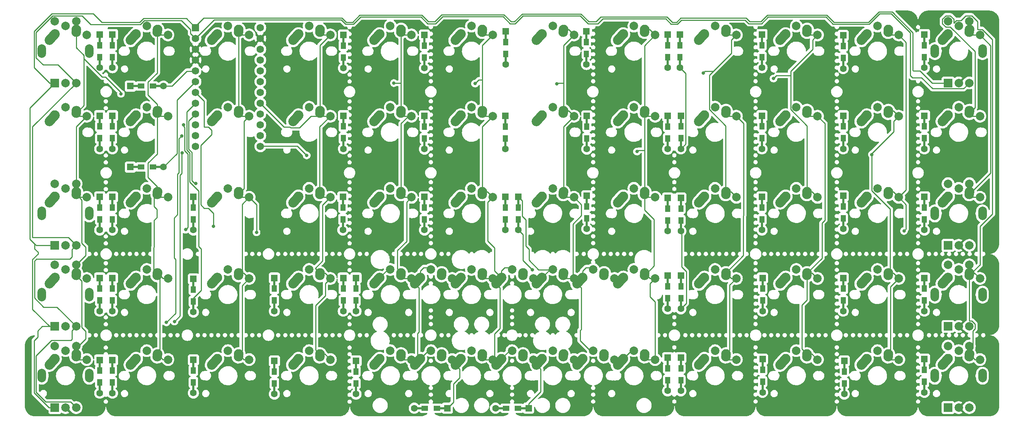
<source format=gbl>
G04 #@! TF.GenerationSoftware,KiCad,Pcbnew,7.0.2-0*
G04 #@! TF.CreationDate,2024-01-31T20:23:31+01:00*
G04 #@! TF.ProjectId,CYOA_Ortho,43594f41-5f4f-4727-9468-6f2e6b696361,rev?*
G04 #@! TF.SameCoordinates,Original*
G04 #@! TF.FileFunction,Copper,L2,Bot*
G04 #@! TF.FilePolarity,Positive*
%FSLAX46Y46*%
G04 Gerber Fmt 4.6, Leading zero omitted, Abs format (unit mm)*
G04 Created by KiCad (PCBNEW 7.0.2-0) date 2024-01-31 20:23:31*
%MOMM*%
%LPD*%
G01*
G04 APERTURE LIST*
G04 Aperture macros list*
%AMHorizOval*
0 Thick line with rounded ends*
0 $1 width*
0 $2 $3 position (X,Y) of the first rounded end (center of the circle)*
0 $4 $5 position (X,Y) of the second rounded end (center of the circle)*
0 Add line between two ends*
20,1,$1,$2,$3,$4,$5,0*
0 Add two circle primitives to create the rounded ends*
1,1,$1,$2,$3*
1,1,$1,$4,$5*%
G04 Aperture macros list end*
G04 #@! TA.AperFunction,ComponentPad*
%ADD10R,1.752600X1.752600*%
G04 #@! TD*
G04 #@! TA.AperFunction,ComponentPad*
%ADD11C,1.752600*%
G04 #@! TD*
G04 #@! TA.AperFunction,ComponentPad*
%ADD12HorizOval,2.250000X0.019771X0.290016X-0.019771X-0.290016X0*%
G04 #@! TD*
G04 #@! TA.AperFunction,ComponentPad*
%ADD13C,2.250000*%
G04 #@! TD*
G04 #@! TA.AperFunction,ComponentPad*
%ADD14C,2.000000*%
G04 #@! TD*
G04 #@! TA.AperFunction,ComponentPad*
%ADD15HorizOval,2.250000X0.654995X0.730004X-0.654995X-0.730004X0*%
G04 #@! TD*
G04 #@! TA.AperFunction,SMDPad,CuDef*
%ADD16R,1.200000X1.600000*%
G04 #@! TD*
G04 #@! TA.AperFunction,SMDPad,CuDef*
%ADD17R,0.500000X2.900000*%
G04 #@! TD*
G04 #@! TA.AperFunction,ComponentPad*
%ADD18R,1.600000X1.600000*%
G04 #@! TD*
G04 #@! TA.AperFunction,ComponentPad*
%ADD19C,1.600000*%
G04 #@! TD*
G04 #@! TA.AperFunction,WasherPad*
%ADD20O,2.000000X3.200000*%
G04 #@! TD*
G04 #@! TA.AperFunction,ComponentPad*
%ADD21R,2.000000X2.000000*%
G04 #@! TD*
G04 #@! TA.AperFunction,SMDPad,CuDef*
%ADD22R,1.600000X1.200000*%
G04 #@! TD*
G04 #@! TA.AperFunction,SMDPad,CuDef*
%ADD23R,2.900000X0.500000*%
G04 #@! TD*
G04 #@! TA.AperFunction,ViaPad*
%ADD24C,0.800000*%
G04 #@! TD*
G04 #@! TA.AperFunction,Conductor*
%ADD25C,0.250000*%
G04 #@! TD*
G04 APERTURE END LIST*
D10*
X75942500Y-39830000D03*
D11*
X75942500Y-42370000D03*
X75942500Y-44910000D03*
X75942500Y-47450000D03*
X75942500Y-49990000D03*
X75942500Y-52530000D03*
X75942500Y-55070000D03*
X75942500Y-57610000D03*
X75942500Y-60150000D03*
X75942500Y-62690000D03*
X75942500Y-65230000D03*
X75942500Y-67770000D03*
X91182500Y-67770000D03*
X91182500Y-65230000D03*
X91182500Y-62690000D03*
X91182500Y-60150000D03*
X91182500Y-57610000D03*
X91182500Y-55070000D03*
X91182500Y-52530000D03*
X91182500Y-49990000D03*
X91182500Y-47450000D03*
X91182500Y-44910000D03*
X91182500Y-42370000D03*
X91182500Y-39830000D03*
D12*
X86082271Y-78772484D03*
D13*
X86102500Y-78482500D03*
D14*
X88562500Y-79762500D03*
D15*
X80407495Y-80292496D03*
D13*
X81062500Y-79562500D03*
D14*
X83562500Y-77662500D03*
D16*
X75438000Y-120520000D03*
D17*
X75438000Y-119420000D03*
D18*
X75438000Y-118020000D03*
D19*
X75438000Y-125820000D03*
D17*
X75438000Y-124420000D03*
D16*
X75438000Y-123320000D03*
D12*
X124282271Y-97872484D03*
D13*
X124302500Y-97582500D03*
D14*
X126762500Y-98862500D03*
D15*
X118607495Y-99392496D03*
D13*
X119262500Y-98662500D03*
D14*
X121762500Y-96762500D03*
D20*
X249862500Y-83562500D03*
X261062500Y-83562500D03*
D21*
X252962500Y-91062500D03*
D14*
X257962500Y-91062500D03*
X255462500Y-91062500D03*
X257962500Y-76562500D03*
X252962500Y-76562500D03*
D16*
X75438000Y-101470000D03*
D17*
X75438000Y-100370000D03*
D18*
X75438000Y-98970000D03*
D19*
X75438000Y-106770000D03*
D17*
X75438000Y-105370000D03*
D16*
X75438000Y-104270000D03*
D12*
X257982271Y-59672484D03*
D13*
X258002500Y-59382500D03*
D14*
X260462500Y-60662500D03*
D15*
X252307495Y-61192496D03*
D13*
X252962500Y-60462500D03*
D14*
X255462500Y-58562500D03*
D12*
X66982271Y-116972484D03*
D13*
X67002500Y-116682500D03*
D14*
X69462500Y-117962500D03*
D15*
X61307495Y-118492496D03*
D13*
X61962500Y-117762500D03*
D14*
X64462500Y-115862500D03*
D16*
X56400000Y-43962500D03*
D17*
X56400000Y-42862500D03*
D18*
X56400000Y-41462500D03*
D19*
X56400000Y-49262500D03*
D17*
X56400000Y-47862500D03*
D16*
X56400000Y-46762500D03*
D12*
X143382271Y-40572484D03*
D13*
X143402500Y-40282500D03*
D14*
X145862500Y-41562500D03*
D15*
X137707495Y-42092496D03*
D13*
X138362500Y-41362500D03*
D14*
X140862500Y-39462500D03*
D12*
X86082271Y-97872484D03*
D13*
X86102500Y-97582500D03*
D14*
X88562500Y-98862500D03*
D15*
X80407495Y-99392496D03*
D13*
X81062500Y-98662500D03*
D14*
X83562500Y-96762500D03*
D16*
X187000000Y-120012000D03*
D17*
X187000000Y-118912000D03*
D18*
X187000000Y-117512000D03*
D19*
X187000000Y-125312000D03*
D17*
X187000000Y-123912000D03*
D16*
X187000000Y-122812000D03*
D22*
X132700000Y-129400000D03*
D23*
X133800000Y-129400000D03*
D18*
X135200000Y-129400000D03*
D19*
X127400000Y-129400000D03*
D23*
X128800000Y-129400000D03*
D22*
X129900000Y-129400000D03*
D16*
X228300000Y-81912000D03*
D17*
X228300000Y-80812000D03*
D18*
X228300000Y-79412000D03*
D19*
X228300000Y-87212000D03*
D17*
X228300000Y-85812000D03*
D16*
X228300000Y-84712000D03*
D20*
X249862500Y-121762500D03*
X261062500Y-121762500D03*
D21*
X252962500Y-129262500D03*
D14*
X257962500Y-129262500D03*
X255462500Y-129262500D03*
X257962500Y-114762500D03*
X252962500Y-114762500D03*
D16*
X247400000Y-63062500D03*
D17*
X247400000Y-61962500D03*
D18*
X247400000Y-60562500D03*
D19*
X247400000Y-68362500D03*
D17*
X247400000Y-66962500D03*
D16*
X247400000Y-65862500D03*
D12*
X257982271Y-116972484D03*
D13*
X258002500Y-116682500D03*
D14*
X260462500Y-117962500D03*
D15*
X252307495Y-118492496D03*
D13*
X252962500Y-117762500D03*
D14*
X255462500Y-115862500D03*
D12*
X124282271Y-59672484D03*
D13*
X124302500Y-59382500D03*
D14*
X126762500Y-60662500D03*
D15*
X118607495Y-61192496D03*
D13*
X119262500Y-60462500D03*
D14*
X121762500Y-58562500D03*
D12*
X200682271Y-97872484D03*
D13*
X200702500Y-97582500D03*
D14*
X203162500Y-98862500D03*
D15*
X195007495Y-99392496D03*
D13*
X195662500Y-98662500D03*
D14*
X198162500Y-96762500D03*
D15*
X128157495Y-118492496D03*
D13*
X128812500Y-117762500D03*
D14*
X131312500Y-115862500D03*
D12*
X133832271Y-116972484D03*
D13*
X133852500Y-116682500D03*
D14*
X136312500Y-117962500D03*
D12*
X181582271Y-97872484D03*
D13*
X181602500Y-97582500D03*
D14*
X184062500Y-98862500D03*
D15*
X175907495Y-99392496D03*
D13*
X176562500Y-98662500D03*
D14*
X179062500Y-96762500D03*
D16*
X148844000Y-82166000D03*
D17*
X148844000Y-81066000D03*
D18*
X148844000Y-79666000D03*
D19*
X148844000Y-87466000D03*
D17*
X148844000Y-86066000D03*
D16*
X148844000Y-84966000D03*
X247400000Y-120362500D03*
D17*
X247400000Y-119262500D03*
D18*
X247400000Y-117862500D03*
D19*
X247400000Y-125662500D03*
D17*
X247400000Y-124262500D03*
D16*
X247400000Y-123162500D03*
X190100000Y-100708000D03*
D17*
X190100000Y-99608000D03*
D18*
X190100000Y-98208000D03*
D19*
X190100000Y-106008000D03*
D17*
X190100000Y-104608000D03*
D16*
X190100000Y-103508000D03*
X53400000Y-120568750D03*
D17*
X53400000Y-119468750D03*
D18*
X53400000Y-118068750D03*
D19*
X53400000Y-125868750D03*
D17*
X53400000Y-124468750D03*
D16*
X53400000Y-123368750D03*
D12*
X238882271Y-59672484D03*
D13*
X238902500Y-59382500D03*
D14*
X241362500Y-60662500D03*
D15*
X233207495Y-61192496D03*
D13*
X233862500Y-60462500D03*
D14*
X236362500Y-58562500D03*
D16*
X53400000Y-82162500D03*
D17*
X53400000Y-81062500D03*
D18*
X53400000Y-79662500D03*
D19*
X53400000Y-87462500D03*
D17*
X53400000Y-86062500D03*
D16*
X53400000Y-84962500D03*
X53400000Y-43962500D03*
D17*
X53400000Y-42862500D03*
D18*
X53400000Y-41462500D03*
D19*
X53400000Y-49262500D03*
D17*
X53400000Y-47862500D03*
D16*
X53400000Y-46762500D03*
X129794000Y-82166000D03*
D17*
X129794000Y-81066000D03*
D18*
X129794000Y-79666000D03*
D19*
X129794000Y-87466000D03*
D17*
X129794000Y-86066000D03*
D16*
X129794000Y-84966000D03*
D12*
X105182271Y-78772484D03*
D13*
X105202500Y-78482500D03*
D14*
X107662500Y-79762500D03*
D15*
X99507495Y-80292496D03*
D13*
X100162500Y-79562500D03*
D14*
X102662500Y-77662500D03*
D12*
X238882271Y-40572484D03*
D13*
X238902500Y-40282500D03*
D14*
X241362500Y-41562500D03*
D15*
X233207495Y-42092496D03*
D13*
X233862500Y-41362500D03*
D14*
X236362500Y-39462500D03*
D12*
X162482271Y-116972484D03*
D13*
X162502500Y-116682500D03*
D14*
X164962500Y-117962500D03*
D15*
X156807495Y-118492496D03*
D13*
X157462500Y-117762500D03*
D14*
X159962500Y-115862500D03*
D12*
X47882271Y-59672484D03*
D13*
X47902500Y-59382500D03*
D14*
X50362500Y-60662500D03*
D15*
X42207495Y-61192496D03*
D13*
X42862500Y-60462500D03*
D14*
X45362500Y-58562500D03*
D12*
X162482271Y-97872484D03*
D13*
X162502500Y-97582500D03*
D14*
X164962500Y-98862500D03*
D15*
X156807495Y-99392496D03*
D13*
X157462500Y-98662500D03*
D14*
X159962500Y-96762500D03*
D12*
X219782271Y-59672484D03*
D13*
X219802500Y-59382500D03*
D14*
X222262500Y-60662500D03*
D15*
X214107495Y-61192496D03*
D13*
X214762500Y-60462500D03*
D14*
X217262500Y-58562500D03*
D16*
X110700000Y-101262500D03*
D17*
X110700000Y-100162500D03*
D18*
X110700000Y-98762500D03*
D19*
X110700000Y-106562500D03*
D17*
X110700000Y-105162500D03*
D16*
X110700000Y-104062500D03*
D22*
X151800000Y-129400000D03*
D23*
X152900000Y-129400000D03*
D18*
X154300000Y-129400000D03*
D19*
X146500000Y-129400000D03*
D23*
X147900000Y-129400000D03*
D22*
X149000000Y-129400000D03*
D12*
X86082271Y-59672484D03*
D13*
X86102500Y-59382500D03*
D14*
X88562500Y-60662500D03*
D15*
X80407495Y-61192496D03*
D13*
X81062500Y-60462500D03*
D14*
X83562500Y-58562500D03*
D12*
X219782271Y-40572484D03*
D13*
X219802500Y-40282500D03*
D14*
X222262500Y-41562500D03*
D15*
X214107495Y-42092496D03*
D13*
X214762500Y-41362500D03*
D14*
X217262500Y-39462500D03*
D16*
X56400000Y-63062500D03*
D17*
X56400000Y-61962500D03*
D18*
X56400000Y-60562500D03*
D19*
X56400000Y-68362500D03*
D17*
X56400000Y-66962500D03*
D16*
X56400000Y-65862500D03*
X53400000Y-101262500D03*
D17*
X53400000Y-100162500D03*
D18*
X53400000Y-98762500D03*
D19*
X53400000Y-106562500D03*
D17*
X53400000Y-105162500D03*
D16*
X53400000Y-104062500D03*
X247400000Y-101262500D03*
D17*
X247400000Y-100162500D03*
D18*
X247400000Y-98762500D03*
D19*
X247400000Y-106562500D03*
D17*
X247400000Y-105162500D03*
D16*
X247400000Y-104062500D03*
X209200000Y-43962500D03*
D17*
X209200000Y-42862500D03*
D18*
X209200000Y-41462500D03*
D19*
X209200000Y-49262500D03*
D17*
X209200000Y-47862500D03*
D16*
X209200000Y-46762500D03*
D12*
X47882271Y-116972484D03*
D13*
X47902500Y-116682500D03*
D14*
X50362500Y-117962500D03*
D15*
X42207495Y-118492496D03*
D13*
X42862500Y-117762500D03*
D14*
X45362500Y-115862500D03*
D12*
X105182271Y-40572484D03*
D13*
X105202500Y-40282500D03*
D14*
X107662500Y-41562500D03*
D15*
X99507495Y-42092496D03*
D13*
X100162500Y-41362500D03*
D14*
X102662500Y-39462500D03*
D12*
X181582271Y-59672484D03*
D13*
X181602500Y-59382500D03*
D14*
X184062500Y-60662500D03*
D15*
X175907495Y-61192496D03*
D13*
X176562500Y-60462500D03*
D14*
X179062500Y-58562500D03*
D12*
X124282271Y-40572484D03*
D13*
X124302500Y-40282500D03*
D14*
X126762500Y-41562500D03*
D15*
X118607495Y-42092496D03*
D13*
X119262500Y-41362500D03*
D14*
X121762500Y-39462500D03*
D12*
X143382271Y-59672484D03*
D13*
X143402500Y-59382500D03*
D14*
X145862500Y-60662500D03*
D15*
X137707495Y-61192496D03*
D13*
X138362500Y-60462500D03*
D14*
X140862500Y-58562500D03*
D16*
X167900000Y-43200000D03*
D17*
X167900000Y-42100000D03*
D18*
X167900000Y-40700000D03*
D19*
X167900000Y-48500000D03*
D17*
X167900000Y-47100000D03*
D16*
X167900000Y-46000000D03*
D12*
X47882271Y-97872484D03*
D13*
X47902500Y-97582500D03*
D14*
X50362500Y-98862500D03*
D15*
X42207495Y-99392496D03*
D13*
X42862500Y-98662500D03*
D14*
X45362500Y-96762500D03*
D12*
X124282271Y-78772484D03*
D13*
X124302500Y-78482500D03*
D14*
X126762500Y-79762500D03*
D15*
X118607495Y-80292496D03*
D13*
X119262500Y-79562500D03*
D14*
X121762500Y-77662500D03*
D16*
X228300000Y-63062500D03*
D17*
X228300000Y-61962500D03*
D18*
X228300000Y-60562500D03*
D19*
X228300000Y-68362500D03*
D17*
X228300000Y-66962500D03*
D16*
X228300000Y-65862500D03*
D12*
X200682271Y-40572484D03*
D13*
X200702500Y-40282500D03*
D14*
X203162500Y-41562500D03*
D15*
X195007495Y-42092496D03*
D13*
X195662500Y-41362500D03*
D14*
X198162500Y-39462500D03*
D12*
X66982271Y-78772484D03*
D13*
X67002500Y-78482500D03*
D14*
X69462500Y-79762500D03*
D15*
X61307495Y-80292496D03*
D13*
X61962500Y-79562500D03*
D14*
X64462500Y-77662500D03*
D16*
X168000000Y-63116000D03*
D17*
X168000000Y-62016000D03*
D18*
X168000000Y-60616000D03*
D19*
X168000000Y-68416000D03*
D17*
X168000000Y-67016000D03*
D16*
X168000000Y-65916000D03*
X209318250Y-101262500D03*
D17*
X209318250Y-100162500D03*
D18*
X209318250Y-98762500D03*
D19*
X209318250Y-106562500D03*
D17*
X209318250Y-105162500D03*
D16*
X209318250Y-104062500D03*
X190100000Y-120012000D03*
D17*
X190100000Y-118912000D03*
D18*
X190100000Y-117512000D03*
D19*
X190100000Y-125312000D03*
D17*
X190100000Y-123912000D03*
D16*
X190100000Y-122812000D03*
D22*
X63116000Y-53594000D03*
D23*
X62016000Y-53594000D03*
D18*
X60616000Y-53594000D03*
D19*
X68416000Y-53594000D03*
D23*
X67016000Y-53594000D03*
D22*
X65916000Y-53594000D03*
D16*
X110600000Y-82162500D03*
D17*
X110600000Y-81062500D03*
D18*
X110600000Y-79662500D03*
D19*
X110600000Y-87462500D03*
D17*
X110600000Y-86062500D03*
D16*
X110600000Y-84962500D03*
X56400000Y-82162500D03*
D17*
X56400000Y-81062500D03*
D18*
X56400000Y-79662500D03*
D19*
X56400000Y-87462500D03*
D17*
X56400000Y-86062500D03*
D16*
X56400000Y-84962500D03*
D15*
X166357495Y-118492496D03*
D13*
X167012500Y-117762500D03*
D14*
X169512500Y-115862500D03*
D12*
X172032271Y-116972484D03*
D13*
X172052500Y-116682500D03*
D14*
X174512500Y-117962500D03*
D12*
X66982271Y-40572484D03*
D13*
X67002500Y-40282500D03*
D14*
X69462500Y-41562500D03*
D15*
X61307495Y-42092496D03*
D13*
X61962500Y-41362500D03*
D14*
X64462500Y-39462500D03*
D12*
X105182271Y-59672484D03*
D13*
X105202500Y-59382500D03*
D14*
X107662500Y-60662500D03*
D15*
X99507495Y-61192496D03*
D13*
X100162500Y-60462500D03*
D14*
X102662500Y-58562500D03*
D15*
X147257495Y-99392496D03*
D13*
X147912500Y-98662500D03*
D14*
X150412500Y-96762500D03*
D12*
X152932271Y-97872484D03*
D13*
X152952500Y-97582500D03*
D14*
X155412500Y-98862500D03*
D15*
X166357495Y-99392496D03*
D13*
X167012500Y-98662500D03*
D14*
X169512500Y-96762500D03*
D12*
X172032271Y-97872484D03*
D13*
X172052500Y-97582500D03*
D14*
X174512500Y-98862500D03*
D16*
X187000000Y-82420000D03*
D17*
X187000000Y-81320000D03*
D18*
X187000000Y-79920000D03*
D19*
X187000000Y-87720000D03*
D17*
X187000000Y-86320000D03*
D16*
X187000000Y-85220000D03*
D12*
X219782271Y-97872484D03*
D13*
X219802500Y-97582500D03*
D14*
X222262500Y-98862500D03*
D15*
X214107495Y-99392496D03*
D13*
X214762500Y-98662500D03*
D14*
X217262500Y-96762500D03*
D12*
X105182271Y-97872484D03*
D13*
X105202500Y-97582500D03*
D14*
X107662500Y-98862500D03*
D15*
X99507495Y-99392496D03*
D13*
X100162500Y-98662500D03*
D14*
X102662500Y-96762500D03*
D12*
X143382271Y-97872484D03*
D13*
X143402500Y-97582500D03*
D14*
X145862500Y-98862500D03*
D15*
X137707495Y-99392496D03*
D13*
X138362500Y-98662500D03*
D14*
X140862500Y-96762500D03*
D12*
X47882271Y-78772484D03*
D13*
X47902500Y-78482500D03*
D14*
X50362500Y-79762500D03*
D15*
X42207495Y-80292496D03*
D13*
X42862500Y-79562500D03*
D14*
X45362500Y-77662500D03*
D16*
X168000000Y-81912000D03*
D17*
X168000000Y-80812000D03*
D18*
X168000000Y-79412000D03*
D19*
X168000000Y-87212000D03*
D17*
X168000000Y-85812000D03*
D16*
X168000000Y-84712000D03*
D12*
X181582271Y-116972484D03*
D13*
X181602500Y-116682500D03*
D14*
X184062500Y-117962500D03*
D15*
X175907495Y-118492496D03*
D13*
X176562500Y-117762500D03*
D14*
X179062500Y-115862500D03*
D12*
X162482271Y-40572484D03*
D13*
X162502500Y-40282500D03*
D14*
X164962500Y-41562500D03*
D15*
X156807495Y-42092496D03*
D13*
X157462500Y-41362500D03*
D14*
X159962500Y-39462500D03*
D12*
X219782271Y-116972484D03*
D13*
X219802500Y-116682500D03*
D14*
X222262500Y-117962500D03*
D15*
X214107495Y-118492496D03*
D13*
X214762500Y-117762500D03*
D14*
X217262500Y-115862500D03*
D12*
X200682271Y-116972484D03*
D13*
X200702500Y-116682500D03*
D14*
X203162500Y-117962500D03*
D15*
X195007495Y-118492496D03*
D13*
X195662500Y-117762500D03*
D14*
X198162500Y-115862500D03*
D12*
X66982271Y-97872484D03*
D13*
X67002500Y-97582500D03*
D14*
X69462500Y-98862500D03*
D15*
X61307495Y-99392496D03*
D13*
X61962500Y-98662500D03*
D14*
X64462500Y-96762500D03*
D12*
X238882271Y-116972484D03*
D13*
X238902500Y-116682500D03*
D14*
X241362500Y-117962500D03*
D15*
X233207495Y-118492496D03*
D13*
X233862500Y-117762500D03*
D14*
X236362500Y-115862500D03*
D16*
X209318250Y-120362500D03*
D17*
X209318250Y-119262500D03*
D18*
X209318250Y-117862500D03*
D19*
X209318250Y-125662500D03*
D17*
X209318250Y-124262500D03*
D16*
X209318250Y-123162500D03*
X187000000Y-63116000D03*
D17*
X187000000Y-62016000D03*
D18*
X187000000Y-60616000D03*
D19*
X187000000Y-68416000D03*
D17*
X187000000Y-67016000D03*
D16*
X187000000Y-65916000D03*
D12*
X47882271Y-40572484D03*
D13*
X47902500Y-40282500D03*
D14*
X50362500Y-41562500D03*
D15*
X42207495Y-42092496D03*
D13*
X42862500Y-41362500D03*
D14*
X45362500Y-39462500D03*
D12*
X257982271Y-97872484D03*
D13*
X258002500Y-97582500D03*
D14*
X260462500Y-98862500D03*
D15*
X252307495Y-99392496D03*
D13*
X252962500Y-98662500D03*
D14*
X255462500Y-96762500D03*
D16*
X56400000Y-101262500D03*
D17*
X56400000Y-100162500D03*
D18*
X56400000Y-98762500D03*
D19*
X56400000Y-106562500D03*
D17*
X56400000Y-105162500D03*
D16*
X56400000Y-104062500D03*
D20*
X249862500Y-102662500D03*
X261062500Y-102662500D03*
D21*
X252962500Y-110162500D03*
D14*
X257962500Y-110162500D03*
X255462500Y-110162500D03*
X257962500Y-95662500D03*
X252962500Y-95662500D03*
D16*
X113700000Y-101262500D03*
D17*
X113700000Y-100162500D03*
D18*
X113700000Y-98762500D03*
D19*
X113700000Y-106562500D03*
D17*
X113700000Y-105162500D03*
D16*
X113700000Y-104062500D03*
D12*
X257982271Y-40572484D03*
D13*
X258002500Y-40282500D03*
D14*
X260462500Y-41562500D03*
D15*
X252307495Y-42092496D03*
D13*
X252962500Y-41362500D03*
D14*
X255462500Y-39462500D03*
D12*
X200682271Y-78772484D03*
D13*
X200702500Y-78482500D03*
D14*
X203162500Y-79762500D03*
D15*
X195007495Y-80292496D03*
D13*
X195662500Y-79562500D03*
D14*
X198162500Y-77662500D03*
D15*
X147257495Y-118492496D03*
D13*
X147912500Y-117762500D03*
D14*
X150412500Y-115862500D03*
D12*
X152932271Y-116972484D03*
D13*
X152952500Y-116682500D03*
D14*
X155412500Y-117962500D03*
D16*
X228554000Y-120774000D03*
D17*
X228554000Y-119674000D03*
D18*
X228554000Y-118274000D03*
D19*
X228554000Y-126074000D03*
D17*
X228554000Y-124674000D03*
D16*
X228554000Y-123574000D03*
D20*
X249862500Y-45362500D03*
X261062500Y-45362500D03*
D21*
X252962500Y-52862500D03*
D14*
X257962500Y-52862500D03*
X255462500Y-52862500D03*
X257962500Y-38362500D03*
X252962500Y-38362500D03*
D16*
X190100000Y-63062500D03*
D17*
X190100000Y-61962500D03*
D18*
X190100000Y-60562500D03*
D19*
X190100000Y-68362500D03*
D17*
X190100000Y-66962500D03*
D16*
X190100000Y-65862500D03*
X110744000Y-63062500D03*
D17*
X110744000Y-61962500D03*
D18*
X110744000Y-60562500D03*
D19*
X110744000Y-68362500D03*
D17*
X110744000Y-66962500D03*
D16*
X110744000Y-65862500D03*
D12*
X124282271Y-116972484D03*
D13*
X124302500Y-116682500D03*
D14*
X126762500Y-117962500D03*
D15*
X118607495Y-118492496D03*
D13*
X119262500Y-117762500D03*
D14*
X121762500Y-115862500D03*
D16*
X94488000Y-120774000D03*
D17*
X94488000Y-119674000D03*
D18*
X94488000Y-118274000D03*
D19*
X94488000Y-126074000D03*
D17*
X94488000Y-124674000D03*
D16*
X94488000Y-123574000D03*
X247400000Y-82162500D03*
D17*
X247400000Y-81062500D03*
D18*
X247400000Y-79662500D03*
D19*
X247400000Y-87462500D03*
D17*
X247400000Y-86062500D03*
D16*
X247400000Y-84962500D03*
D20*
X39762500Y-121762500D03*
X50962500Y-121762500D03*
D21*
X42862500Y-129262500D03*
D14*
X47862500Y-129262500D03*
X45362500Y-129262500D03*
X47862500Y-114762500D03*
X42862500Y-114762500D03*
D16*
X247400000Y-43962500D03*
D17*
X247400000Y-42862500D03*
D18*
X247400000Y-41462500D03*
D19*
X247400000Y-49262500D03*
D17*
X247400000Y-47862500D03*
D16*
X247400000Y-46762500D03*
X53400000Y-63062500D03*
D17*
X53400000Y-61962500D03*
D18*
X53400000Y-60562500D03*
D19*
X53400000Y-68362500D03*
D17*
X53400000Y-66962500D03*
D16*
X53400000Y-65862500D03*
X129794000Y-44066000D03*
D17*
X129794000Y-42966000D03*
D18*
X129794000Y-41566000D03*
D19*
X129794000Y-49366000D03*
D17*
X129794000Y-47966000D03*
D16*
X129794000Y-46866000D03*
X209200000Y-82162500D03*
D17*
X209200000Y-81062500D03*
D18*
X209200000Y-79662500D03*
D19*
X209200000Y-87462500D03*
D17*
X209200000Y-86062500D03*
D16*
X209200000Y-84962500D03*
X189914250Y-43962500D03*
D17*
X189914250Y-42862500D03*
D18*
X189914250Y-41462500D03*
D19*
X189914250Y-49262500D03*
D17*
X189914250Y-47862500D03*
D16*
X189914250Y-46762500D03*
D12*
X257982271Y-78772484D03*
D13*
X258002500Y-78482500D03*
D14*
X260462500Y-79762500D03*
D15*
X252307495Y-80292496D03*
D13*
X252962500Y-79562500D03*
D14*
X255462500Y-77662500D03*
D12*
X162482271Y-59672484D03*
D13*
X162502500Y-59382500D03*
D14*
X164962500Y-60662500D03*
D15*
X156807495Y-61192496D03*
D13*
X157462500Y-60462500D03*
D14*
X159962500Y-58562500D03*
D16*
X190100000Y-82420000D03*
D17*
X190100000Y-81320000D03*
D18*
X190100000Y-79920000D03*
D19*
X190100000Y-87720000D03*
D17*
X190100000Y-86320000D03*
D16*
X190100000Y-85220000D03*
D12*
X181582271Y-78772484D03*
D13*
X181602500Y-78482500D03*
D14*
X184062500Y-79762500D03*
D15*
X175907495Y-80292496D03*
D13*
X176562500Y-79562500D03*
D14*
X179062500Y-77662500D03*
D12*
X86082271Y-40572484D03*
D13*
X86102500Y-40282500D03*
D14*
X88562500Y-41562500D03*
D15*
X80407495Y-42092496D03*
D13*
X81062500Y-41362500D03*
D14*
X83562500Y-39462500D03*
D12*
X105182271Y-116972484D03*
D13*
X105202500Y-116682500D03*
D14*
X107662500Y-117962500D03*
D15*
X99507495Y-118492496D03*
D13*
X100162500Y-117762500D03*
D14*
X102662500Y-115862500D03*
D15*
X128157495Y-99392496D03*
D13*
X128812500Y-98662500D03*
D14*
X131312500Y-96762500D03*
D12*
X133832271Y-97872484D03*
D13*
X133852500Y-97582500D03*
D14*
X136312500Y-98862500D03*
D12*
X143382271Y-116972484D03*
D13*
X143402500Y-116682500D03*
D14*
X145862500Y-117962500D03*
D15*
X137707495Y-118492496D03*
D13*
X138362500Y-117762500D03*
D14*
X140862500Y-115862500D03*
D12*
X238882271Y-78772484D03*
D13*
X238902500Y-78482500D03*
D14*
X241362500Y-79762500D03*
D15*
X233207495Y-80292496D03*
D13*
X233862500Y-79562500D03*
D14*
X236362500Y-77662500D03*
D20*
X39762500Y-83562500D03*
X50962500Y-83562500D03*
D21*
X42862500Y-91062500D03*
D14*
X47862500Y-91062500D03*
X45362500Y-91062500D03*
X47862500Y-76562500D03*
X42862500Y-76562500D03*
D16*
X148900000Y-43200000D03*
D17*
X148900000Y-42100000D03*
D18*
X148900000Y-40700000D03*
D19*
X148900000Y-48500000D03*
D17*
X148900000Y-47100000D03*
D16*
X148900000Y-46000000D03*
D12*
X238882271Y-97872484D03*
D13*
X238902500Y-97582500D03*
D14*
X241362500Y-98862500D03*
D15*
X233207495Y-99392496D03*
D13*
X233862500Y-98662500D03*
D14*
X236362500Y-96762500D03*
D16*
X113700000Y-120774000D03*
D17*
X113700000Y-119674000D03*
D18*
X113700000Y-118274000D03*
D19*
X113700000Y-126074000D03*
D17*
X113700000Y-124674000D03*
D16*
X113700000Y-123574000D03*
D12*
X66982271Y-59672484D03*
D13*
X67002500Y-59382500D03*
D14*
X69462500Y-60662500D03*
D15*
X61307495Y-61192496D03*
D13*
X61962500Y-60462500D03*
D14*
X64462500Y-58562500D03*
D20*
X39762500Y-45362500D03*
X50962500Y-45362500D03*
D21*
X42862500Y-52862500D03*
D14*
X47862500Y-52862500D03*
X45362500Y-52862500D03*
X47862500Y-38362500D03*
X42862500Y-38362500D03*
D16*
X110744000Y-44066000D03*
D17*
X110744000Y-42966000D03*
D18*
X110744000Y-41566000D03*
D19*
X110744000Y-49366000D03*
D17*
X110744000Y-47966000D03*
D16*
X110744000Y-46866000D03*
D12*
X162482271Y-78772484D03*
D13*
X162502500Y-78482500D03*
D14*
X164962500Y-79762500D03*
D15*
X156807495Y-80292496D03*
D13*
X157462500Y-79562500D03*
D14*
X159962500Y-77662500D03*
D16*
X75438000Y-82162500D03*
D17*
X75438000Y-81062500D03*
D18*
X75438000Y-79662500D03*
D19*
X75438000Y-87462500D03*
D17*
X75438000Y-86062500D03*
D16*
X75438000Y-84962500D03*
X94488000Y-101262500D03*
D17*
X94488000Y-100162500D03*
D18*
X94488000Y-98762500D03*
D19*
X94488000Y-106562500D03*
D17*
X94488000Y-105162500D03*
D16*
X94488000Y-104062500D03*
D22*
X63116000Y-72644000D03*
D23*
X62016000Y-72644000D03*
D18*
X60616000Y-72644000D03*
D19*
X68416000Y-72644000D03*
D23*
X67016000Y-72644000D03*
D22*
X65916000Y-72644000D03*
D12*
X181582271Y-40572484D03*
D13*
X181602500Y-40282500D03*
D14*
X184062500Y-41562500D03*
D15*
X175907495Y-42092496D03*
D13*
X176562500Y-41362500D03*
D14*
X179062500Y-39462500D03*
D12*
X200682271Y-59672484D03*
D13*
X200702500Y-59382500D03*
D14*
X203162500Y-60662500D03*
D15*
X195007495Y-61192496D03*
D13*
X195662500Y-60462500D03*
D14*
X198162500Y-58562500D03*
D16*
X228300000Y-101262500D03*
D17*
X228300000Y-100162500D03*
D18*
X228300000Y-98762500D03*
D19*
X228300000Y-106562500D03*
D17*
X228300000Y-105162500D03*
D16*
X228300000Y-104062500D03*
D12*
X219782271Y-78772484D03*
D13*
X219802500Y-78482500D03*
D14*
X222262500Y-79762500D03*
D15*
X214107495Y-80292496D03*
D13*
X214762500Y-79562500D03*
D14*
X217262500Y-77662500D03*
D16*
X187000000Y-43962500D03*
D17*
X187000000Y-42862500D03*
D18*
X187000000Y-41462500D03*
D19*
X187000000Y-49262500D03*
D17*
X187000000Y-47862500D03*
D16*
X187000000Y-46762500D03*
D20*
X39762500Y-102662500D03*
X50962500Y-102662500D03*
D21*
X42862500Y-110162500D03*
D14*
X47862500Y-110162500D03*
X45362500Y-110162500D03*
X47862500Y-95662500D03*
X42862500Y-95662500D03*
D12*
X86082271Y-116972484D03*
D13*
X86102500Y-116682500D03*
D14*
X88562500Y-117962500D03*
D15*
X80407495Y-118492496D03*
D13*
X81062500Y-117762500D03*
D14*
X83562500Y-115862500D03*
D16*
X228300000Y-44168750D03*
D17*
X228300000Y-43068750D03*
D18*
X228300000Y-41668750D03*
D19*
X228300000Y-49468750D03*
D17*
X228300000Y-48068750D03*
D16*
X228300000Y-46968750D03*
X148844000Y-63116000D03*
D17*
X148844000Y-62016000D03*
D18*
X148844000Y-60616000D03*
D19*
X148844000Y-68416000D03*
D17*
X148844000Y-67016000D03*
D16*
X148844000Y-65916000D03*
D12*
X143382271Y-78772484D03*
D13*
X143402500Y-78482500D03*
D14*
X145862500Y-79762500D03*
D15*
X137707495Y-80292496D03*
D13*
X138362500Y-79562500D03*
D14*
X140862500Y-77662500D03*
D16*
X187000000Y-100708000D03*
D17*
X187000000Y-99608000D03*
D18*
X187000000Y-98208000D03*
D19*
X187000000Y-106008000D03*
D17*
X187000000Y-104608000D03*
D16*
X187000000Y-103508000D03*
X129794000Y-63116000D03*
D17*
X129794000Y-62016000D03*
D18*
X129794000Y-60616000D03*
D19*
X129794000Y-68416000D03*
D17*
X129794000Y-67016000D03*
D16*
X129794000Y-65916000D03*
X151900000Y-82175000D03*
D17*
X151900000Y-81075000D03*
D18*
X151900000Y-79675000D03*
D19*
X151900000Y-87475000D03*
D17*
X151900000Y-86075000D03*
D16*
X151900000Y-84975000D03*
X209200000Y-63062500D03*
D17*
X209200000Y-61962500D03*
D18*
X209200000Y-60562500D03*
D19*
X209200000Y-68362500D03*
D17*
X209200000Y-66962500D03*
D16*
X209200000Y-65862500D03*
X56400000Y-120568750D03*
D17*
X56400000Y-119468750D03*
D18*
X56400000Y-118068750D03*
D19*
X56400000Y-125868750D03*
D17*
X56400000Y-124468750D03*
D16*
X56400000Y-123368750D03*
D24*
X76000000Y-76524500D03*
X73151750Y-62700000D03*
X73600000Y-87387001D03*
X80198381Y-86550575D03*
X155200000Y-96800000D03*
X72774500Y-69355475D03*
X71000000Y-109000000D03*
X69100000Y-109200000D03*
X72701750Y-65300000D03*
X58400000Y-55400000D03*
X195400000Y-50500000D03*
X211900000Y-51816092D03*
X90300000Y-88000000D03*
X242600000Y-87700000D03*
X122600000Y-52900000D03*
X141700000Y-53000000D03*
X160900000Y-53024500D03*
X235037500Y-69700000D03*
X102100000Y-69900000D03*
X179800000Y-69000000D03*
X201800000Y-88500000D03*
X250600000Y-56400000D03*
X258600000Y-88100000D03*
X142100000Y-91300000D03*
X163700000Y-85500000D03*
X134700000Y-108500000D03*
X182100000Y-85000000D03*
X154400000Y-109100000D03*
X138000000Y-123600000D03*
X253500000Y-49700000D03*
X68900000Y-43700000D03*
X206000000Y-88000000D03*
X61700000Y-50000000D03*
X126800000Y-108700000D03*
D25*
X68416000Y-53594000D02*
X70393250Y-53594000D01*
X70393250Y-53594000D02*
X73929750Y-50057500D01*
X73929750Y-50057500D02*
X75942500Y-50057500D01*
X72774500Y-69355475D02*
X72700000Y-69429975D01*
X72700000Y-69429975D02*
X72700000Y-74156750D01*
X72700000Y-74156750D02*
X72308908Y-74547842D01*
X72308908Y-74547842D02*
X72308908Y-107691092D01*
X72308908Y-107691092D02*
X71000000Y-109000000D01*
X69100000Y-109200000D02*
X71259883Y-107040117D01*
X71700000Y-74300000D02*
X72050000Y-73950000D01*
X72050000Y-73950000D02*
X72050000Y-65951750D01*
X71259883Y-107040117D02*
X71259883Y-94359883D01*
X71259883Y-94359883D02*
X70900000Y-94000000D01*
X70900000Y-84600000D02*
X71700000Y-83800000D01*
X70900000Y-94000000D02*
X70900000Y-84600000D01*
X71700000Y-83800000D02*
X71700000Y-74300000D01*
X72050000Y-65951750D02*
X72701750Y-65300000D01*
X75942500Y-60150000D02*
X74346250Y-61746250D01*
X74346250Y-68473458D02*
X75039300Y-69166508D01*
X191225000Y-50573250D02*
X191225000Y-67237500D01*
X189914250Y-49262500D02*
X191225000Y-50573250D01*
X74346250Y-61746250D02*
X74346250Y-68473458D01*
X75724500Y-76524500D02*
X76000000Y-76524500D01*
X75039300Y-75839300D02*
X75724500Y-76524500D01*
X75039300Y-69166508D02*
X75039300Y-75839300D01*
X191225000Y-67237500D02*
X190100000Y-68362500D01*
X71600000Y-69460000D02*
X71600000Y-56872500D01*
X71600000Y-56872500D02*
X75942500Y-52530000D01*
X68416000Y-72644000D02*
X71600000Y-69460000D01*
X73400000Y-68800000D02*
X74139300Y-69539300D01*
X73151750Y-63051750D02*
X73426750Y-63326750D01*
X74139300Y-86847701D02*
X73600000Y-87387001D01*
X191400000Y-104708000D02*
X190100000Y-106008000D01*
X73151750Y-62700000D02*
X73151750Y-63051750D01*
X73426750Y-68773250D02*
X73400000Y-68800000D01*
X190300000Y-87920000D02*
X190300000Y-96158000D01*
X74139300Y-69539300D02*
X74139300Y-86847701D01*
X190300000Y-96158000D02*
X191400000Y-97258000D01*
X191400000Y-97258000D02*
X191400000Y-104708000D01*
X73426750Y-63326750D02*
X73426750Y-68773250D01*
X79000267Y-82312500D02*
X80198381Y-83510614D01*
X77200000Y-67512767D02*
X77200000Y-81547767D01*
X77964733Y-82312500D02*
X79000267Y-82312500D01*
X79000267Y-63212500D02*
X79732500Y-63944733D01*
X77200000Y-81547767D02*
X77964733Y-82312500D01*
X80198381Y-83510614D02*
X80198381Y-86550575D01*
X77964733Y-57092233D02*
X77964733Y-63212500D01*
X79732500Y-64980267D02*
X77200000Y-67512767D01*
X75942500Y-55070000D02*
X77964733Y-57092233D01*
X77964733Y-63212500D02*
X79000267Y-63212500D01*
X79732500Y-63944733D02*
X79732500Y-64980267D01*
X151900000Y-87475000D02*
X153000000Y-88575000D01*
X77300000Y-91900000D02*
X76725000Y-91325000D01*
X74589300Y-76139105D02*
X74589300Y-69352904D01*
X73876250Y-59676250D02*
X75942500Y-57610000D01*
X75438000Y-106770000D02*
X75438000Y-103554588D01*
X77300000Y-101692588D02*
X77300000Y-91900000D01*
X153000000Y-88575000D02*
X153000000Y-94600000D01*
X153000000Y-94600000D02*
X155200000Y-96800000D01*
X76725000Y-78274805D02*
X74589300Y-76139105D01*
X76725000Y-91325000D02*
X76725000Y-78274805D01*
X75438000Y-103554588D02*
X77300000Y-101692588D01*
X74589300Y-69352904D02*
X73876250Y-68639854D01*
X73876250Y-68639854D02*
X73876250Y-59676250D01*
X119262500Y-98662500D02*
X121162500Y-96762500D01*
X157462500Y-98662500D02*
X159362500Y-96762500D01*
X153650808Y-91250808D02*
X154400000Y-92000000D01*
X151900000Y-79675000D02*
X152825000Y-80600000D01*
X154400000Y-92000000D02*
X154400000Y-94583131D01*
X152825000Y-84225000D02*
X153650808Y-85050808D01*
X154400000Y-94583131D02*
X156634064Y-96817195D01*
X153650808Y-85050808D02*
X153650808Y-91250808D01*
X156634064Y-96817195D02*
X159907805Y-96817195D01*
X152825000Y-80600000D02*
X152825000Y-84225000D01*
X136617500Y-127982500D02*
X136617500Y-123689912D01*
X138037500Y-122269912D02*
X138037500Y-120207500D01*
X138037500Y-120207500D02*
X137052500Y-119222500D01*
X136617500Y-123689912D02*
X138037500Y-122269912D01*
X135200000Y-129400000D02*
X136617500Y-127982500D01*
X157137500Y-120207500D02*
X156152500Y-119222500D01*
X154300000Y-128350000D02*
X157137500Y-125512500D01*
X154300000Y-129400000D02*
X154300000Y-128350000D01*
X157137500Y-125512500D02*
X157137500Y-120207500D01*
X176562500Y-117762500D02*
X178462500Y-115862500D01*
X50100000Y-111300000D02*
X50100000Y-113100000D01*
X54799717Y-51487484D02*
X58400000Y-55087767D01*
X49187500Y-80387500D02*
X49187500Y-90587500D01*
X47862500Y-40862500D02*
X47862500Y-44550266D01*
X200662500Y-62936333D02*
X196837500Y-59111333D01*
X50100000Y-113100000D02*
X48437500Y-114762500D01*
X201882500Y-78482500D02*
X200702500Y-78482500D01*
X50100000Y-91500000D02*
X50100000Y-93425000D01*
X201992500Y-45880267D02*
X201992500Y-42732500D01*
X203162500Y-79762500D02*
X201882500Y-78482500D01*
X54033993Y-51487484D02*
X54799717Y-51487484D01*
X49637500Y-46325267D02*
X49637500Y-47090991D01*
X49637500Y-47090991D02*
X54033993Y-51487484D01*
X47902500Y-40282500D02*
X47902500Y-44590267D01*
X49187500Y-90587500D02*
X50100000Y-91500000D01*
X47862500Y-98162500D02*
X49187500Y-99487500D01*
X50100000Y-93425000D02*
X47862500Y-95662500D01*
X196837500Y-51035267D02*
X197736384Y-50136384D01*
X200662500Y-79062500D02*
X200662500Y-62936333D01*
X195763616Y-50136384D02*
X195400000Y-50500000D01*
X47862500Y-63162500D02*
X47862500Y-78442500D01*
X49662500Y-58162500D02*
X47862500Y-59962500D01*
X203162500Y-41562500D02*
X201362500Y-41562500D01*
X201992500Y-42732500D02*
X203162500Y-41562500D01*
X47902500Y-44590267D02*
X49637500Y-46325267D01*
X50362500Y-60662500D02*
X47862500Y-63162500D01*
X49187500Y-99487500D02*
X49187500Y-110387500D01*
X49187500Y-110387500D02*
X50100000Y-111300000D01*
X48562500Y-60662500D02*
X50362500Y-60662500D01*
X196837500Y-59111333D02*
X196837500Y-51035267D01*
X48562500Y-117962500D02*
X50362500Y-117962500D01*
X197736384Y-50136384D02*
X201992500Y-45880267D01*
X49662500Y-46350266D02*
X49662500Y-58162500D01*
X47862500Y-79062500D02*
X49187500Y-80387500D01*
X58400000Y-55087767D02*
X58400000Y-55400000D01*
X47862500Y-44550266D02*
X49662500Y-46350266D01*
X48562500Y-79762500D02*
X50362500Y-79762500D01*
X197736384Y-50136384D02*
X195763616Y-50136384D01*
X222262500Y-79762500D02*
X220982500Y-78482500D01*
X219802500Y-78482500D02*
X219802500Y-62976333D01*
X66962500Y-77262500D02*
X66962500Y-79062500D01*
X66962500Y-59962500D02*
X66962500Y-69547500D01*
X215937500Y-50062500D02*
X221092500Y-44907500D01*
X66200000Y-81949869D02*
X66831400Y-82581269D01*
X68282500Y-117962500D02*
X69462500Y-117962500D01*
X67662500Y-79762500D02*
X69462500Y-79762500D01*
X219802500Y-62976333D02*
X215937500Y-59111333D01*
X212616092Y-51100000D02*
X215937500Y-51100000D01*
X66200000Y-79825000D02*
X66200000Y-81949869D01*
X215937500Y-59111333D02*
X215937500Y-51100000D01*
X215937500Y-51100000D02*
X215937500Y-50062500D01*
X66200000Y-85175131D02*
X66200000Y-91500000D01*
X67662500Y-41562500D02*
X69462500Y-41562500D01*
X66962500Y-69547500D02*
X64791000Y-71719000D01*
X64791000Y-55691000D02*
X66962500Y-57862500D01*
X220982500Y-78482500D02*
X219802500Y-78482500D01*
X220462500Y-41562500D02*
X222262500Y-41562500D01*
X67546407Y-116138593D02*
X67546407Y-98746407D01*
X221092500Y-42732500D02*
X222262500Y-41562500D01*
X66831400Y-84543731D02*
X66200000Y-85175131D01*
X64791000Y-52669000D02*
X64791000Y-55691000D01*
X67662500Y-60662500D02*
X69462500Y-60662500D01*
X66962500Y-40862500D02*
X66962500Y-50497500D01*
X67002500Y-97582500D02*
X68282500Y-98862500D01*
X66200000Y-91500000D02*
X66100000Y-91600000D01*
X66962500Y-57862500D02*
X66962500Y-59962500D01*
X66962500Y-79062500D02*
X66200000Y-79825000D01*
X66962500Y-50497500D02*
X64791000Y-52669000D01*
X67002500Y-116682500D02*
X68282500Y-117962500D01*
X66831400Y-82581269D02*
X66831400Y-84543731D01*
X64791000Y-75091000D02*
X66962500Y-77262500D01*
X211900000Y-51816092D02*
X212616092Y-51100000D01*
X66100000Y-91600000D02*
X66100000Y-97300000D01*
X68282500Y-98862500D02*
X69462500Y-98862500D01*
X221092500Y-44907500D02*
X221092500Y-42732500D01*
X64791000Y-71719000D02*
X64791000Y-75091000D01*
X243087500Y-81487500D02*
X241362500Y-79762500D01*
X243087500Y-87212500D02*
X243087500Y-81487500D01*
X86762500Y-60662500D02*
X88562500Y-60662500D01*
X88562500Y-98862500D02*
X87282500Y-97582500D01*
X86762500Y-41562500D02*
X88562500Y-41562500D01*
X241362500Y-79762500D02*
X240082500Y-78482500D01*
X87282500Y-97582500D02*
X86102500Y-97582500D01*
X88562500Y-79762500D02*
X90287500Y-81487500D01*
X87392500Y-77732500D02*
X86062500Y-79062500D01*
X86762500Y-79762500D02*
X88562500Y-79762500D01*
X88562500Y-79762500D02*
X86900000Y-81425000D01*
X86900000Y-115885000D02*
X86102500Y-116682500D01*
X86900000Y-100525000D02*
X86900000Y-115885000D01*
X241362500Y-79762500D02*
X243087500Y-78037500D01*
X87392500Y-61832500D02*
X87392500Y-77732500D01*
X90287500Y-81487500D02*
X90287500Y-87987500D01*
X243087500Y-78037500D02*
X243087500Y-43287500D01*
X243087500Y-43287500D02*
X241362500Y-41562500D01*
X240082500Y-78482500D02*
X238902500Y-78482500D01*
X241362500Y-41562500D02*
X239562500Y-41562500D01*
X88562500Y-60662500D02*
X87392500Y-61832500D01*
X88562500Y-98862500D02*
X86900000Y-100525000D01*
X242600000Y-87700000D02*
X243087500Y-87212500D01*
X86062500Y-40862500D02*
X86062500Y-59962500D01*
X87382500Y-117962500D02*
X88562500Y-117962500D01*
X86102500Y-116682500D02*
X87382500Y-117962500D01*
X90287500Y-87987500D02*
X90300000Y-88000000D01*
X86900000Y-81425000D02*
X86900000Y-97325000D01*
X262950000Y-74075000D02*
X257962500Y-79062500D01*
X98119025Y-63212500D02*
X98331184Y-63402859D01*
X106382500Y-97582500D02*
X105202500Y-97582500D01*
X104077500Y-96457500D02*
X105800000Y-94735000D01*
X105800000Y-94735000D02*
X105800000Y-81625000D01*
X106382500Y-116682500D02*
X105202500Y-116682500D01*
X105862500Y-60662500D02*
X107662500Y-60662500D01*
X106492500Y-100032500D02*
X107662500Y-98862500D01*
X103112369Y-60662500D02*
X107662500Y-60662500D01*
X107662500Y-79762500D02*
X105862500Y-79762500D01*
X105162500Y-63162500D02*
X105162500Y-79062500D01*
X107662500Y-60662500D02*
X105162500Y-63162500D01*
X96785000Y-63212500D02*
X91182500Y-57610000D01*
X104200000Y-105200000D02*
X106492500Y-102907500D01*
X260462500Y-41562500D02*
X262950000Y-44050000D01*
X262950000Y-44050000D02*
X262950000Y-74075000D01*
X107662500Y-117962500D02*
X106382500Y-116682500D01*
X107662500Y-41562500D02*
X105202500Y-44022500D01*
X100372010Y-63402859D02*
X103112369Y-60662500D01*
X98331184Y-63402859D02*
X100372010Y-63402859D01*
X96785000Y-63212500D02*
X98119025Y-63212500D01*
X105202500Y-97582500D02*
X104077500Y-96457500D01*
X105202500Y-44022500D02*
X105202500Y-59382500D01*
X258662500Y-41562500D02*
X260462500Y-41562500D01*
X104200000Y-115680000D02*
X104200000Y-105200000D01*
X106492500Y-102907500D02*
X106492500Y-100032500D01*
X105202500Y-116682500D02*
X104200000Y-115680000D01*
X258662500Y-79762500D02*
X260462500Y-79762500D01*
X105862500Y-41562500D02*
X107662500Y-41562500D01*
X105800000Y-81625000D02*
X107662500Y-79762500D01*
X107662500Y-98862500D02*
X106382500Y-97582500D01*
X126037500Y-60662500D02*
X124302500Y-62397500D01*
X124302500Y-62397500D02*
X124302500Y-78482500D01*
X201362500Y-60662500D02*
X203162500Y-60662500D01*
X128812500Y-97071510D02*
X129579788Y-96304222D01*
X128812500Y-117762500D02*
X130712500Y-115862500D01*
X127502500Y-100122500D02*
X128487500Y-101107500D01*
X204887500Y-84069912D02*
X204800000Y-84157412D01*
X128200000Y-111779870D02*
X128200000Y-118525000D01*
X204800000Y-93485000D02*
X200702500Y-97582500D01*
X203162500Y-98862500D02*
X201600000Y-100425000D01*
X124962500Y-41562500D02*
X126762500Y-41562500D01*
X124262500Y-52900000D02*
X122600000Y-52900000D01*
X128487500Y-111492370D02*
X128200000Y-111779870D01*
X124962500Y-79762500D02*
X126762500Y-79762500D01*
X123400000Y-92300000D02*
X123400000Y-96680000D01*
X123400000Y-96680000D02*
X124302500Y-97582500D01*
X126762500Y-79762500D02*
X125592500Y-80932500D01*
X129579788Y-96304222D02*
X130702765Y-96304222D01*
X204887500Y-62387500D02*
X204887500Y-84069912D01*
X128812500Y-98662500D02*
X128812500Y-97071510D01*
X201982500Y-98862500D02*
X203162500Y-98862500D01*
X124262500Y-59962500D02*
X124262500Y-52900000D01*
X124962500Y-117962500D02*
X126762500Y-117962500D01*
X125592500Y-90107500D02*
X123400000Y-92300000D01*
X201600000Y-115785000D02*
X200702500Y-116682500D01*
X203162500Y-60662500D02*
X204887500Y-62387500D01*
X203162500Y-117962500D02*
X201362500Y-117962500D01*
X204800000Y-84157412D02*
X204800000Y-93485000D01*
X128487500Y-101107500D02*
X128487500Y-111492370D01*
X200702500Y-97582500D02*
X201982500Y-98862500D01*
X124262500Y-52900000D02*
X124262500Y-40862500D01*
X125592500Y-80932500D02*
X125592500Y-90107500D01*
X201600000Y-100425000D02*
X201600000Y-115785000D01*
X124962500Y-98862500D02*
X126762500Y-98862500D01*
X126762500Y-60662500D02*
X124962500Y-60662500D01*
X144062500Y-41562500D02*
X145862500Y-41562500D01*
X143402500Y-63122500D02*
X143402500Y-78482500D01*
X143402500Y-52100000D02*
X142600000Y-52100000D01*
X144062500Y-60662500D02*
X145862500Y-60662500D01*
X147587500Y-101107500D02*
X147587500Y-110642141D01*
X144062500Y-98862500D02*
X145862500Y-98862500D01*
X145862500Y-79762500D02*
X144582500Y-78482500D01*
X142600000Y-52100000D02*
X141700000Y-53000000D01*
X144062500Y-117962500D02*
X145862500Y-117962500D01*
X143402500Y-44022500D02*
X143402500Y-52100000D01*
X145862500Y-60662500D02*
X143402500Y-63122500D01*
X219802500Y-116682500D02*
X218600000Y-115480000D01*
X147912500Y-97071510D02*
X148679788Y-96304222D01*
X144582500Y-78482500D02*
X143402500Y-78482500D01*
X223300000Y-85800000D02*
X223987500Y-85112500D01*
X223300000Y-94085000D02*
X223300000Y-85800000D01*
X147912500Y-98662500D02*
X147912500Y-97071510D01*
X145862500Y-41562500D02*
X143402500Y-44022500D01*
X143402500Y-52100000D02*
X143402500Y-59382500D01*
X220982500Y-97582500D02*
X219802500Y-97582500D01*
X220982500Y-116682500D02*
X219802500Y-116682500D01*
X219802500Y-97582500D02*
X223300000Y-94085000D01*
X218600000Y-105100000D02*
X219762500Y-103937500D01*
X144692500Y-80932500D02*
X144692500Y-90092500D01*
X148679788Y-96304222D02*
X149802765Y-96304222D01*
X147912500Y-117762500D02*
X149812500Y-115862500D01*
X223987500Y-85112500D02*
X223987500Y-62387500D01*
X146300000Y-91700000D02*
X146300000Y-97050000D01*
X222262500Y-98862500D02*
X220982500Y-97582500D01*
X145862500Y-79762500D02*
X144692500Y-80932500D01*
X222262500Y-60662500D02*
X220462500Y-60662500D01*
X146300000Y-97050000D02*
X147912500Y-98662500D01*
X223987500Y-62387500D02*
X222262500Y-60662500D01*
X222262500Y-117962500D02*
X220982500Y-116682500D01*
X146602500Y-100122500D02*
X147587500Y-101107500D01*
X218600000Y-115480000D02*
X218600000Y-105100000D01*
X147587500Y-110642141D02*
X146300000Y-111929641D01*
X219762500Y-103937500D02*
X219762500Y-98162500D01*
X144692500Y-90092500D02*
X146300000Y-91700000D01*
X146300000Y-111929641D02*
X146300000Y-118920000D01*
X163682500Y-40282500D02*
X162502500Y-40282500D01*
X241362500Y-98862500D02*
X240082500Y-97582500D01*
X164962500Y-79762500D02*
X163162500Y-79762500D01*
X166400000Y-113500000D02*
X168762500Y-115862500D01*
X240192500Y-61832500D02*
X241362500Y-60662500D01*
X239400000Y-100825000D02*
X241362500Y-98862500D01*
X239400000Y-116185000D02*
X239400000Y-100825000D01*
X162502500Y-59382500D02*
X162502500Y-52900000D01*
X164719400Y-93426269D02*
X164700000Y-93406869D01*
X240192500Y-64300000D02*
X240192500Y-61832500D01*
X235037500Y-78211333D02*
X235037500Y-69700000D01*
X162502500Y-52900000D02*
X161024500Y-52900000D01*
X241362500Y-117962500D02*
X239562500Y-117962500D01*
X164700000Y-95408131D02*
X164719400Y-95388731D01*
X162502500Y-78482500D02*
X162502500Y-63122500D01*
X241362500Y-60662500D02*
X240082500Y-59382500D01*
X164962500Y-41562500D02*
X163682500Y-40282500D01*
X164700000Y-86057412D02*
X166687500Y-84069912D01*
X164962500Y-60662500D02*
X163682500Y-59382500D01*
X240082500Y-59382500D02*
X238902500Y-59382500D01*
X164700000Y-93406869D02*
X164700000Y-86057412D01*
X161024500Y-52900000D02*
X160900000Y-53024500D01*
X165702500Y-100122500D02*
X166687500Y-101107500D01*
X162502500Y-52900000D02*
X162502500Y-44022500D01*
X163682500Y-59382500D02*
X162502500Y-59382500D01*
X239363098Y-82536931D02*
X235037500Y-78211333D01*
X166687500Y-84069912D02*
X166687500Y-81487500D01*
X166687500Y-101107500D02*
X166687500Y-110812500D01*
X239363098Y-97121902D02*
X239363098Y-82536931D01*
X235037500Y-69700000D02*
X235037500Y-69455000D01*
X167779788Y-96304222D02*
X168902765Y-96304222D01*
X240082500Y-97582500D02*
X238902500Y-97582500D01*
X166687500Y-81487500D02*
X164962500Y-79762500D01*
X164700000Y-98600000D02*
X164700000Y-95408131D01*
X167012500Y-97071510D02*
X167779788Y-96304222D01*
X235037500Y-69455000D02*
X240192500Y-64300000D01*
X164719400Y-95388731D02*
X164719400Y-93426269D01*
X163162500Y-98862500D02*
X164962500Y-98862500D01*
X166687500Y-110812500D02*
X166400000Y-111100000D01*
X166400000Y-111100000D02*
X166400000Y-113500000D01*
X167012500Y-98662500D02*
X167012500Y-97071510D01*
X162502500Y-44022500D02*
X164962500Y-41562500D01*
X162502500Y-63122500D02*
X164962500Y-60662500D01*
X181562500Y-68700000D02*
X181562500Y-59962500D01*
X258002500Y-116682500D02*
X259282500Y-117962500D01*
X259182500Y-97582500D02*
X258002500Y-97582500D01*
X184062500Y-60662500D02*
X182262500Y-60662500D01*
X259287500Y-109613667D02*
X259287500Y-110711333D01*
X260500000Y-95625000D02*
X258658906Y-97466094D01*
X102100000Y-69900000D02*
X99887500Y-67687500D01*
X180100000Y-68700000D02*
X179800000Y-69000000D01*
X99887500Y-67687500D02*
X91265000Y-67687500D01*
X184062500Y-117962500D02*
X184062500Y-104350267D01*
X260462500Y-98862500D02*
X259182500Y-97582500D01*
X260500000Y-86598833D02*
X260500000Y-95625000D01*
X181562500Y-59962500D02*
X181562500Y-44062500D01*
X261011333Y-40237500D02*
X263400000Y-42626167D01*
X258800000Y-111198833D02*
X258800000Y-115282184D01*
X257111333Y-37037500D02*
X258511333Y-37037500D01*
X257962500Y-59962500D02*
X259287500Y-58637500D01*
X181562500Y-79062500D02*
X181562500Y-68700000D01*
X254913667Y-38137500D02*
X256011333Y-38137500D01*
X252413667Y-39687500D02*
X251637500Y-38911333D01*
X258800000Y-115282184D02*
X257391092Y-116691092D01*
X263400000Y-42626167D02*
X263400000Y-83698833D01*
X260462500Y-60662500D02*
X258662500Y-60662500D01*
X251637500Y-37813667D02*
X252413667Y-37037500D01*
X259913667Y-40237500D02*
X261011333Y-40237500D01*
X184062500Y-104350267D02*
X182892500Y-103180267D01*
X184062500Y-41562500D02*
X182782500Y-40282500D01*
X259287500Y-58637500D02*
X259287500Y-45463667D01*
X259287500Y-110711333D02*
X258800000Y-111198833D01*
X252413667Y-37037500D02*
X253511333Y-37037500D01*
X184062500Y-79762500D02*
X182262500Y-79762500D01*
X259287500Y-45463667D02*
X253511333Y-39687500D01*
X182782500Y-40282500D02*
X181602500Y-40282500D01*
X263400000Y-83698833D02*
X260500000Y-86598833D01*
X254287500Y-37813667D02*
X254287500Y-38763667D01*
X259913667Y-38439834D02*
X259913667Y-40237500D01*
X182262500Y-117962500D02*
X184062500Y-117962500D01*
X183819400Y-95905600D02*
X183819400Y-85007167D01*
X257962500Y-108837500D02*
X258511333Y-108837500D01*
X181562500Y-98162500D02*
X183819400Y-95905600D01*
X259282500Y-117962500D02*
X260462500Y-117962500D01*
X181562500Y-82750267D02*
X181562500Y-79062500D01*
X181562500Y-68700000D02*
X180100000Y-68700000D01*
X256011333Y-38137500D02*
X257111333Y-37037500D01*
X254287500Y-38763667D02*
X254913667Y-38137500D01*
X183819400Y-85007167D02*
X181562500Y-82750267D01*
X251637500Y-38911333D02*
X251637500Y-37813667D01*
X257962500Y-98162500D02*
X257962500Y-108837500D01*
X181562500Y-44062500D02*
X184062500Y-41562500D01*
X258511333Y-37037500D02*
X259913667Y-38439834D01*
X182892500Y-103180267D02*
X182892500Y-100032500D01*
X182882500Y-98862500D02*
X184062500Y-98862500D01*
X258511333Y-108837500D02*
X259287500Y-109613667D01*
X253511333Y-37037500D02*
X254287500Y-37813667D01*
X253511333Y-39687500D02*
X252413667Y-39687500D01*
X181602500Y-97582500D02*
X182882500Y-98862500D01*
X182892500Y-100032500D02*
X184062500Y-98862500D01*
X188072494Y-38550000D02*
X189113604Y-38550000D01*
X152763604Y-36600000D02*
X166636396Y-36600000D01*
X41427246Y-129262500D02*
X37987500Y-125822754D01*
X166636396Y-36600000D02*
X168486396Y-38450000D01*
X224436396Y-36900000D02*
X226086396Y-38550000D01*
X110412834Y-37576438D02*
X111386396Y-38550000D01*
X236700000Y-36100000D02*
X239800000Y-36100000D01*
X37987500Y-49237500D02*
X37987500Y-40712500D01*
X37000000Y-89600000D02*
X37000000Y-58725000D01*
X38800000Y-111212277D02*
X39849777Y-110162500D01*
X112913604Y-38550000D02*
X114563604Y-36900000D01*
X249262500Y-52862500D02*
X252962500Y-52862500D01*
X37000000Y-58725000D02*
X42862500Y-52862500D01*
X38100000Y-90700000D02*
X37000000Y-89600000D01*
X38900000Y-92700000D02*
X38100000Y-91900000D01*
X42862500Y-52862500D02*
X41612500Y-52862500D01*
X37987500Y-125822754D02*
X37987500Y-113512500D01*
X170150000Y-38450000D02*
X171300000Y-37300000D01*
X111386396Y-38550000D02*
X112913604Y-38550000D01*
X186822494Y-37300000D02*
X188072494Y-38550000D01*
X226086396Y-38550000D02*
X234250000Y-38550000D01*
X42862500Y-129262500D02*
X41427246Y-129262500D01*
X239800000Y-36100000D02*
X244700000Y-41000000D01*
X75942500Y-39523271D02*
X77889333Y-37576438D01*
X132213604Y-38450000D02*
X133863604Y-36800000D01*
X133863604Y-36800000D02*
X148500000Y-36800000D01*
X42112500Y-36587500D02*
X51887500Y-36587500D01*
X38100000Y-91900000D02*
X38100000Y-90700000D01*
X37987500Y-113512500D02*
X38800000Y-112700000D01*
X244800000Y-50000000D02*
X246400000Y-50000000D01*
X168486396Y-38450000D02*
X170150000Y-38450000D01*
X234250000Y-38550000D02*
X236700000Y-36100000D01*
X39849777Y-110162500D02*
X42862500Y-110162500D01*
X77889333Y-37576438D02*
X110412834Y-37576438D01*
X129186396Y-36900000D02*
X130736396Y-38450000D01*
X41612500Y-52862500D02*
X37987500Y-49237500D01*
X244700000Y-49900000D02*
X244800000Y-50000000D01*
X150150000Y-38450000D02*
X150913604Y-38450000D01*
X42862500Y-91062500D02*
X38462500Y-91062500D01*
X42862500Y-110162500D02*
X41612500Y-110162500D01*
X53900000Y-38600000D02*
X62814771Y-38600000D01*
X171300000Y-37300000D02*
X186822494Y-37300000D01*
X150913604Y-38450000D02*
X152763604Y-36600000D01*
X205500000Y-37600000D02*
X206350000Y-38450000D01*
X38462500Y-91062500D02*
X38100000Y-90700000D01*
X37600000Y-94400000D02*
X38900000Y-93100000D01*
X210463604Y-36900000D02*
X224436396Y-36900000D01*
X190063604Y-37600000D02*
X205500000Y-37600000D01*
X37987500Y-40712500D02*
X42112500Y-36587500D01*
X37600000Y-106150000D02*
X37600000Y-94400000D01*
X51887500Y-36587500D02*
X53900000Y-38600000D01*
X62814771Y-38600000D02*
X63727271Y-37687500D01*
X148500000Y-36800000D02*
X150150000Y-38450000D01*
X41612500Y-110162500D02*
X37600000Y-106150000D01*
X130736396Y-38450000D02*
X132213604Y-38450000D01*
X73800000Y-37687500D02*
X75942500Y-39830000D01*
X208913604Y-38450000D02*
X210463604Y-36900000D01*
X246400000Y-50000000D02*
X249262500Y-52862500D01*
X114563604Y-36900000D02*
X129186396Y-36900000D01*
X38800000Y-112700000D02*
X38800000Y-111212277D01*
X38900000Y-93100000D02*
X38900000Y-92700000D01*
X206350000Y-38450000D02*
X208913604Y-38450000D01*
X63727271Y-37687500D02*
X73800000Y-37687500D01*
X244700000Y-41000000D02*
X244700000Y-49900000D01*
X189113604Y-38550000D02*
X190063604Y-37600000D01*
X38437500Y-117062500D02*
X38437500Y-125636358D01*
X148313604Y-37250000D02*
X149963604Y-38900000D01*
X49237500Y-37037500D02*
X42313667Y-37037500D01*
X40738642Y-127937500D02*
X46537500Y-127937500D01*
X224250000Y-37350000D02*
X225900000Y-39000000D01*
X166450000Y-37050000D02*
X168300000Y-38900000D01*
X246700000Y-51600000D02*
X249287500Y-54187500D01*
X40226167Y-105600000D02*
X43300000Y-105600000D01*
X38437500Y-40913667D02*
X38437500Y-46925000D01*
X234436396Y-39000000D02*
X236886396Y-36550000D01*
X189300000Y-39000000D02*
X190250000Y-38050000D01*
X72637500Y-38137500D02*
X63913667Y-38137500D01*
X110226438Y-38026438D02*
X111200000Y-39000000D01*
X38437500Y-125636358D02*
X40738642Y-127937500D01*
X47862500Y-52862500D02*
X37600000Y-63125000D01*
X46900000Y-111125000D02*
X46900000Y-113200000D01*
X129000000Y-37350000D02*
X130550000Y-38900000D01*
X209100000Y-38900000D02*
X210650000Y-37350000D01*
X38050000Y-103423833D02*
X40226167Y-105600000D01*
X46900000Y-93800000D02*
X46381126Y-94318874D01*
X80286062Y-38026438D02*
X110226438Y-38026438D01*
X239613604Y-36550000D02*
X244081802Y-41018198D01*
X40100000Y-48587500D02*
X43587500Y-48587500D01*
X190250000Y-38050000D02*
X205250000Y-38050000D01*
X46000000Y-89200000D02*
X47862500Y-91062500D01*
X46662500Y-113437500D02*
X42062500Y-113437500D01*
X42313667Y-37037500D02*
X38437500Y-40913667D01*
X244081802Y-41018198D02*
X244081802Y-51081802D01*
X130550000Y-38900000D02*
X132400000Y-38900000D01*
X187800000Y-39000000D02*
X189300000Y-39000000D01*
X244081802Y-51081802D02*
X244600000Y-51600000D01*
X249287500Y-54187500D02*
X256637500Y-54187500D01*
X46381126Y-94318874D02*
X38518874Y-94318874D01*
X47862500Y-110162500D02*
X46900000Y-111125000D01*
X114750000Y-37350000D02*
X129000000Y-37350000D01*
X37600000Y-89200000D02*
X46000000Y-89200000D01*
X43300000Y-105600000D02*
X47862500Y-110162500D01*
X170600000Y-38900000D02*
X171750000Y-37750000D01*
X244600000Y-51600000D02*
X246700000Y-51600000D01*
X43587500Y-48587500D02*
X47862500Y-52862500D01*
X75942500Y-42370000D02*
X74741200Y-41168700D01*
X46537500Y-127937500D02*
X47862500Y-129262500D01*
X38518874Y-94318874D02*
X38050000Y-94787749D01*
X206100000Y-38900000D02*
X209100000Y-38900000D01*
X38050000Y-94787749D02*
X38050000Y-103423833D01*
X63001167Y-39050000D02*
X51250000Y-39050000D01*
X205250000Y-38050000D02*
X206100000Y-38900000D01*
X42062500Y-113437500D02*
X38437500Y-117062500D01*
X134050000Y-37250000D02*
X148313604Y-37250000D01*
X74741200Y-41168700D02*
X74741200Y-40241200D01*
X132400000Y-38900000D02*
X134050000Y-37250000D01*
X46900000Y-92025000D02*
X46900000Y-93800000D01*
X75942500Y-42370000D02*
X80286062Y-38026438D01*
X168300000Y-38900000D02*
X170600000Y-38900000D01*
X186550000Y-37750000D02*
X187800000Y-39000000D01*
X38437500Y-46925000D02*
X40100000Y-48587500D01*
X111200000Y-39000000D02*
X113100000Y-39000000D01*
X74741200Y-40241200D02*
X72637500Y-38137500D01*
X113100000Y-39000000D02*
X114750000Y-37350000D01*
X149963604Y-38900000D02*
X151100000Y-38900000D01*
X152950000Y-37050000D02*
X166450000Y-37050000D01*
X51250000Y-39050000D02*
X49237500Y-37037500D01*
X151100000Y-38900000D02*
X152950000Y-37050000D01*
X37600000Y-63125000D02*
X37600000Y-89200000D01*
X256637500Y-54187500D02*
X257962500Y-52862500D01*
X171750000Y-37750000D02*
X186550000Y-37750000D01*
X46900000Y-113200000D02*
X46662500Y-113437500D01*
X210650000Y-37350000D02*
X224250000Y-37350000D01*
X236886396Y-36550000D02*
X239613604Y-36550000D01*
X225900000Y-39000000D02*
X234436396Y-39000000D01*
X63913667Y-38137500D02*
X63001167Y-39050000D01*
X47862500Y-91062500D02*
X46900000Y-92025000D01*
X72192500Y-43700000D02*
X68900000Y-43700000D01*
X75942500Y-47450000D02*
X72192500Y-43700000D01*
G04 #@! TA.AperFunction,Conductor*
G36*
X120935871Y-37995185D02*
G01*
X120981626Y-38047989D01*
X120991570Y-38117147D01*
X120962545Y-38180703D01*
X120944994Y-38197353D01*
X120742759Y-38354758D01*
X120574337Y-38537714D01*
X120438325Y-38745895D01*
X120365717Y-38911426D01*
X120338437Y-38973619D01*
X120282861Y-39193084D01*
X120277391Y-39214683D01*
X120256856Y-39462499D01*
X120277391Y-39710316D01*
X120277391Y-39710319D01*
X120277392Y-39710321D01*
X120302444Y-39809247D01*
X120311612Y-39845452D01*
X120308987Y-39915272D01*
X120269031Y-39972590D01*
X120204429Y-39999206D01*
X120135693Y-39986671D01*
X120132429Y-39984969D01*
X120077213Y-39955114D01*
X120071400Y-39951764D01*
X120036558Y-39930413D01*
X120002743Y-39909691D01*
X119988791Y-39903912D01*
X119967864Y-39895243D01*
X119956341Y-39889759D01*
X119931273Y-39876205D01*
X119923084Y-39871777D01*
X119923083Y-39871776D01*
X119923082Y-39871776D01*
X119846992Y-39844980D01*
X119840728Y-39842582D01*
X119766356Y-39811776D01*
X119729670Y-39802968D01*
X119717433Y-39799355D01*
X119681757Y-39786792D01*
X119681752Y-39786791D01*
X119602376Y-39772222D01*
X119595824Y-39770835D01*
X119592912Y-39770136D01*
X119563951Y-39763183D01*
X119517571Y-39752048D01*
X119497930Y-39750502D01*
X119479962Y-39749087D01*
X119467313Y-39747433D01*
X119430098Y-39740603D01*
X119375192Y-39739260D01*
X119349395Y-39738629D01*
X119342702Y-39738285D01*
X119262500Y-39731974D01*
X119262498Y-39731974D01*
X119262497Y-39731974D01*
X119224912Y-39734931D01*
X119212161Y-39735276D01*
X119174313Y-39734352D01*
X119094278Y-39745029D01*
X119087613Y-39745736D01*
X119007424Y-39752048D01*
X118970779Y-39760846D01*
X118958244Y-39763181D01*
X118933648Y-39766463D01*
X118920700Y-39768191D01*
X118843269Y-39791273D01*
X118836820Y-39793007D01*
X118781306Y-39806336D01*
X118758635Y-39811779D01*
X118723834Y-39826193D01*
X118711816Y-39830461D01*
X118675501Y-39841288D01*
X118602623Y-39876204D01*
X118596502Y-39878936D01*
X118522255Y-39909691D01*
X118490138Y-39929371D01*
X118478937Y-39935465D01*
X118444765Y-39951839D01*
X118378240Y-39997730D01*
X118372621Y-40001386D01*
X118304102Y-40043376D01*
X118275472Y-40067828D01*
X118265357Y-40075603D01*
X118234157Y-40097127D01*
X118175617Y-40152872D01*
X118170640Y-40157362D01*
X118149404Y-40175499D01*
X118109544Y-40209544D01*
X118109542Y-40209545D01*
X118109541Y-40209547D01*
X118040706Y-40290141D01*
X118038712Y-40292419D01*
X116701593Y-41782664D01*
X116701578Y-41782681D01*
X116699972Y-41784472D01*
X116698503Y-41786393D01*
X116698495Y-41786403D01*
X116583479Y-41936836D01*
X116461786Y-42161905D01*
X116431920Y-42246714D01*
X116376799Y-42403238D01*
X116375685Y-42409310D01*
X116330610Y-42654895D01*
X116324537Y-42903439D01*
X116324360Y-42910677D01*
X116341279Y-43037483D01*
X116358199Y-43164291D01*
X116431294Y-43409483D01*
X116541849Y-43640226D01*
X116671529Y-43828211D01*
X116687136Y-43850834D01*
X116854792Y-44026889D01*
X116855362Y-44027487D01*
X116887339Y-44089609D01*
X116880654Y-44159159D01*
X116837428Y-44214053D01*
X116771387Y-44236863D01*
X116765565Y-44237000D01*
X116628882Y-44237000D01*
X116625952Y-44237279D01*
X116625926Y-44237281D01*
X116468533Y-44252311D01*
X116468529Y-44252311D01*
X116468529Y-44252312D01*
X116437467Y-44261432D01*
X116379070Y-44264213D01*
X116367587Y-44262000D01*
X116367585Y-44262000D01*
X116210075Y-44262000D01*
X116207145Y-44262279D01*
X116207119Y-44262281D01*
X116053284Y-44276971D01*
X115851626Y-44336183D01*
X115664815Y-44432490D01*
X115499615Y-44562406D01*
X115361979Y-44721245D01*
X115256896Y-44903254D01*
X115188155Y-45101866D01*
X115158246Y-45309896D01*
X115158246Y-45309898D01*
X115168246Y-45519830D01*
X115208855Y-45687223D01*
X115217797Y-45724080D01*
X115305102Y-45915252D01*
X115397825Y-46045462D01*
X115427014Y-46086452D01*
X115579122Y-46231486D01*
X115644872Y-46273741D01*
X115755925Y-46345112D01*
X115759020Y-46346351D01*
X115951043Y-46423225D01*
X116074498Y-46447019D01*
X116157414Y-46463000D01*
X116157415Y-46463000D01*
X116311976Y-46463000D01*
X116314925Y-46463000D01*
X116384371Y-46456368D01*
X116419614Y-46458046D01*
X116575028Y-46488000D01*
X116575029Y-46488000D01*
X116733164Y-46488000D01*
X116736118Y-46488000D01*
X116739069Y-46487718D01*
X116739073Y-46487718D01*
X116799088Y-46481987D01*
X116896471Y-46472688D01*
X117102709Y-46412131D01*
X117293759Y-46313638D01*
X117462717Y-46180768D01*
X117603476Y-46018324D01*
X117710948Y-45832177D01*
X117781250Y-45629054D01*
X117811839Y-45416297D01*
X117801612Y-45201596D01*
X117750937Y-44992710D01*
X117750155Y-44990998D01*
X117661647Y-44797190D01*
X117531495Y-44614417D01*
X117508642Y-44548390D01*
X117525115Y-44480490D01*
X117575682Y-44432274D01*
X117644289Y-44419051D01*
X117654861Y-44420523D01*
X117784894Y-44444389D01*
X118040677Y-44450640D01*
X118294289Y-44416801D01*
X118539484Y-44343705D01*
X118770226Y-44233151D01*
X118980834Y-44087864D01*
X119119729Y-43955596D01*
X120394708Y-42534605D01*
X120406461Y-42523137D01*
X120415456Y-42515456D01*
X120485013Y-42434012D01*
X120486952Y-42431799D01*
X120513386Y-42402339D01*
X120513388Y-42402336D01*
X120515018Y-42400520D01*
X120524927Y-42387558D01*
X120529114Y-42382378D01*
X120581623Y-42320899D01*
X120601430Y-42288573D01*
X120608636Y-42278070D01*
X120631512Y-42248152D01*
X120669748Y-42177434D01*
X120673058Y-42171689D01*
X120715309Y-42102743D01*
X120729812Y-42067728D01*
X120735295Y-42056209D01*
X120737905Y-42051382D01*
X120753205Y-42023086D01*
X120779904Y-41947266D01*
X120782296Y-41941020D01*
X120790346Y-41921585D01*
X120813222Y-41866360D01*
X120822070Y-41829501D01*
X120825674Y-41817293D01*
X120838191Y-41781753D01*
X120852699Y-41702696D01*
X120854089Y-41696133D01*
X120854447Y-41694643D01*
X120872952Y-41617570D01*
X120875924Y-41579788D01*
X120877575Y-41567164D01*
X120884379Y-41530098D01*
X120886343Y-41449701D01*
X120886685Y-41443069D01*
X120893026Y-41362500D01*
X120890053Y-41324737D01*
X120889709Y-41311982D01*
X120890630Y-41274315D01*
X120879991Y-41194587D01*
X120879289Y-41187954D01*
X120872952Y-41107430D01*
X120869223Y-41091899D01*
X120864114Y-41070619D01*
X120861776Y-41058069D01*
X120859692Y-41042450D01*
X120856791Y-41020703D01*
X120833806Y-40943604D01*
X120832071Y-40937154D01*
X120821903Y-40894799D01*
X120825393Y-40825019D01*
X120866056Y-40768201D01*
X120930982Y-40742387D01*
X120999558Y-40755772D01*
X121001451Y-40756775D01*
X121157690Y-40841328D01*
X121392886Y-40922071D01*
X121638165Y-40963000D01*
X121886835Y-40963000D01*
X122132114Y-40922071D01*
X122367310Y-40841328D01*
X122454313Y-40794243D01*
X122522641Y-40779648D01*
X122588013Y-40804310D01*
X122629675Y-40860401D01*
X122637324Y-40901999D01*
X122638428Y-41007446D01*
X122681098Y-41259721D01*
X122762706Y-41502215D01*
X122881244Y-41728957D01*
X122881247Y-41728961D01*
X123033796Y-41934369D01*
X123033797Y-41934370D01*
X123033798Y-41934371D01*
X123053916Y-41954072D01*
X123216601Y-42113384D01*
X123425156Y-42261596D01*
X123425162Y-42261600D01*
X123568133Y-42332571D01*
X123619429Y-42380010D01*
X123636999Y-42443639D01*
X123637000Y-43765677D01*
X123617315Y-43832716D01*
X123564512Y-43878471D01*
X123495353Y-43888415D01*
X123431797Y-43859390D01*
X123423866Y-43851881D01*
X123274260Y-43697190D01*
X123271379Y-43694211D01*
X123134001Y-43585725D01*
X123038808Y-43510551D01*
X123038801Y-43510546D01*
X123035554Y-43507982D01*
X123031993Y-43505872D01*
X123031986Y-43505868D01*
X122780574Y-43356957D01*
X122780571Y-43356955D01*
X122777013Y-43354848D01*
X122773214Y-43353237D01*
X122773204Y-43353232D01*
X122504176Y-43239155D01*
X122504173Y-43239154D01*
X122500367Y-43237540D01*
X122496380Y-43236448D01*
X122496372Y-43236445D01*
X122214549Y-43159246D01*
X122214544Y-43159245D01*
X122210554Y-43158152D01*
X122206459Y-43157601D01*
X122206453Y-43157600D01*
X121916844Y-43118651D01*
X121916840Y-43118650D01*
X121912745Y-43118100D01*
X121687467Y-43118100D01*
X121685393Y-43118238D01*
X121685388Y-43118239D01*
X121466813Y-43132871D01*
X121466807Y-43132871D01*
X121462681Y-43133148D01*
X121458624Y-43133972D01*
X121458621Y-43133973D01*
X121172281Y-43192174D01*
X121172278Y-43192174D01*
X121168213Y-43193001D01*
X121164299Y-43194360D01*
X121164292Y-43194362D01*
X120888261Y-43290210D01*
X120888253Y-43290213D01*
X120884349Y-43291569D01*
X120880652Y-43293436D01*
X120880650Y-43293438D01*
X120619858Y-43425222D01*
X120619848Y-43425227D01*
X120616157Y-43427093D01*
X120612746Y-43429434D01*
X120612740Y-43429438D01*
X120371837Y-43594807D01*
X120371823Y-43594817D01*
X120368420Y-43597154D01*
X120365355Y-43599925D01*
X120365345Y-43599934D01*
X120148635Y-43795937D01*
X120148629Y-43795942D01*
X120145561Y-43798718D01*
X120142892Y-43801873D01*
X120142886Y-43801881D01*
X119954232Y-44025023D01*
X119954226Y-44025030D01*
X119951557Y-44028188D01*
X119949334Y-44031669D01*
X119949326Y-44031681D01*
X119792095Y-44277980D01*
X119792091Y-44277987D01*
X119789869Y-44281468D01*
X119788129Y-44285217D01*
X119788126Y-44285223D01*
X119665127Y-44550278D01*
X119665123Y-44550287D01*
X119663382Y-44554040D01*
X119662156Y-44557990D01*
X119662154Y-44557997D01*
X119577113Y-44832143D01*
X119574354Y-44841038D01*
X119573665Y-44845116D01*
X119573665Y-44845121D01*
X119527292Y-45120045D01*
X119524374Y-45137342D01*
X119524236Y-45141465D01*
X119524235Y-45141477D01*
X119514471Y-45433516D01*
X119514471Y-45433526D01*
X119514333Y-45437664D01*
X119514747Y-45441785D01*
X119514748Y-45441796D01*
X119543150Y-45724108D01*
X119544411Y-45736645D01*
X119545371Y-45740673D01*
X119545373Y-45740685D01*
X119613107Y-46024909D01*
X119614070Y-46028949D01*
X119615560Y-46032818D01*
X119615562Y-46032824D01*
X119672542Y-46180768D01*
X119722069Y-46309360D01*
X119724053Y-46312981D01*
X119724059Y-46312993D01*
X119823807Y-46495008D01*
X119866479Y-46572875D01*
X119868935Y-46576208D01*
X119868938Y-46576213D01*
X120028451Y-46792706D01*
X120044723Y-46814790D01*
X120253621Y-47030789D01*
X120400487Y-47146768D01*
X120486191Y-47214448D01*
X120486195Y-47214450D01*
X120489446Y-47217018D01*
X120493010Y-47219129D01*
X120493013Y-47219131D01*
X120593675Y-47278753D01*
X120747987Y-47370152D01*
X120751791Y-47371765D01*
X120751795Y-47371767D01*
X120829624Y-47404769D01*
X121024633Y-47487460D01*
X121314446Y-47566848D01*
X121612255Y-47606900D01*
X121616395Y-47606900D01*
X121835451Y-47606900D01*
X121837533Y-47606900D01*
X122062319Y-47591852D01*
X122356787Y-47531999D01*
X122640651Y-47433431D01*
X122908843Y-47297907D01*
X123156580Y-47127846D01*
X123379439Y-46926282D01*
X123382120Y-46923111D01*
X123418307Y-46880309D01*
X123476621Y-46841822D01*
X123546485Y-46840973D01*
X123605719Y-46878030D01*
X123635514Y-46941228D01*
X123637000Y-46960366D01*
X123637000Y-52150500D01*
X123617315Y-52217539D01*
X123564511Y-52263294D01*
X123513000Y-52274500D01*
X123303747Y-52274500D01*
X123236708Y-52254815D01*
X123211599Y-52233473D01*
X123205871Y-52227112D01*
X123052730Y-52115849D01*
X123052729Y-52115848D01*
X123052727Y-52115847D01*
X122879802Y-52038855D01*
X122694648Y-51999500D01*
X122694646Y-51999500D01*
X122505354Y-51999500D01*
X122505352Y-51999500D01*
X122320197Y-52038855D01*
X122147269Y-52115848D01*
X121994129Y-52227110D01*
X121867466Y-52367783D01*
X121772820Y-52531715D01*
X121714326Y-52711742D01*
X121696196Y-52884240D01*
X121694540Y-52900000D01*
X121703789Y-52988000D01*
X121714326Y-53088257D01*
X121772820Y-53268284D01*
X121867466Y-53432216D01*
X121994129Y-53572889D01*
X122147269Y-53684151D01*
X122320197Y-53761144D01*
X122505352Y-53800500D01*
X122505354Y-53800500D01*
X122694648Y-53800500D01*
X122818084Y-53774262D01*
X122879803Y-53761144D01*
X123052730Y-53684151D01*
X123205871Y-53572888D01*
X123211598Y-53566527D01*
X123271084Y-53529879D01*
X123303747Y-53525500D01*
X123513000Y-53525500D01*
X123580039Y-53545185D01*
X123625794Y-53597989D01*
X123637000Y-53649500D01*
X123637000Y-57815877D01*
X123617315Y-57882916D01*
X123570104Y-57923824D01*
X123570576Y-57924594D01*
X123565931Y-57927439D01*
X123564511Y-57928671D01*
X123562478Y-57929556D01*
X123562259Y-57929690D01*
X123562257Y-57929691D01*
X123506983Y-57963561D01*
X123499653Y-57967717D01*
X123435581Y-58001214D01*
X123393021Y-58032822D01*
X123383881Y-58038999D01*
X123337629Y-58067343D01*
X123270184Y-58085588D01*
X123203581Y-58064472D01*
X123159283Y-58011427D01*
X123097075Y-57869607D01*
X123086674Y-57845895D01*
X123086303Y-57845327D01*
X122950664Y-57637715D01*
X122782244Y-57454762D01*
X122741917Y-57423374D01*
X122586014Y-57302029D01*
X122586010Y-57302026D01*
X122586009Y-57302026D01*
X122367310Y-57183672D01*
X122367306Y-57183670D01*
X122367305Y-57183670D01*
X122132115Y-57102929D01*
X121886835Y-57062000D01*
X121638165Y-57062000D01*
X121392884Y-57102929D01*
X121157694Y-57183670D01*
X121157690Y-57183671D01*
X121157690Y-57183672D01*
X121146956Y-57189481D01*
X120938985Y-57302029D01*
X120742759Y-57454759D01*
X120742756Y-57454761D01*
X120742756Y-57454762D01*
X120574336Y-57637715D01*
X120545567Y-57681750D01*
X120438325Y-57845895D01*
X120358362Y-58028194D01*
X120338437Y-58073619D01*
X120287612Y-58274321D01*
X120277391Y-58314683D01*
X120256856Y-58562500D01*
X120277391Y-58810316D01*
X120277391Y-58810319D01*
X120277392Y-58810321D01*
X120302093Y-58907862D01*
X120311612Y-58945452D01*
X120308987Y-59015272D01*
X120269031Y-59072590D01*
X120204429Y-59099206D01*
X120135693Y-59086671D01*
X120132429Y-59084969D01*
X120077213Y-59055114D01*
X120071400Y-59051764D01*
X120040298Y-59032705D01*
X120002743Y-59009691D01*
X119988791Y-59003912D01*
X119967864Y-58995243D01*
X119956341Y-58989759D01*
X119933946Y-58977650D01*
X119923084Y-58971777D01*
X119923083Y-58971776D01*
X119923082Y-58971776D01*
X119846992Y-58944980D01*
X119840728Y-58942582D01*
X119766356Y-58911776D01*
X119729670Y-58902968D01*
X119717433Y-58899355D01*
X119681757Y-58886792D01*
X119671133Y-58884842D01*
X119602376Y-58872222D01*
X119595824Y-58870835D01*
X119590638Y-58869590D01*
X119563951Y-58863183D01*
X119517571Y-58852048D01*
X119494105Y-58850201D01*
X119479962Y-58849087D01*
X119467313Y-58847433D01*
X119430098Y-58840603D01*
X119375192Y-58839260D01*
X119349395Y-58838629D01*
X119342702Y-58838285D01*
X119262500Y-58831974D01*
X119262498Y-58831974D01*
X119262497Y-58831974D01*
X119224912Y-58834931D01*
X119212161Y-58835276D01*
X119174313Y-58834352D01*
X119094278Y-58845029D01*
X119087613Y-58845736D01*
X119007424Y-58852048D01*
X118970779Y-58860846D01*
X118958244Y-58863181D01*
X118933648Y-58866463D01*
X118920700Y-58868191D01*
X118843269Y-58891273D01*
X118836820Y-58893007D01*
X118781306Y-58906336D01*
X118758635Y-58911779D01*
X118723834Y-58926193D01*
X118711816Y-58930461D01*
X118675501Y-58941288D01*
X118602623Y-58976204D01*
X118596502Y-58978936D01*
X118522255Y-59009691D01*
X118490138Y-59029371D01*
X118478937Y-59035465D01*
X118444765Y-59051839D01*
X118378240Y-59097730D01*
X118372621Y-59101386D01*
X118304102Y-59143376D01*
X118275472Y-59167828D01*
X118265357Y-59175603D01*
X118234157Y-59197127D01*
X118175617Y-59252872D01*
X118170640Y-59257362D01*
X118157706Y-59268409D01*
X118109544Y-59309544D01*
X118109542Y-59309545D01*
X118109541Y-59309547D01*
X118040706Y-59390141D01*
X118038712Y-59392419D01*
X116701593Y-60882664D01*
X116701578Y-60882681D01*
X116699972Y-60884472D01*
X116698503Y-60886393D01*
X116698495Y-60886403D01*
X116583479Y-61036836D01*
X116461786Y-61261905D01*
X116434457Y-61339511D01*
X116376799Y-61503238D01*
X116371557Y-61531799D01*
X116330610Y-61754895D01*
X116324542Y-62003228D01*
X116324360Y-62010677D01*
X116339223Y-62122070D01*
X116358199Y-62264291D01*
X116431294Y-62509483D01*
X116541849Y-62740226D01*
X116686600Y-62950058D01*
X116687136Y-62950834D01*
X116853015Y-63125023D01*
X116855362Y-63127487D01*
X116887339Y-63189609D01*
X116880654Y-63259159D01*
X116837428Y-63314053D01*
X116771387Y-63336863D01*
X116765565Y-63337000D01*
X116628882Y-63337000D01*
X116625952Y-63337279D01*
X116625926Y-63337281D01*
X116468533Y-63352311D01*
X116468529Y-63352311D01*
X116468529Y-63352312D01*
X116437467Y-63361432D01*
X116379070Y-63364213D01*
X116367587Y-63362000D01*
X116367585Y-63362000D01*
X116210075Y-63362000D01*
X116207145Y-63362279D01*
X116207119Y-63362281D01*
X116053284Y-63376971D01*
X115851626Y-63436183D01*
X115664815Y-63532490D01*
X115499615Y-63662406D01*
X115361979Y-63821245D01*
X115256896Y-64003254D01*
X115188155Y-64201866D01*
X115158418Y-64408701D01*
X115158246Y-64409898D01*
X115168246Y-64619830D01*
X115204683Y-64770026D01*
X115217797Y-64824080D01*
X115305102Y-65015252D01*
X115405507Y-65156250D01*
X115427014Y-65186452D01*
X115579122Y-65331486D01*
X115612874Y-65353177D01*
X115755925Y-65445112D01*
X115786597Y-65457391D01*
X115951043Y-65523225D01*
X116056406Y-65543532D01*
X116157414Y-65563000D01*
X116157415Y-65563000D01*
X116311976Y-65563000D01*
X116314925Y-65563000D01*
X116384371Y-65556368D01*
X116419614Y-65558046D01*
X116575028Y-65588000D01*
X116575029Y-65588000D01*
X116733164Y-65588000D01*
X116736118Y-65588000D01*
X116739069Y-65587718D01*
X116739073Y-65587718D01*
X116822787Y-65579724D01*
X116896471Y-65572688D01*
X117102709Y-65512131D01*
X117293759Y-65413638D01*
X117462717Y-65280768D01*
X117603476Y-65118324D01*
X117710948Y-64932177D01*
X117781250Y-64729054D01*
X117811839Y-64516297D01*
X117801612Y-64301596D01*
X117750937Y-64092710D01*
X117743866Y-64077227D01*
X117661647Y-63897190D01*
X117531495Y-63714417D01*
X117508642Y-63648390D01*
X117525115Y-63580490D01*
X117575682Y-63532274D01*
X117644289Y-63519051D01*
X117654861Y-63520523D01*
X117784894Y-63544389D01*
X118040677Y-63550640D01*
X118294289Y-63516801D01*
X118539484Y-63443705D01*
X118770226Y-63333151D01*
X118980834Y-63187864D01*
X119119729Y-63055596D01*
X120394708Y-61634605D01*
X120406461Y-61623137D01*
X120415456Y-61615456D01*
X120485013Y-61534012D01*
X120486952Y-61531799D01*
X120513386Y-61502339D01*
X120513388Y-61502336D01*
X120515018Y-61500520D01*
X120524927Y-61487558D01*
X120529114Y-61482378D01*
X120581623Y-61420899D01*
X120601430Y-61388573D01*
X120608636Y-61378070D01*
X120631512Y-61348152D01*
X120669748Y-61277434D01*
X120673058Y-61271689D01*
X120715309Y-61202743D01*
X120729812Y-61167728D01*
X120735295Y-61156209D01*
X120737905Y-61151382D01*
X120753205Y-61123086D01*
X120779904Y-61047266D01*
X120782296Y-61041020D01*
X120807261Y-60980750D01*
X120813222Y-60966360D01*
X120822070Y-60929501D01*
X120825674Y-60917293D01*
X120838191Y-60881753D01*
X120852699Y-60802696D01*
X120854089Y-60796133D01*
X120855276Y-60791191D01*
X120872952Y-60717570D01*
X120875924Y-60679788D01*
X120877575Y-60667164D01*
X120884379Y-60630098D01*
X120886343Y-60549701D01*
X120886685Y-60543069D01*
X120893026Y-60462500D01*
X120890053Y-60424737D01*
X120889709Y-60411982D01*
X120890630Y-60374315D01*
X120879991Y-60294587D01*
X120879289Y-60287954D01*
X120872952Y-60207430D01*
X120866481Y-60180477D01*
X120864114Y-60170619D01*
X120861776Y-60158069D01*
X120856791Y-60120703D01*
X120833806Y-60043604D01*
X120832071Y-60037154D01*
X120821903Y-59994799D01*
X120825393Y-59925019D01*
X120866056Y-59868201D01*
X120930982Y-59842387D01*
X120999558Y-59855772D01*
X121001451Y-59856775D01*
X121157690Y-59941328D01*
X121392886Y-60022071D01*
X121638165Y-60063000D01*
X121886835Y-60063000D01*
X122132114Y-60022071D01*
X122367310Y-59941328D01*
X122454313Y-59894243D01*
X122522641Y-59879648D01*
X122588013Y-59904310D01*
X122629675Y-59960401D01*
X122637324Y-60001999D01*
X122638428Y-60107446D01*
X122681098Y-60359721D01*
X122762706Y-60602215D01*
X122881244Y-60828957D01*
X122881247Y-60828961D01*
X123033796Y-61034369D01*
X123033797Y-61034370D01*
X123033798Y-61034371D01*
X123060612Y-61060629D01*
X123216601Y-61213384D01*
X123425159Y-61361598D01*
X123654336Y-61475361D01*
X123898487Y-61551874D01*
X123972665Y-61562827D01*
X124036107Y-61592092D01*
X124073658Y-61651013D01*
X124073393Y-61720882D01*
X124042230Y-61773177D01*
X123918708Y-61896699D01*
X123902610Y-61909596D01*
X123854596Y-61960725D01*
X123851892Y-61963516D01*
X123835128Y-61980280D01*
X123835121Y-61980287D01*
X123832380Y-61983029D01*
X123829999Y-61986097D01*
X123829990Y-61986108D01*
X123829911Y-61986211D01*
X123822342Y-61995072D01*
X123792435Y-62026920D01*
X123782785Y-62044474D01*
X123772109Y-62060728D01*
X123759826Y-62076563D01*
X123742475Y-62116658D01*
X123737338Y-62127144D01*
X123716302Y-62165407D01*
X123711321Y-62184809D01*
X123705020Y-62203211D01*
X123697061Y-62221602D01*
X123690228Y-62264742D01*
X123687860Y-62276174D01*
X123677000Y-62318477D01*
X123677000Y-62338516D01*
X123675473Y-62357914D01*
X123672805Y-62374763D01*
X123672340Y-62377696D01*
X123674861Y-62404361D01*
X123676450Y-62421173D01*
X123677000Y-62432843D01*
X123677000Y-62907037D01*
X123657315Y-62974076D01*
X123604511Y-63019831D01*
X123535353Y-63029775D01*
X123471797Y-63000750D01*
X123463866Y-62993241D01*
X123274260Y-62797190D01*
X123271379Y-62794211D01*
X123134280Y-62685945D01*
X123038808Y-62610551D01*
X123038801Y-62610546D01*
X123035554Y-62607982D01*
X123031993Y-62605872D01*
X123031986Y-62605868D01*
X122780574Y-62456957D01*
X122780571Y-62456955D01*
X122777013Y-62454848D01*
X122773214Y-62453237D01*
X122773204Y-62453232D01*
X122504176Y-62339155D01*
X122504173Y-62339154D01*
X122500367Y-62337540D01*
X122496380Y-62336448D01*
X122496372Y-62336445D01*
X122214549Y-62259246D01*
X122214544Y-62259245D01*
X122210554Y-62258152D01*
X122206459Y-62257601D01*
X122206453Y-62257600D01*
X121916844Y-62218651D01*
X121916840Y-62218650D01*
X121912745Y-62218100D01*
X121687467Y-62218100D01*
X121685393Y-62218238D01*
X121685388Y-62218239D01*
X121466813Y-62232871D01*
X121466807Y-62232871D01*
X121462681Y-62233148D01*
X121458624Y-62233972D01*
X121458621Y-62233973D01*
X121172281Y-62292174D01*
X121172278Y-62292174D01*
X121168213Y-62293001D01*
X121164299Y-62294360D01*
X121164292Y-62294362D01*
X120888261Y-62390210D01*
X120888253Y-62390213D01*
X120884349Y-62391569D01*
X120880652Y-62393436D01*
X120880650Y-62393438D01*
X120619858Y-62525222D01*
X120619848Y-62525227D01*
X120616157Y-62527093D01*
X120612746Y-62529434D01*
X120612740Y-62529438D01*
X120371837Y-62694807D01*
X120371823Y-62694817D01*
X120368420Y-62697154D01*
X120365355Y-62699925D01*
X120365345Y-62699934D01*
X120148635Y-62895937D01*
X120148629Y-62895942D01*
X120145561Y-62898718D01*
X120142892Y-62901873D01*
X120142886Y-62901881D01*
X119954232Y-63125023D01*
X119954226Y-63125030D01*
X119951557Y-63128188D01*
X119949334Y-63131669D01*
X119949326Y-63131681D01*
X119792095Y-63377980D01*
X119792091Y-63377987D01*
X119789869Y-63381468D01*
X119788129Y-63385217D01*
X119788126Y-63385223D01*
X119665127Y-63650278D01*
X119665123Y-63650287D01*
X119663382Y-63654040D01*
X119662156Y-63657990D01*
X119662154Y-63657997D01*
X119576374Y-63934527D01*
X119574354Y-63941038D01*
X119573665Y-63945116D01*
X119573665Y-63945121D01*
X119527292Y-64220045D01*
X119524374Y-64237342D01*
X119524236Y-64241465D01*
X119524235Y-64241477D01*
X119514471Y-64533516D01*
X119514471Y-64533526D01*
X119514333Y-64537664D01*
X119514747Y-64541785D01*
X119514748Y-64541796D01*
X119543147Y-64824080D01*
X119544411Y-64836645D01*
X119545371Y-64840673D01*
X119545373Y-64840685D01*
X119604842Y-65090227D01*
X119614070Y-65128949D01*
X119615560Y-65132818D01*
X119615562Y-65132824D01*
X119680413Y-65301203D01*
X119722069Y-65409360D01*
X119724053Y-65412981D01*
X119724059Y-65412993D01*
X119840980Y-65626345D01*
X119866479Y-65672875D01*
X119868935Y-65676208D01*
X119868938Y-65676213D01*
X120024637Y-65887529D01*
X120044723Y-65914790D01*
X120253621Y-66130789D01*
X120406972Y-66251889D01*
X120486191Y-66314448D01*
X120486195Y-66314450D01*
X120489446Y-66317018D01*
X120493010Y-66319129D01*
X120493013Y-66319131D01*
X120554175Y-66355357D01*
X120747987Y-66470152D01*
X120751791Y-66471765D01*
X120751795Y-66471767D01*
X120806958Y-66495158D01*
X121024633Y-66587460D01*
X121314446Y-66666848D01*
X121612255Y-66706900D01*
X121616395Y-66706900D01*
X121835451Y-66706900D01*
X121837533Y-66706900D01*
X122062319Y-66691852D01*
X122356787Y-66631999D01*
X122640651Y-66533431D01*
X122908843Y-66397907D01*
X123156580Y-66227846D01*
X123379439Y-66026282D01*
X123458306Y-65932996D01*
X123516620Y-65894511D01*
X123586485Y-65893662D01*
X123645718Y-65930719D01*
X123675513Y-65993917D01*
X123676999Y-66013055D01*
X123676999Y-76899308D01*
X123657314Y-76966347D01*
X123604510Y-77012102D01*
X123600455Y-77013868D01*
X123562258Y-77029690D01*
X123531524Y-77048523D01*
X123506983Y-77063561D01*
X123499653Y-77067717D01*
X123435581Y-77101214D01*
X123393021Y-77132822D01*
X123383881Y-77138999D01*
X123337629Y-77167343D01*
X123270184Y-77185588D01*
X123203581Y-77164472D01*
X123159283Y-77111427D01*
X123097075Y-76969607D01*
X123086674Y-76945895D01*
X123086303Y-76945327D01*
X122950664Y-76737715D01*
X122782244Y-76554762D01*
X122725857Y-76510874D01*
X122586014Y-76402029D01*
X122586010Y-76402026D01*
X122586009Y-76402026D01*
X122367310Y-76283672D01*
X122367306Y-76283670D01*
X122367305Y-76283670D01*
X122132115Y-76202929D01*
X121886835Y-76162000D01*
X121638165Y-76162000D01*
X121392884Y-76202929D01*
X121157694Y-76283670D01*
X120938985Y-76402029D01*
X120742759Y-76554759D01*
X120742756Y-76554761D01*
X120742756Y-76554762D01*
X120687306Y-76614997D01*
X120574337Y-76737714D01*
X120438325Y-76945895D01*
X120378023Y-77083371D01*
X120338437Y-77173619D01*
X120279883Y-77404844D01*
X120277391Y-77414683D01*
X120256856Y-77662500D01*
X120277391Y-77910316D01*
X120277391Y-77910319D01*
X120277392Y-77910321D01*
X120302124Y-78007985D01*
X120311612Y-78045452D01*
X120308987Y-78115272D01*
X120269031Y-78172590D01*
X120204429Y-78199206D01*
X120135693Y-78186671D01*
X120132429Y-78184969D01*
X120077213Y-78155114D01*
X120071400Y-78151764D01*
X120040298Y-78132705D01*
X120002743Y-78109691D01*
X119988791Y-78103912D01*
X119967864Y-78095243D01*
X119956341Y-78089759D01*
X119932696Y-78076974D01*
X119923084Y-78071777D01*
X119923083Y-78071776D01*
X119923082Y-78071776D01*
X119846992Y-78044980D01*
X119840728Y-78042582D01*
X119766356Y-78011776D01*
X119729670Y-78002968D01*
X119717433Y-77999355D01*
X119681757Y-77986792D01*
X119681752Y-77986791D01*
X119602376Y-77972222D01*
X119595824Y-77970835D01*
X119517571Y-77952048D01*
X119497930Y-77950502D01*
X119479962Y-77949087D01*
X119467313Y-77947433D01*
X119430098Y-77940603D01*
X119375192Y-77939260D01*
X119349395Y-77938629D01*
X119342702Y-77938285D01*
X119262500Y-77931974D01*
X119262498Y-77931974D01*
X119262497Y-77931974D01*
X119224912Y-77934931D01*
X119212161Y-77935276D01*
X119174313Y-77934352D01*
X119094278Y-77945029D01*
X119087613Y-77945736D01*
X119007424Y-77952048D01*
X118970779Y-77960846D01*
X118958244Y-77963181D01*
X118933648Y-77966463D01*
X118920700Y-77968191D01*
X118843269Y-77991273D01*
X118836820Y-77993007D01*
X118781306Y-78006336D01*
X118758635Y-78011779D01*
X118723834Y-78026193D01*
X118711816Y-78030461D01*
X118675501Y-78041288D01*
X118602623Y-78076204D01*
X118596502Y-78078936D01*
X118522255Y-78109691D01*
X118490138Y-78129371D01*
X118478937Y-78135465D01*
X118444765Y-78151839D01*
X118378240Y-78197730D01*
X118372621Y-78201386D01*
X118304102Y-78243376D01*
X118275472Y-78267828D01*
X118265357Y-78275603D01*
X118234157Y-78297127D01*
X118175617Y-78352872D01*
X118170640Y-78357362D01*
X118157706Y-78368409D01*
X118109544Y-78409544D01*
X118109542Y-78409545D01*
X118109541Y-78409547D01*
X118040706Y-78490141D01*
X118038712Y-78492419D01*
X116701593Y-79982664D01*
X116701578Y-79982681D01*
X116699972Y-79984472D01*
X116698503Y-79986393D01*
X116698495Y-79986403D01*
X116583479Y-80136836D01*
X116461786Y-80361905D01*
X116422464Y-80473565D01*
X116377757Y-80600520D01*
X116376799Y-80603239D01*
X116330610Y-80854895D01*
X116324583Y-81101536D01*
X116324360Y-81110677D01*
X116339223Y-81222070D01*
X116358199Y-81364291D01*
X116431294Y-81609483D01*
X116541849Y-81840226D01*
X116686215Y-82049500D01*
X116687136Y-82050834D01*
X116853015Y-82225023D01*
X116855362Y-82227487D01*
X116887339Y-82289609D01*
X116880654Y-82359159D01*
X116837428Y-82414053D01*
X116771387Y-82436863D01*
X116765565Y-82437000D01*
X116628882Y-82437000D01*
X116625952Y-82437279D01*
X116625926Y-82437281D01*
X116468533Y-82452311D01*
X116468529Y-82452311D01*
X116468529Y-82452312D01*
X116437467Y-82461432D01*
X116379070Y-82464213D01*
X116367587Y-82462000D01*
X116367585Y-82462000D01*
X116210075Y-82462000D01*
X116207145Y-82462279D01*
X116207119Y-82462281D01*
X116053284Y-82476971D01*
X115851626Y-82536183D01*
X115664815Y-82632490D01*
X115499615Y-82762406D01*
X115361979Y-82921245D01*
X115256896Y-83103254D01*
X115188155Y-83301866D01*
X115159227Y-83503072D01*
X115158246Y-83509898D01*
X115164178Y-83634427D01*
X115168246Y-83719830D01*
X115217797Y-83924080D01*
X115305102Y-84115252D01*
X115400342Y-84248997D01*
X115427014Y-84286452D01*
X115579122Y-84431486D01*
X115642141Y-84471986D01*
X115755925Y-84545112D01*
X115795080Y-84560787D01*
X115951043Y-84623225D01*
X116056406Y-84643532D01*
X116157414Y-84663000D01*
X116157415Y-84663000D01*
X116311976Y-84663000D01*
X116314925Y-84663000D01*
X116384371Y-84656368D01*
X116419614Y-84658046D01*
X116575028Y-84688000D01*
X116575029Y-84688000D01*
X116733164Y-84688000D01*
X116736118Y-84688000D01*
X116739069Y-84687718D01*
X116739073Y-84687718D01*
X116797898Y-84682100D01*
X116896471Y-84672688D01*
X117102709Y-84612131D01*
X117293759Y-84513638D01*
X117462717Y-84380768D01*
X117603476Y-84218324D01*
X117710948Y-84032177D01*
X117781250Y-83829054D01*
X117808767Y-83637664D01*
X119514333Y-83637664D01*
X119514747Y-83641785D01*
X119514748Y-83641796D01*
X119543973Y-83932290D01*
X119544411Y-83936645D01*
X119545371Y-83940673D01*
X119545373Y-83940685D01*
X119613107Y-84224909D01*
X119614070Y-84228949D01*
X119615560Y-84232818D01*
X119615562Y-84232824D01*
X119672542Y-84380768D01*
X119722069Y-84509360D01*
X119724053Y-84512981D01*
X119724059Y-84512993D01*
X119830444Y-84707119D01*
X119866479Y-84772875D01*
X119868935Y-84776208D01*
X119868938Y-84776213D01*
X120010113Y-84967817D01*
X120044723Y-85014790D01*
X120253621Y-85230789D01*
X120376526Y-85327846D01*
X120486191Y-85414448D01*
X120486195Y-85414450D01*
X120489446Y-85417018D01*
X120493010Y-85419129D01*
X120493013Y-85419131D01*
X120594200Y-85479064D01*
X120747987Y-85570152D01*
X120751791Y-85571765D01*
X120751795Y-85571767D01*
X120831845Y-85605711D01*
X121024633Y-85687460D01*
X121314446Y-85766848D01*
X121612255Y-85806900D01*
X121616395Y-85806900D01*
X121835451Y-85806900D01*
X121837533Y-85806900D01*
X122062319Y-85791852D01*
X122356787Y-85731999D01*
X122640651Y-85633431D01*
X122908843Y-85497907D01*
X123156580Y-85327846D01*
X123379439Y-85126282D01*
X123573443Y-84896812D01*
X123735131Y-84643532D01*
X123861618Y-84370960D01*
X123950646Y-84083962D01*
X124000626Y-83787658D01*
X124010667Y-83487336D01*
X123980589Y-83188355D01*
X123910930Y-82896051D01*
X123802931Y-82615640D01*
X123800586Y-82611361D01*
X123718888Y-82462281D01*
X123658521Y-82352125D01*
X123651493Y-82342587D01*
X123537665Y-82188098D01*
X123480277Y-82110210D01*
X123271379Y-81894211D01*
X123084444Y-81746590D01*
X123038808Y-81710551D01*
X123038801Y-81710546D01*
X123035554Y-81707982D01*
X123031993Y-81705872D01*
X123031986Y-81705868D01*
X122780574Y-81556957D01*
X122780571Y-81556955D01*
X122777013Y-81554848D01*
X122773214Y-81553237D01*
X122773204Y-81553232D01*
X122504176Y-81439155D01*
X122504173Y-81439154D01*
X122500367Y-81437540D01*
X122496380Y-81436448D01*
X122496372Y-81436445D01*
X122214549Y-81359246D01*
X122214544Y-81359245D01*
X122210554Y-81358152D01*
X122206459Y-81357601D01*
X122206453Y-81357600D01*
X121916844Y-81318651D01*
X121916840Y-81318650D01*
X121912745Y-81318100D01*
X121687467Y-81318100D01*
X121685393Y-81318238D01*
X121685388Y-81318239D01*
X121466813Y-81332871D01*
X121466807Y-81332871D01*
X121462681Y-81333148D01*
X121458624Y-81333972D01*
X121458621Y-81333973D01*
X121172281Y-81392174D01*
X121172278Y-81392174D01*
X121168213Y-81393001D01*
X121164299Y-81394360D01*
X121164292Y-81394362D01*
X120888261Y-81490210D01*
X120888253Y-81490213D01*
X120884349Y-81491569D01*
X120880652Y-81493436D01*
X120880650Y-81493438D01*
X120619858Y-81625222D01*
X120619848Y-81625227D01*
X120616157Y-81627093D01*
X120612746Y-81629434D01*
X120612740Y-81629438D01*
X120371837Y-81794807D01*
X120371823Y-81794817D01*
X120368420Y-81797154D01*
X120365355Y-81799925D01*
X120365345Y-81799934D01*
X120148635Y-81995937D01*
X120148629Y-81995942D01*
X120145561Y-81998718D01*
X120142892Y-82001873D01*
X120142886Y-82001881D01*
X119954232Y-82225023D01*
X119954226Y-82225030D01*
X119951557Y-82228188D01*
X119949334Y-82231669D01*
X119949326Y-82231681D01*
X119792095Y-82477980D01*
X119792091Y-82477987D01*
X119789869Y-82481468D01*
X119788129Y-82485217D01*
X119788126Y-82485223D01*
X119665127Y-82750278D01*
X119665123Y-82750287D01*
X119663382Y-82754040D01*
X119662156Y-82757990D01*
X119662154Y-82757997D01*
X119583867Y-83010372D01*
X119574354Y-83041038D01*
X119573665Y-83045116D01*
X119573665Y-83045121D01*
X119526037Y-83327484D01*
X119524374Y-83337342D01*
X119524236Y-83341465D01*
X119524235Y-83341477D01*
X119514471Y-83633516D01*
X119514471Y-83633526D01*
X119514333Y-83637664D01*
X117808767Y-83637664D01*
X117811839Y-83616297D01*
X117801612Y-83401596D01*
X117750937Y-83192710D01*
X117750835Y-83192487D01*
X117661647Y-82997190D01*
X117531495Y-82814417D01*
X117508642Y-82748390D01*
X117525115Y-82680490D01*
X117575682Y-82632274D01*
X117644289Y-82619051D01*
X117654861Y-82620523D01*
X117784894Y-82644389D01*
X118040677Y-82650640D01*
X118294289Y-82616801D01*
X118539484Y-82543705D01*
X118770226Y-82433151D01*
X118980834Y-82287864D01*
X119119729Y-82155596D01*
X120394708Y-80734605D01*
X120406461Y-80723137D01*
X120415456Y-80715456D01*
X120485013Y-80634012D01*
X120486952Y-80631799D01*
X120513386Y-80602339D01*
X120513388Y-80602336D01*
X120515018Y-80600520D01*
X120524927Y-80587558D01*
X120529114Y-80582378D01*
X120581623Y-80520899D01*
X120601430Y-80488573D01*
X120608636Y-80478070D01*
X120631512Y-80448152D01*
X120669748Y-80377434D01*
X120673058Y-80371689D01*
X120715309Y-80302743D01*
X120729812Y-80267728D01*
X120735295Y-80256209D01*
X120737905Y-80251382D01*
X120753205Y-80223086D01*
X120779904Y-80147266D01*
X120782296Y-80141020D01*
X120813220Y-80066364D01*
X120813222Y-80066360D01*
X120822070Y-80029501D01*
X120825674Y-80017293D01*
X120838191Y-79981753D01*
X120852699Y-79902696D01*
X120854089Y-79896133D01*
X120855779Y-79889094D01*
X120872952Y-79817570D01*
X120875924Y-79779788D01*
X120877575Y-79767164D01*
X120884379Y-79730098D01*
X120886343Y-79649701D01*
X120886685Y-79643069D01*
X120893026Y-79562500D01*
X120890053Y-79524737D01*
X120889709Y-79511982D01*
X120890630Y-79474315D01*
X120879991Y-79394587D01*
X120879289Y-79387954D01*
X120872952Y-79307430D01*
X120866481Y-79280477D01*
X120864114Y-79270619D01*
X120861776Y-79258069D01*
X120858630Y-79234490D01*
X120856791Y-79220703D01*
X120833806Y-79143604D01*
X120832071Y-79137154D01*
X120821903Y-79094799D01*
X120825393Y-79025019D01*
X120866056Y-78968201D01*
X120930982Y-78942387D01*
X120999558Y-78955772D01*
X121001451Y-78956775D01*
X121157690Y-79041328D01*
X121392886Y-79122071D01*
X121638165Y-79163000D01*
X121886835Y-79163000D01*
X122132114Y-79122071D01*
X122367310Y-79041328D01*
X122454313Y-78994243D01*
X122522641Y-78979648D01*
X122588013Y-79004310D01*
X122629675Y-79060401D01*
X122637324Y-79101999D01*
X122638428Y-79207446D01*
X122681098Y-79459721D01*
X122762706Y-79702215D01*
X122881244Y-79928957D01*
X122881247Y-79928961D01*
X123033796Y-80134369D01*
X123033797Y-80134370D01*
X123033798Y-80134371D01*
X123060612Y-80160629D01*
X123216601Y-80313384D01*
X123425159Y-80461598D01*
X123654336Y-80575361D01*
X123898487Y-80651874D01*
X124151601Y-80689250D01*
X124404739Y-80686599D01*
X124407447Y-80686571D01*
X124578777Y-80657592D01*
X124659722Y-80643901D01*
X124835980Y-80584583D01*
X124905797Y-80581856D01*
X124966005Y-80617308D01*
X124997488Y-80679683D01*
X124990251Y-80749176D01*
X124989335Y-80751348D01*
X124987062Y-80756601D01*
X124980228Y-80799742D01*
X124977860Y-80811174D01*
X124967000Y-80853477D01*
X124967000Y-80873516D01*
X124965473Y-80892914D01*
X124963354Y-80906296D01*
X124962340Y-80912696D01*
X124964847Y-80939214D01*
X124966450Y-80956173D01*
X124967000Y-80967843D01*
X124967000Y-89797046D01*
X124947315Y-89864085D01*
X124930681Y-89884727D01*
X123016208Y-91799199D01*
X123000110Y-91812096D01*
X122952096Y-91863225D01*
X122949392Y-91866016D01*
X122932628Y-91882780D01*
X122932621Y-91882787D01*
X122929880Y-91885529D01*
X122927499Y-91888597D01*
X122927490Y-91888608D01*
X122927411Y-91888711D01*
X122919842Y-91897572D01*
X122889935Y-91929420D01*
X122880285Y-91946974D01*
X122869609Y-91963228D01*
X122857326Y-91979063D01*
X122839975Y-92019158D01*
X122834838Y-92029644D01*
X122813802Y-92067907D01*
X122808821Y-92087309D01*
X122802520Y-92105711D01*
X122794561Y-92124102D01*
X122787728Y-92167242D01*
X122785360Y-92178674D01*
X122774499Y-92220977D01*
X122774500Y-92241016D01*
X122772972Y-92260414D01*
X122769840Y-92280196D01*
X122773884Y-92322974D01*
X122773950Y-92323673D01*
X122774500Y-92335343D01*
X122774500Y-92475498D01*
X122754815Y-92542537D01*
X122702011Y-92588292D01*
X122650500Y-92599498D01*
X122528038Y-92599498D01*
X122389946Y-92640045D01*
X122268869Y-92717856D01*
X122174622Y-92826623D01*
X122114833Y-92957540D01*
X122094936Y-93095933D01*
X122094352Y-93099998D01*
X122096236Y-93113101D01*
X122114833Y-93242455D01*
X122174622Y-93373372D01*
X122268868Y-93482138D01*
X122268871Y-93482141D01*
X122389946Y-93559951D01*
X122528038Y-93600498D01*
X122650500Y-93600498D01*
X122717539Y-93620183D01*
X122763294Y-93672987D01*
X122774500Y-93724498D01*
X122774500Y-95395933D01*
X122754815Y-95462972D01*
X122702011Y-95508727D01*
X122632853Y-95518671D01*
X122591483Y-95504988D01*
X122367308Y-95383671D01*
X122132115Y-95302929D01*
X121886835Y-95262000D01*
X121638165Y-95262000D01*
X121627890Y-95262000D01*
X121627890Y-95257959D01*
X121578368Y-95251846D01*
X121524661Y-95207155D01*
X121503641Y-95140522D01*
X121509184Y-95101306D01*
X121513926Y-95086021D01*
X121562646Y-94928962D01*
X121612626Y-94632658D01*
X121622667Y-94332336D01*
X121592589Y-94033355D01*
X121522930Y-93741051D01*
X121414931Y-93460640D01*
X121412118Y-93455507D01*
X121339491Y-93322980D01*
X121270521Y-93197125D01*
X121265567Y-93190402D01*
X121105497Y-92973153D01*
X121092277Y-92955210D01*
X120883379Y-92739211D01*
X120754938Y-92637782D01*
X120650808Y-92555551D01*
X120650801Y-92555546D01*
X120647554Y-92552982D01*
X120643993Y-92550872D01*
X120643986Y-92550868D01*
X120392574Y-92401957D01*
X120392571Y-92401955D01*
X120389013Y-92399848D01*
X120385214Y-92398237D01*
X120385204Y-92398232D01*
X120116176Y-92284155D01*
X120116173Y-92284154D01*
X120112367Y-92282540D01*
X120108380Y-92281448D01*
X120108372Y-92281445D01*
X119826549Y-92204246D01*
X119826544Y-92204245D01*
X119822554Y-92203152D01*
X119818459Y-92202601D01*
X119818453Y-92202600D01*
X119528844Y-92163651D01*
X119528840Y-92163650D01*
X119524745Y-92163100D01*
X119299467Y-92163100D01*
X119297393Y-92163238D01*
X119297388Y-92163239D01*
X119078813Y-92177871D01*
X119078807Y-92177871D01*
X119074681Y-92178148D01*
X119070624Y-92178972D01*
X119070621Y-92178973D01*
X118784281Y-92237174D01*
X118784278Y-92237174D01*
X118780213Y-92238001D01*
X118776299Y-92239360D01*
X118776292Y-92239362D01*
X118500261Y-92335210D01*
X118500253Y-92335213D01*
X118496349Y-92336569D01*
X118492652Y-92338436D01*
X118492650Y-92338438D01*
X118231858Y-92470222D01*
X118231848Y-92470227D01*
X118228157Y-92472093D01*
X118224746Y-92474434D01*
X118224740Y-92474438D01*
X117983837Y-92639807D01*
X117983823Y-92639817D01*
X117980420Y-92642154D01*
X117977355Y-92644925D01*
X117977345Y-92644934D01*
X117760635Y-92840937D01*
X117760629Y-92840942D01*
X117757561Y-92843718D01*
X117754892Y-92846873D01*
X117754886Y-92846881D01*
X117566232Y-93070023D01*
X117566226Y-93070030D01*
X117563557Y-93073188D01*
X117561334Y-93076669D01*
X117561326Y-93076681D01*
X117404095Y-93322980D01*
X117404091Y-93322987D01*
X117401869Y-93326468D01*
X117400129Y-93330217D01*
X117400126Y-93330223D01*
X117277127Y-93595278D01*
X117277123Y-93595287D01*
X117275382Y-93599040D01*
X117274156Y-93602990D01*
X117274154Y-93602997D01*
X117188531Y-93879019D01*
X117186354Y-93886038D01*
X117185665Y-93890116D01*
X117185665Y-93890121D01*
X117138358Y-94170582D01*
X117136374Y-94182342D01*
X117136236Y-94186465D01*
X117136235Y-94186477D01*
X117126471Y-94478516D01*
X117126471Y-94478526D01*
X117126333Y-94482664D01*
X117126747Y-94486785D01*
X117126748Y-94486796D01*
X117155995Y-94777512D01*
X117156411Y-94781645D01*
X117157371Y-94785673D01*
X117157373Y-94785685D01*
X117221777Y-95055936D01*
X117226070Y-95073949D01*
X117227560Y-95077818D01*
X117227562Y-95077824D01*
X117283440Y-95222906D01*
X117334069Y-95354360D01*
X117336053Y-95357981D01*
X117336059Y-95357993D01*
X117445420Y-95557550D01*
X117478479Y-95617875D01*
X117480935Y-95621208D01*
X117480938Y-95621213D01*
X117645567Y-95844649D01*
X117656723Y-95859790D01*
X117865621Y-96075789D01*
X117985012Y-96170071D01*
X118098191Y-96259448D01*
X118098195Y-96259450D01*
X118101446Y-96262018D01*
X118105010Y-96264129D01*
X118105013Y-96264131D01*
X118198496Y-96319501D01*
X118359987Y-96415152D01*
X118363791Y-96416765D01*
X118363795Y-96416767D01*
X118385942Y-96426158D01*
X118636633Y-96532460D01*
X118926446Y-96611848D01*
X119224255Y-96651900D01*
X119228395Y-96651900D01*
X119447451Y-96651900D01*
X119449533Y-96651900D01*
X119674319Y-96636852D01*
X119968787Y-96576999D01*
X120101232Y-96531008D01*
X120171019Y-96527614D01*
X120231563Y-96562487D01*
X120263642Y-96624557D01*
X120265483Y-96658389D01*
X120258707Y-96740155D01*
X120233553Y-96805340D01*
X120222812Y-96817595D01*
X119939689Y-97100718D01*
X119878366Y-97134203D01*
X119808674Y-97129219D01*
X119804556Y-97127598D01*
X119766359Y-97111776D01*
X119729670Y-97102968D01*
X119717433Y-97099355D01*
X119681757Y-97086792D01*
X119681752Y-97086791D01*
X119602376Y-97072222D01*
X119595824Y-97070835D01*
X119517571Y-97052048D01*
X119485872Y-97049553D01*
X119479962Y-97049087D01*
X119467313Y-97047433D01*
X119430098Y-97040603D01*
X119375192Y-97039260D01*
X119349395Y-97038629D01*
X119342702Y-97038285D01*
X119262500Y-97031974D01*
X119262498Y-97031974D01*
X119262497Y-97031974D01*
X119224912Y-97034931D01*
X119212161Y-97035276D01*
X119174313Y-97034352D01*
X119094278Y-97045029D01*
X119087613Y-97045736D01*
X119007424Y-97052048D01*
X118970779Y-97060846D01*
X118958244Y-97063181D01*
X118933648Y-97066463D01*
X118920700Y-97068191D01*
X118843269Y-97091273D01*
X118836820Y-97093007D01*
X118787008Y-97104967D01*
X118758635Y-97111779D01*
X118723834Y-97126193D01*
X118711816Y-97130461D01*
X118675501Y-97141288D01*
X118602623Y-97176204D01*
X118596502Y-97178936D01*
X118522255Y-97209691D01*
X118490138Y-97229371D01*
X118478937Y-97235465D01*
X118444765Y-97251839D01*
X118378240Y-97297730D01*
X118372621Y-97301386D01*
X118304102Y-97343376D01*
X118275472Y-97367828D01*
X118265357Y-97375603D01*
X118234157Y-97397127D01*
X118175617Y-97452872D01*
X118170640Y-97457362D01*
X118109544Y-97509544D01*
X118109542Y-97509545D01*
X118109541Y-97509547D01*
X118040706Y-97590141D01*
X118038712Y-97592419D01*
X116701593Y-99082664D01*
X116701578Y-99082681D01*
X116699972Y-99084472D01*
X116698503Y-99086393D01*
X116698495Y-99086403D01*
X116583479Y-99236836D01*
X116461786Y-99461905D01*
X116428724Y-99555790D01*
X116376799Y-99703238D01*
X116369602Y-99742450D01*
X116330610Y-99954895D01*
X116324889Y-100189036D01*
X116324360Y-100210677D01*
X116339223Y-100322070D01*
X116358199Y-100464291D01*
X116431294Y-100709483D01*
X116541849Y-100940226D01*
X116681789Y-101143084D01*
X116687136Y-101150834D01*
X116853015Y-101325023D01*
X116855362Y-101327487D01*
X116887339Y-101389609D01*
X116880654Y-101459159D01*
X116837428Y-101514053D01*
X116771387Y-101536863D01*
X116765565Y-101537000D01*
X116628882Y-101537000D01*
X116625952Y-101537279D01*
X116625926Y-101537281D01*
X116468533Y-101552311D01*
X116468529Y-101552311D01*
X116468529Y-101552312D01*
X116437467Y-101561432D01*
X116379070Y-101564213D01*
X116367587Y-101562000D01*
X116367585Y-101562000D01*
X116210075Y-101562000D01*
X116207145Y-101562279D01*
X116207119Y-101562281D01*
X116053284Y-101576971D01*
X115851626Y-101636183D01*
X115664815Y-101732490D01*
X115499615Y-101862406D01*
X115361979Y-102021245D01*
X115256896Y-102203254D01*
X115188155Y-102401866D01*
X115159227Y-102603072D01*
X115158246Y-102609898D01*
X115164866Y-102748863D01*
X115168246Y-102819830D01*
X115217797Y-103024080D01*
X115305102Y-103215252D01*
X115391805Y-103337008D01*
X115427014Y-103386452D01*
X115579122Y-103531486D01*
X115651464Y-103577978D01*
X115755925Y-103645112D01*
X115784461Y-103656536D01*
X115951043Y-103723225D01*
X116074498Y-103747019D01*
X116157414Y-103763000D01*
X116157415Y-103763000D01*
X116311976Y-103763000D01*
X116314925Y-103763000D01*
X116384371Y-103756368D01*
X116419614Y-103758046D01*
X116575028Y-103788000D01*
X116575029Y-103788000D01*
X116733164Y-103788000D01*
X116736118Y-103788000D01*
X116739069Y-103787718D01*
X116739073Y-103787718D01*
X116797898Y-103782100D01*
X116896471Y-103772688D01*
X117102709Y-103712131D01*
X117293759Y-103613638D01*
X117462717Y-103480768D01*
X117603476Y-103318324D01*
X117710948Y-103132177D01*
X117781250Y-102929054D01*
X117808767Y-102737664D01*
X119514333Y-102737664D01*
X119514747Y-102741785D01*
X119514748Y-102741796D01*
X119543973Y-103032290D01*
X119544411Y-103036645D01*
X119545371Y-103040673D01*
X119545373Y-103040685D01*
X119613107Y-103324909D01*
X119614070Y-103328949D01*
X119615560Y-103332818D01*
X119615562Y-103332824D01*
X119689217Y-103524063D01*
X119722069Y-103609360D01*
X119724053Y-103612981D01*
X119724059Y-103612993D01*
X119817988Y-103784390D01*
X119866479Y-103872875D01*
X119868935Y-103876208D01*
X119868938Y-103876213D01*
X120042262Y-104111450D01*
X120044723Y-104114790D01*
X120253621Y-104330789D01*
X120391524Y-104439690D01*
X120486191Y-104514448D01*
X120486195Y-104514450D01*
X120489446Y-104517018D01*
X120493010Y-104519129D01*
X120493013Y-104519131D01*
X120574592Y-104567450D01*
X120747987Y-104670152D01*
X120751791Y-104671765D01*
X120751795Y-104671767D01*
X120826572Y-104703475D01*
X121024633Y-104787460D01*
X121314446Y-104866848D01*
X121612255Y-104906900D01*
X121616395Y-104906900D01*
X121835451Y-104906900D01*
X121837533Y-104906900D01*
X122062319Y-104891852D01*
X122356787Y-104831999D01*
X122640651Y-104733431D01*
X122908843Y-104597907D01*
X123156580Y-104427846D01*
X123379439Y-104226282D01*
X123573443Y-103996812D01*
X123735131Y-103743532D01*
X123861618Y-103470960D01*
X123950646Y-103183962D01*
X124000626Y-102887658D01*
X124010667Y-102587336D01*
X123980589Y-102288355D01*
X123910930Y-101996051D01*
X123802931Y-101715640D01*
X123800586Y-101711361D01*
X123718888Y-101562281D01*
X123658521Y-101452125D01*
X123480277Y-101210210D01*
X123271379Y-100994211D01*
X123097766Y-100857110D01*
X123038808Y-100810551D01*
X123038801Y-100810546D01*
X123035554Y-100807982D01*
X123031993Y-100805872D01*
X123031986Y-100805868D01*
X122780574Y-100656957D01*
X122780571Y-100656955D01*
X122777013Y-100654848D01*
X122773214Y-100653237D01*
X122773204Y-100653232D01*
X122504176Y-100539155D01*
X122504173Y-100539154D01*
X122500367Y-100537540D01*
X122496380Y-100536448D01*
X122496372Y-100536445D01*
X122214549Y-100459246D01*
X122214544Y-100459245D01*
X122210554Y-100458152D01*
X122206459Y-100457601D01*
X122206453Y-100457600D01*
X121916844Y-100418651D01*
X121916840Y-100418650D01*
X121912745Y-100418100D01*
X121687467Y-100418100D01*
X121685393Y-100418238D01*
X121685388Y-100418239D01*
X121466813Y-100432871D01*
X121466807Y-100432871D01*
X121462681Y-100433148D01*
X121458624Y-100433972D01*
X121458621Y-100433973D01*
X121172281Y-100492174D01*
X121172278Y-100492174D01*
X121168213Y-100493001D01*
X121164299Y-100494360D01*
X121164292Y-100494362D01*
X120888261Y-100590210D01*
X120888253Y-100590213D01*
X120884349Y-100591569D01*
X120880652Y-100593436D01*
X120880650Y-100593438D01*
X120619858Y-100725222D01*
X120619848Y-100725227D01*
X120616157Y-100727093D01*
X120612746Y-100729434D01*
X120612740Y-100729438D01*
X120371837Y-100894807D01*
X120371823Y-100894817D01*
X120368420Y-100897154D01*
X120365355Y-100899925D01*
X120365345Y-100899934D01*
X120148635Y-101095937D01*
X120148629Y-101095942D01*
X120145561Y-101098718D01*
X120142892Y-101101873D01*
X120142886Y-101101881D01*
X119954232Y-101325023D01*
X119954226Y-101325030D01*
X119951557Y-101328188D01*
X119949334Y-101331669D01*
X119949326Y-101331681D01*
X119792095Y-101577980D01*
X119792091Y-101577987D01*
X119789869Y-101581468D01*
X119788129Y-101585217D01*
X119788126Y-101585223D01*
X119665127Y-101850278D01*
X119665123Y-101850287D01*
X119663382Y-101854040D01*
X119662156Y-101857990D01*
X119662154Y-101857997D01*
X119579425Y-102124691D01*
X119574354Y-102141038D01*
X119573665Y-102145116D01*
X119573665Y-102145121D01*
X119527292Y-102420045D01*
X119524374Y-102437342D01*
X119524236Y-102441465D01*
X119524235Y-102441477D01*
X119514471Y-102733516D01*
X119514471Y-102733526D01*
X119514333Y-102737664D01*
X117808767Y-102737664D01*
X117811839Y-102716297D01*
X117801612Y-102501596D01*
X117750937Y-102292710D01*
X117743527Y-102276484D01*
X117661647Y-102097190D01*
X117531495Y-101914417D01*
X117508642Y-101848390D01*
X117525115Y-101780490D01*
X117575682Y-101732274D01*
X117644289Y-101719051D01*
X117654861Y-101720523D01*
X117784894Y-101744389D01*
X118040677Y-101750640D01*
X118294289Y-101716801D01*
X118539484Y-101643705D01*
X118770226Y-101533151D01*
X118980834Y-101387864D01*
X119119729Y-101255596D01*
X120394708Y-99834605D01*
X120406461Y-99823137D01*
X120415456Y-99815456D01*
X120485013Y-99734012D01*
X120486952Y-99731799D01*
X120513386Y-99702339D01*
X120513388Y-99702336D01*
X120515018Y-99700520D01*
X120524927Y-99687558D01*
X120529114Y-99682378D01*
X120581623Y-99620899D01*
X120601430Y-99588573D01*
X120608636Y-99578070D01*
X120631512Y-99548152D01*
X120669748Y-99477434D01*
X120673058Y-99471689D01*
X120715309Y-99402743D01*
X120729812Y-99367728D01*
X120735295Y-99356209D01*
X120737905Y-99351382D01*
X120753205Y-99323086D01*
X120779904Y-99247266D01*
X120782296Y-99241020D01*
X120785670Y-99232875D01*
X120813222Y-99166360D01*
X120822070Y-99129501D01*
X120825674Y-99117293D01*
X120838191Y-99081753D01*
X120852699Y-99002696D01*
X120854089Y-98996133D01*
X120854830Y-98993048D01*
X120872952Y-98917570D01*
X120875924Y-98879788D01*
X120877575Y-98867164D01*
X120884379Y-98830098D01*
X120886343Y-98749701D01*
X120886685Y-98743069D01*
X120893026Y-98662500D01*
X120890053Y-98624737D01*
X120889709Y-98611982D01*
X120890630Y-98574315D01*
X120879991Y-98494587D01*
X120879289Y-98487954D01*
X120872952Y-98407430D01*
X120870372Y-98396687D01*
X120864114Y-98370619D01*
X120861776Y-98358069D01*
X120858661Y-98334723D01*
X120856791Y-98320703D01*
X120833806Y-98243604D01*
X120832071Y-98237154D01*
X120821903Y-98194799D01*
X120825393Y-98125019D01*
X120866056Y-98068201D01*
X120930982Y-98042387D01*
X120999558Y-98055772D01*
X121001451Y-98056775D01*
X121157690Y-98141328D01*
X121392886Y-98222071D01*
X121638165Y-98263000D01*
X121886835Y-98263000D01*
X122132114Y-98222071D01*
X122367310Y-98141328D01*
X122454313Y-98094243D01*
X122522641Y-98079648D01*
X122588013Y-98104310D01*
X122629675Y-98160401D01*
X122637324Y-98201999D01*
X122638428Y-98307446D01*
X122681098Y-98559721D01*
X122762706Y-98802215D01*
X122881244Y-99028957D01*
X122886095Y-99035489D01*
X123033796Y-99234369D01*
X123033797Y-99234370D01*
X123033798Y-99234371D01*
X123050094Y-99250329D01*
X123216601Y-99413384D01*
X123425159Y-99561598D01*
X123654336Y-99675361D01*
X123898487Y-99751874D01*
X124151601Y-99789250D01*
X124404739Y-99786599D01*
X124407447Y-99786571D01*
X124533583Y-99765236D01*
X124659722Y-99743901D01*
X124815006Y-99691642D01*
X124902215Y-99662293D01*
X124902932Y-99661918D01*
X125128961Y-99543753D01*
X125164627Y-99517264D01*
X125171111Y-99512450D01*
X125236668Y-99488283D01*
X125245042Y-99488000D01*
X125317350Y-99488000D01*
X125384389Y-99507685D01*
X125430144Y-99560489D01*
X125430906Y-99562190D01*
X125438325Y-99579104D01*
X125438327Y-99579107D01*
X125574336Y-99787285D01*
X125742756Y-99970238D01*
X125828343Y-100036853D01*
X125869154Y-100093560D01*
X125876142Y-100137732D01*
X125874360Y-100210674D01*
X125874360Y-100210677D01*
X125891778Y-100341216D01*
X125908199Y-100464291D01*
X125981294Y-100709483D01*
X126091849Y-100940226D01*
X126231789Y-101143084D01*
X126237136Y-101150834D01*
X126403015Y-101325023D01*
X126405362Y-101327487D01*
X126437339Y-101389609D01*
X126430654Y-101459159D01*
X126387428Y-101514053D01*
X126321387Y-101536863D01*
X126315565Y-101537000D01*
X126178882Y-101537000D01*
X126175952Y-101537279D01*
X126175926Y-101537281D01*
X126018533Y-101552311D01*
X126018529Y-101552311D01*
X126018529Y-101552312D01*
X125987467Y-101561432D01*
X125929070Y-101564213D01*
X125917587Y-101562000D01*
X125917585Y-101562000D01*
X125760075Y-101562000D01*
X125757145Y-101562279D01*
X125757119Y-101562281D01*
X125603284Y-101576971D01*
X125401626Y-101636183D01*
X125214815Y-101732490D01*
X125049615Y-101862406D01*
X124911979Y-102021245D01*
X124806896Y-102203254D01*
X124738155Y-102401866D01*
X124709227Y-102603072D01*
X124708246Y-102609898D01*
X124714866Y-102748863D01*
X124718246Y-102819830D01*
X124767797Y-103024080D01*
X124855102Y-103215252D01*
X124941805Y-103337008D01*
X124977014Y-103386452D01*
X125129122Y-103531486D01*
X125201464Y-103577978D01*
X125305925Y-103645112D01*
X125334461Y-103656536D01*
X125501043Y-103723225D01*
X125624498Y-103747019D01*
X125707414Y-103763000D01*
X125707415Y-103763000D01*
X125861976Y-103763000D01*
X125864925Y-103763000D01*
X125934371Y-103756368D01*
X125969614Y-103758046D01*
X126125028Y-103788000D01*
X126125029Y-103788000D01*
X126283164Y-103788000D01*
X126286118Y-103788000D01*
X126289069Y-103787718D01*
X126289073Y-103787718D01*
X126330571Y-103783755D01*
X126446471Y-103772688D01*
X126500473Y-103756830D01*
X126558874Y-103754049D01*
X126735028Y-103788000D01*
X126893164Y-103788000D01*
X126896118Y-103788000D01*
X126899069Y-103787718D01*
X126899073Y-103787718D01*
X126957898Y-103782100D01*
X127056471Y-103772688D01*
X127087526Y-103763568D01*
X127145934Y-103760787D01*
X127157414Y-103763000D01*
X127157415Y-103763000D01*
X127311971Y-103763000D01*
X127314925Y-103763000D01*
X127317876Y-103762718D01*
X127317880Y-103762718D01*
X127379529Y-103756831D01*
X127471718Y-103748028D01*
X127673375Y-103688816D01*
X127681180Y-103684792D01*
X127749783Y-103671568D01*
X127814649Y-103697534D01*
X127855179Y-103754447D01*
X127862000Y-103795007D01*
X127862000Y-111181916D01*
X127842315Y-111248955D01*
X127825681Y-111269596D01*
X127816203Y-111279074D01*
X127816204Y-111279074D01*
X127800108Y-111291968D01*
X127752096Y-111343095D01*
X127749392Y-111345886D01*
X127732628Y-111362650D01*
X127732621Y-111362657D01*
X127729880Y-111365399D01*
X127727499Y-111368467D01*
X127727490Y-111368478D01*
X127727411Y-111368581D01*
X127719842Y-111377442D01*
X127689935Y-111409290D01*
X127680285Y-111426844D01*
X127669609Y-111443098D01*
X127657326Y-111458933D01*
X127639975Y-111499028D01*
X127634838Y-111509514D01*
X127613802Y-111547777D01*
X127608821Y-111567179D01*
X127602520Y-111585581D01*
X127594561Y-111603973D01*
X127594019Y-111607399D01*
X127564090Y-111670534D01*
X127504778Y-111707465D01*
X127471546Y-111712001D01*
X127321789Y-111712001D01*
X127183697Y-111752548D01*
X127062620Y-111830359D01*
X126968374Y-111939125D01*
X126908585Y-112070042D01*
X126888176Y-112212000D01*
X126888104Y-112212500D01*
X126888398Y-112214542D01*
X126908585Y-112354957D01*
X126968374Y-112485874D01*
X127059932Y-112591538D01*
X127062622Y-112594642D01*
X127183697Y-112672452D01*
X127321789Y-112712999D01*
X127450500Y-112712999D01*
X127517539Y-112732684D01*
X127563294Y-112785488D01*
X127574500Y-112836999D01*
X127574500Y-116487698D01*
X127554815Y-116554737D01*
X127502011Y-116600492D01*
X127432853Y-116610436D01*
X127391485Y-116596754D01*
X127367310Y-116583671D01*
X127132115Y-116502929D01*
X126886835Y-116462000D01*
X126638165Y-116462000D01*
X126392884Y-116502929D01*
X126157692Y-116583670D01*
X126105066Y-116612150D01*
X126036737Y-116626744D01*
X125971366Y-116602080D01*
X125929706Y-116545989D01*
X125923789Y-116523783D01*
X125918622Y-116493236D01*
X125917270Y-116482302D01*
X125916508Y-116472623D01*
X125912952Y-116427430D01*
X125895450Y-116354533D01*
X125893774Y-116346330D01*
X125883443Y-116285246D01*
X125869059Y-116242507D01*
X125866008Y-116231900D01*
X125864379Y-116225117D01*
X125853222Y-116178640D01*
X125833152Y-116130187D01*
X125824675Y-116109723D01*
X125821713Y-116101823D01*
X125801834Y-116042751D01*
X125780797Y-116002512D01*
X125776130Y-115992524D01*
X125755310Y-115942260D01*
X125755309Y-115942257D01*
X125716563Y-115879030D01*
X125712430Y-115871739D01*
X125683295Y-115816008D01*
X125655983Y-115779233D01*
X125649806Y-115770092D01*
X125621625Y-115724103D01*
X125573898Y-115668222D01*
X125568640Y-115661623D01*
X125530747Y-115610601D01*
X125497645Y-115578185D01*
X125490113Y-115570122D01*
X125471906Y-115548805D01*
X125455456Y-115529544D01*
X125455453Y-115529542D01*
X125455452Y-115529540D01*
X125400138Y-115482297D01*
X125393910Y-115476601D01*
X125347943Y-115431586D01*
X125330490Y-115419183D01*
X125309676Y-115404392D01*
X125300983Y-115397612D01*
X125260897Y-115363375D01*
X125199601Y-115325813D01*
X125192569Y-115321168D01*
X125139383Y-115283371D01*
X125139379Y-115283368D01*
X125096727Y-115262196D01*
X125087079Y-115256859D01*
X125042743Y-115229691D01*
X125042741Y-115229690D01*
X124977198Y-115202540D01*
X124969521Y-115199050D01*
X124946708Y-115187726D01*
X124910206Y-115169607D01*
X124884066Y-115161415D01*
X124864038Y-115155138D01*
X124853667Y-115151373D01*
X124806359Y-115131776D01*
X124738357Y-115115450D01*
X124730226Y-115113203D01*
X124666058Y-115093095D01*
X124666055Y-115093094D01*
X124629114Y-115087639D01*
X124617420Y-115085912D01*
X124606589Y-115083816D01*
X124557572Y-115072048D01*
X124488884Y-115066641D01*
X124480505Y-115065693D01*
X124412941Y-115055717D01*
X124362977Y-115056240D01*
X124351956Y-115055865D01*
X124302500Y-115051974D01*
X124234878Y-115057295D01*
X124226450Y-115057670D01*
X124157097Y-115058396D01*
X124107031Y-115066864D01*
X124096086Y-115068218D01*
X124047424Y-115072048D01*
X123982482Y-115087639D01*
X123974219Y-115089328D01*
X123904817Y-115101068D01*
X123855951Y-115117512D01*
X123845355Y-115120561D01*
X123798638Y-115131778D01*
X123737871Y-115156948D01*
X123729973Y-115159909D01*
X123662326Y-115182675D01*
X123615956Y-115206916D01*
X123605966Y-115211585D01*
X123562258Y-115229690D01*
X123534273Y-115246839D01*
X123506983Y-115263561D01*
X123499653Y-115267717D01*
X123435581Y-115301214D01*
X123393021Y-115332822D01*
X123383881Y-115338999D01*
X123337629Y-115367343D01*
X123270184Y-115385588D01*
X123203581Y-115364472D01*
X123159283Y-115311427D01*
X123097075Y-115169607D01*
X123086674Y-115145895D01*
X123077106Y-115131250D01*
X122950664Y-114937715D01*
X122782244Y-114754762D01*
X122726799Y-114711607D01*
X122586014Y-114602029D01*
X122586010Y-114602026D01*
X122586009Y-114602026D01*
X122367310Y-114483672D01*
X122367306Y-114483670D01*
X122367305Y-114483670D01*
X122132115Y-114402929D01*
X121886835Y-114362000D01*
X121638165Y-114362000D01*
X121627890Y-114362000D01*
X121627890Y-114357959D01*
X121578368Y-114351846D01*
X121524661Y-114307155D01*
X121503641Y-114240522D01*
X121509184Y-114201306D01*
X121561416Y-114032927D01*
X121561415Y-114032927D01*
X121562646Y-114028962D01*
X121612626Y-113732658D01*
X121622667Y-113432336D01*
X121592589Y-113133355D01*
X121522930Y-112841051D01*
X121414931Y-112560640D01*
X121410557Y-112552659D01*
X121302214Y-112354958D01*
X121270521Y-112297125D01*
X121265570Y-112290406D01*
X121208169Y-112212501D01*
X122094352Y-112212501D01*
X122097326Y-112233183D01*
X122114833Y-112354958D01*
X122174622Y-112485875D01*
X122268868Y-112594641D01*
X122268871Y-112594644D01*
X122389946Y-112672454D01*
X122528038Y-112713001D01*
X122671960Y-112713001D01*
X122810052Y-112672454D01*
X122931127Y-112594644D01*
X123025376Y-112485874D01*
X123085164Y-112354958D01*
X123105646Y-112212501D01*
X123105646Y-112212500D01*
X123681854Y-112212500D01*
X123682148Y-112214542D01*
X123702335Y-112354957D01*
X123762124Y-112485874D01*
X123853682Y-112591538D01*
X123856372Y-112594642D01*
X123977447Y-112672452D01*
X124115539Y-112712999D01*
X124259461Y-112712999D01*
X124397553Y-112672452D01*
X124518628Y-112594642D01*
X124612876Y-112485873D01*
X124672664Y-112354957D01*
X124693146Y-112212500D01*
X125300604Y-112212500D01*
X125300898Y-112214542D01*
X125321085Y-112354957D01*
X125380874Y-112485874D01*
X125472432Y-112591538D01*
X125475122Y-112594642D01*
X125596197Y-112672452D01*
X125734289Y-112712999D01*
X125878211Y-112712999D01*
X126016303Y-112672452D01*
X126137378Y-112594642D01*
X126231626Y-112485873D01*
X126291414Y-112354957D01*
X126311896Y-112212500D01*
X126311810Y-112211898D01*
X126291414Y-112070042D01*
X126231625Y-111939125D01*
X126137379Y-111830359D01*
X126137378Y-111830358D01*
X126016303Y-111752548D01*
X125878211Y-111712001D01*
X125734289Y-111712001D01*
X125596197Y-111752548D01*
X125475120Y-111830359D01*
X125380874Y-111939125D01*
X125321085Y-112070042D01*
X125300676Y-112212000D01*
X125300604Y-112212500D01*
X124693146Y-112212500D01*
X124693060Y-112211898D01*
X124672664Y-112070042D01*
X124612875Y-111939125D01*
X124518629Y-111830359D01*
X124518628Y-111830358D01*
X124397553Y-111752548D01*
X124259461Y-111712001D01*
X124115539Y-111712001D01*
X123977447Y-111752548D01*
X123856370Y-111830359D01*
X123762124Y-111939125D01*
X123702335Y-112070042D01*
X123681926Y-112212000D01*
X123681854Y-112212500D01*
X123105646Y-112212500D01*
X123105559Y-112211898D01*
X123085164Y-112070043D01*
X123025375Y-111939126D01*
X122931128Y-111830359D01*
X122931127Y-111830358D01*
X122810052Y-111752548D01*
X122671960Y-111712001D01*
X122528038Y-111712001D01*
X122389946Y-111752548D01*
X122268869Y-111830359D01*
X122174622Y-111939126D01*
X122114833Y-112070043D01*
X122094424Y-112212000D01*
X122094352Y-112212501D01*
X121208169Y-112212501D01*
X121145976Y-112128091D01*
X121092277Y-112055210D01*
X120883379Y-111839211D01*
X120746956Y-111731479D01*
X120650808Y-111655551D01*
X120650801Y-111655546D01*
X120647554Y-111652982D01*
X120643993Y-111650872D01*
X120643986Y-111650868D01*
X120392574Y-111501957D01*
X120392571Y-111501955D01*
X120389013Y-111499848D01*
X120385207Y-111498234D01*
X120385197Y-111498229D01*
X120229567Y-111432236D01*
X120175532Y-111387942D01*
X120154022Y-111321466D01*
X120171867Y-111253913D01*
X120215973Y-111210691D01*
X120376915Y-111117772D01*
X120584851Y-110951948D01*
X120765750Y-110756985D01*
X120915571Y-110537238D01*
X121030967Y-110297616D01*
X121109361Y-110043471D01*
X121149000Y-109780480D01*
X121149000Y-109514520D01*
X121109361Y-109251529D01*
X121030967Y-108997384D01*
X120915571Y-108757762D01*
X120765750Y-108538015D01*
X120584851Y-108343052D01*
X120579589Y-108338856D01*
X120435492Y-108223942D01*
X120376915Y-108177228D01*
X120376914Y-108177227D01*
X120376911Y-108177225D01*
X120146589Y-108044249D01*
X119899010Y-107947081D01*
X119639714Y-107887898D01*
X119443215Y-107873173D01*
X119443204Y-107873172D01*
X119440901Y-107873000D01*
X119308099Y-107873000D01*
X119305796Y-107873172D01*
X119305784Y-107873173D01*
X119109285Y-107887898D01*
X118849989Y-107947081D01*
X118602410Y-108044249D01*
X118372088Y-108177225D01*
X118164149Y-108343051D01*
X117983251Y-108538013D01*
X117833427Y-108757764D01*
X117718033Y-108997384D01*
X117639638Y-109251529D01*
X117600000Y-109514520D01*
X117600000Y-109780479D01*
X117639638Y-110043470D01*
X117718033Y-110297615D01*
X117833427Y-110537235D01*
X117833428Y-110537237D01*
X117833429Y-110537238D01*
X117983250Y-110756985D01*
X118164149Y-110951948D01*
X118372085Y-111117772D01*
X118513197Y-111199243D01*
X118528722Y-111208206D01*
X118576937Y-111258772D01*
X118590161Y-111327379D01*
X118564193Y-111392244D01*
X118507404Y-111432730D01*
X118500258Y-111435211D01*
X118500249Y-111435214D01*
X118496349Y-111436569D01*
X118492652Y-111438436D01*
X118492650Y-111438438D01*
X118231858Y-111570222D01*
X118231848Y-111570227D01*
X118228157Y-111572093D01*
X118224746Y-111574434D01*
X118224740Y-111574438D01*
X117983837Y-111739807D01*
X117983823Y-111739817D01*
X117980420Y-111742154D01*
X117977355Y-111744925D01*
X117977345Y-111744934D01*
X117760635Y-111940937D01*
X117760629Y-111940942D01*
X117757561Y-111943718D01*
X117754892Y-111946873D01*
X117754886Y-111946881D01*
X117566232Y-112170023D01*
X117566226Y-112170030D01*
X117563557Y-112173188D01*
X117561334Y-112176669D01*
X117561326Y-112176681D01*
X117404095Y-112422980D01*
X117404091Y-112422987D01*
X117401869Y-112426468D01*
X117400129Y-112430217D01*
X117400126Y-112430223D01*
X117277127Y-112695278D01*
X117277123Y-112695287D01*
X117275382Y-112699040D01*
X117274156Y-112702990D01*
X117274154Y-112702997D01*
X117187962Y-112980853D01*
X117186354Y-112986038D01*
X117185665Y-112990116D01*
X117185665Y-112990121D01*
X117137237Y-113277228D01*
X117136374Y-113282342D01*
X117136236Y-113286465D01*
X117136235Y-113286477D01*
X117126471Y-113578516D01*
X117126471Y-113578526D01*
X117126333Y-113582664D01*
X117126747Y-113586785D01*
X117126748Y-113586796D01*
X117155618Y-113873762D01*
X117156411Y-113881645D01*
X117157371Y-113885673D01*
X117157373Y-113885685D01*
X117224834Y-114168764D01*
X117226070Y-114173949D01*
X117227560Y-114177818D01*
X117227562Y-114177824D01*
X117273505Y-114297110D01*
X117334069Y-114454360D01*
X117336053Y-114457981D01*
X117336059Y-114457993D01*
X117452593Y-114670639D01*
X117478479Y-114717875D01*
X117480935Y-114721208D01*
X117480938Y-114721213D01*
X117652275Y-114953753D01*
X117656723Y-114959790D01*
X117865621Y-115175789D01*
X117987423Y-115271975D01*
X118098191Y-115359448D01*
X118098195Y-115359450D01*
X118101446Y-115362018D01*
X118105010Y-115364129D01*
X118105013Y-115364131D01*
X118173377Y-115404623D01*
X118359987Y-115515152D01*
X118363791Y-115516765D01*
X118363795Y-115516767D01*
X118393918Y-115529540D01*
X118636633Y-115632460D01*
X118926446Y-115711848D01*
X119224255Y-115751900D01*
X119228395Y-115751900D01*
X119447451Y-115751900D01*
X119449533Y-115751900D01*
X119674319Y-115736852D01*
X119968787Y-115676999D01*
X120101232Y-115631008D01*
X120171019Y-115627614D01*
X120231563Y-115662487D01*
X120263642Y-115724557D01*
X120265484Y-115758387D01*
X120256857Y-115862500D01*
X120277391Y-116110316D01*
X120277391Y-116110319D01*
X120277392Y-116110321D01*
X120302613Y-116209917D01*
X120311612Y-116245452D01*
X120308987Y-116315272D01*
X120269031Y-116372590D01*
X120204429Y-116399206D01*
X120135693Y-116386671D01*
X120132429Y-116384969D01*
X120077213Y-116355114D01*
X120071400Y-116351764D01*
X120044802Y-116335465D01*
X120002743Y-116309691D01*
X119988407Y-116303753D01*
X119967864Y-116295243D01*
X119956341Y-116289759D01*
X119933946Y-116277650D01*
X119923084Y-116271777D01*
X119923083Y-116271776D01*
X119923082Y-116271776D01*
X119846992Y-116244980D01*
X119840728Y-116242582D01*
X119766356Y-116211776D01*
X119729670Y-116202968D01*
X119717433Y-116199355D01*
X119681757Y-116186792D01*
X119681752Y-116186791D01*
X119602376Y-116172222D01*
X119595824Y-116170835D01*
X119517571Y-116152048D01*
X119497930Y-116150502D01*
X119479962Y-116149087D01*
X119467313Y-116147433D01*
X119430098Y-116140603D01*
X119375192Y-116139260D01*
X119349395Y-116138629D01*
X119342702Y-116138285D01*
X119262500Y-116131974D01*
X119262498Y-116131974D01*
X119262497Y-116131974D01*
X119224912Y-116134931D01*
X119212161Y-116135276D01*
X119174313Y-116134352D01*
X119094278Y-116145029D01*
X119087613Y-116145736D01*
X119007424Y-116152048D01*
X118970779Y-116160846D01*
X118958244Y-116163181D01*
X118933648Y-116166463D01*
X118920700Y-116168191D01*
X118843269Y-116191273D01*
X118836820Y-116193007D01*
X118781306Y-116206336D01*
X118758635Y-116211779D01*
X118723834Y-116226193D01*
X118711816Y-116230461D01*
X118675501Y-116241288D01*
X118602623Y-116276204D01*
X118596502Y-116278936D01*
X118522255Y-116309691D01*
X118490138Y-116329371D01*
X118478937Y-116335465D01*
X118444765Y-116351839D01*
X118378240Y-116397730D01*
X118372621Y-116401386D01*
X118304102Y-116443376D01*
X118275472Y-116467828D01*
X118265357Y-116475603D01*
X118234157Y-116497127D01*
X118175617Y-116552872D01*
X118170640Y-116557362D01*
X118109544Y-116609544D01*
X118109542Y-116609545D01*
X118109541Y-116609547D01*
X118040706Y-116690141D01*
X118038712Y-116692419D01*
X116701593Y-118182664D01*
X116701578Y-118182681D01*
X116699972Y-118184472D01*
X116698503Y-118186393D01*
X116698495Y-118186403D01*
X116583479Y-118336836D01*
X116461786Y-118561905D01*
X116427369Y-118659638D01*
X116376799Y-118803238D01*
X116374911Y-118813525D01*
X116330610Y-119054895D01*
X116325462Y-119265591D01*
X116324360Y-119310677D01*
X116332020Y-119368084D01*
X116358199Y-119564291D01*
X116431294Y-119809483D01*
X116541849Y-120040226D01*
X116682863Y-120244641D01*
X116687136Y-120250834D01*
X116853015Y-120425023D01*
X116855362Y-120427487D01*
X116887339Y-120489609D01*
X116880654Y-120559159D01*
X116837428Y-120614053D01*
X116771387Y-120636863D01*
X116765565Y-120637000D01*
X116628882Y-120637000D01*
X116625952Y-120637279D01*
X116625926Y-120637281D01*
X116468533Y-120652311D01*
X116468529Y-120652311D01*
X116468529Y-120652312D01*
X116437467Y-120661432D01*
X116379070Y-120664213D01*
X116367587Y-120662000D01*
X116367585Y-120662000D01*
X116210075Y-120662000D01*
X116207145Y-120662279D01*
X116207119Y-120662281D01*
X116053284Y-120676971D01*
X115851626Y-120736183D01*
X115664815Y-120832490D01*
X115499615Y-120962406D01*
X115361979Y-121121245D01*
X115256896Y-121303254D01*
X115188155Y-121501866D01*
X115159227Y-121703072D01*
X115158246Y-121709898D01*
X115164373Y-121838518D01*
X115168246Y-121919830D01*
X115217797Y-122124080D01*
X115305102Y-122315252D01*
X115409078Y-122461265D01*
X115427014Y-122486452D01*
X115579122Y-122631486D01*
X115633631Y-122666517D01*
X115755925Y-122745112D01*
X115782368Y-122755698D01*
X115951043Y-122823225D01*
X116074498Y-122847019D01*
X116157414Y-122863000D01*
X116157415Y-122863000D01*
X116311976Y-122863000D01*
X116314925Y-122863000D01*
X116384371Y-122856368D01*
X116419614Y-122858046D01*
X116575028Y-122888000D01*
X116575029Y-122888000D01*
X116733164Y-122888000D01*
X116736118Y-122888000D01*
X116739069Y-122887718D01*
X116739073Y-122887718D01*
X116797898Y-122882100D01*
X116896471Y-122872688D01*
X117102709Y-122812131D01*
X117293759Y-122713638D01*
X117462717Y-122580768D01*
X117603476Y-122418324D01*
X117710948Y-122232177D01*
X117781250Y-122029054D01*
X117808767Y-121837664D01*
X119514333Y-121837664D01*
X119514747Y-121841785D01*
X119514748Y-121841796D01*
X119543147Y-122124080D01*
X119544411Y-122136645D01*
X119545371Y-122140673D01*
X119545373Y-122140685D01*
X119613107Y-122424909D01*
X119614070Y-122428949D01*
X119615560Y-122432818D01*
X119615562Y-122432824D01*
X119672542Y-122580768D01*
X119722069Y-122709360D01*
X119724053Y-122712981D01*
X119724059Y-122712993D01*
X119806743Y-122863871D01*
X119866479Y-122972875D01*
X119868935Y-122976208D01*
X119868938Y-122976213D01*
X120032934Y-123198790D01*
X120044723Y-123214790D01*
X120253621Y-123430789D01*
X120381470Y-123531750D01*
X120486191Y-123614448D01*
X120486195Y-123614450D01*
X120489446Y-123617018D01*
X120493010Y-123619129D01*
X120493013Y-123619131D01*
X120612806Y-123690084D01*
X120747987Y-123770152D01*
X120751791Y-123771765D01*
X120751795Y-123771767D01*
X120854822Y-123815454D01*
X121024633Y-123887460D01*
X121314446Y-123966848D01*
X121612255Y-124006900D01*
X121616395Y-124006900D01*
X121835451Y-124006900D01*
X121837533Y-124006900D01*
X122062319Y-123991852D01*
X122356787Y-123931999D01*
X122640651Y-123833431D01*
X122908843Y-123697907D01*
X123156580Y-123527846D01*
X123379439Y-123326282D01*
X123573443Y-123096812D01*
X123735131Y-122843532D01*
X123861618Y-122570960D01*
X123950646Y-122283962D01*
X124000626Y-121987658D01*
X124010667Y-121687336D01*
X123980589Y-121388355D01*
X123910930Y-121096051D01*
X123802931Y-120815640D01*
X123800586Y-120811361D01*
X123718888Y-120662281D01*
X123658521Y-120552125D01*
X123480277Y-120310210D01*
X123271379Y-120094211D01*
X123123880Y-119977732D01*
X123038808Y-119910551D01*
X123038801Y-119910546D01*
X123035554Y-119907982D01*
X123031993Y-119905872D01*
X123031986Y-119905868D01*
X122780574Y-119756957D01*
X122780571Y-119756955D01*
X122777013Y-119754848D01*
X122773214Y-119753237D01*
X122773204Y-119753232D01*
X122504176Y-119639155D01*
X122504173Y-119639154D01*
X122500367Y-119637540D01*
X122496380Y-119636448D01*
X122496372Y-119636445D01*
X122214549Y-119559246D01*
X122214544Y-119559245D01*
X122210554Y-119558152D01*
X122206459Y-119557601D01*
X122206453Y-119557600D01*
X121916844Y-119518651D01*
X121916840Y-119518650D01*
X121912745Y-119518100D01*
X121687467Y-119518100D01*
X121685393Y-119518238D01*
X121685388Y-119518239D01*
X121466813Y-119532871D01*
X121466807Y-119532871D01*
X121462681Y-119533148D01*
X121458624Y-119533972D01*
X121458621Y-119533973D01*
X121172281Y-119592174D01*
X121172278Y-119592174D01*
X121168213Y-119593001D01*
X121164299Y-119594360D01*
X121164292Y-119594362D01*
X120888261Y-119690210D01*
X120888253Y-119690213D01*
X120884349Y-119691569D01*
X120880652Y-119693436D01*
X120880650Y-119693438D01*
X120619858Y-119825222D01*
X120619848Y-119825227D01*
X120616157Y-119827093D01*
X120612746Y-119829434D01*
X120612740Y-119829438D01*
X120371837Y-119994807D01*
X120371823Y-119994817D01*
X120368420Y-119997154D01*
X120365355Y-119999925D01*
X120365345Y-119999934D01*
X120148635Y-120195937D01*
X120148629Y-120195942D01*
X120145561Y-120198718D01*
X120142892Y-120201873D01*
X120142886Y-120201881D01*
X119954232Y-120425023D01*
X119954226Y-120425030D01*
X119951557Y-120428188D01*
X119949334Y-120431669D01*
X119949326Y-120431681D01*
X119792095Y-120677980D01*
X119792091Y-120677987D01*
X119789869Y-120681468D01*
X119788129Y-120685217D01*
X119788126Y-120685223D01*
X119665127Y-120950278D01*
X119665123Y-120950287D01*
X119663382Y-120954040D01*
X119662156Y-120957990D01*
X119662154Y-120957997D01*
X119584052Y-121209774D01*
X119574354Y-121241038D01*
X119573665Y-121245116D01*
X119573665Y-121245121D01*
X119526264Y-121526139D01*
X119524374Y-121537342D01*
X119524236Y-121541465D01*
X119524235Y-121541477D01*
X119514471Y-121833516D01*
X119514471Y-121833526D01*
X119514333Y-121837664D01*
X117808767Y-121837664D01*
X117811839Y-121816297D01*
X117801612Y-121601596D01*
X117750937Y-121392710D01*
X117745287Y-121380338D01*
X117661647Y-121197190D01*
X117531495Y-121014417D01*
X117508642Y-120948390D01*
X117525115Y-120880490D01*
X117575682Y-120832274D01*
X117644289Y-120819051D01*
X117654861Y-120820523D01*
X117784894Y-120844389D01*
X118040677Y-120850640D01*
X118294289Y-120816801D01*
X118539484Y-120743705D01*
X118770226Y-120633151D01*
X118980834Y-120487864D01*
X119119729Y-120355596D01*
X120394708Y-118934605D01*
X120406461Y-118923137D01*
X120415456Y-118915456D01*
X120485013Y-118834012D01*
X120486952Y-118831799D01*
X120513386Y-118802339D01*
X120513388Y-118802336D01*
X120515018Y-118800520D01*
X120524927Y-118787558D01*
X120529114Y-118782378D01*
X120581623Y-118720899D01*
X120601430Y-118688573D01*
X120608636Y-118678070D01*
X120631512Y-118648152D01*
X120669748Y-118577434D01*
X120673058Y-118571689D01*
X120715309Y-118502743D01*
X120729812Y-118467728D01*
X120735295Y-118456209D01*
X120737905Y-118451382D01*
X120753205Y-118423086D01*
X120779904Y-118347266D01*
X120782296Y-118341020D01*
X120813220Y-118266364D01*
X120813222Y-118266360D01*
X120822070Y-118229501D01*
X120825674Y-118217293D01*
X120838191Y-118181753D01*
X120852699Y-118102696D01*
X120854089Y-118096133D01*
X120854351Y-118095042D01*
X120872952Y-118017570D01*
X120875924Y-117979788D01*
X120877575Y-117967164D01*
X120884379Y-117930098D01*
X120886343Y-117849701D01*
X120886685Y-117843069D01*
X120893026Y-117762500D01*
X120890053Y-117724737D01*
X120889709Y-117711982D01*
X120889833Y-117706911D01*
X120890630Y-117674315D01*
X120879991Y-117594587D01*
X120879289Y-117587954D01*
X120872952Y-117507430D01*
X120870372Y-117496687D01*
X120864114Y-117470619D01*
X120861776Y-117458069D01*
X120858661Y-117434723D01*
X120856791Y-117420703D01*
X120833806Y-117343604D01*
X120832071Y-117337154D01*
X120821903Y-117294799D01*
X120825393Y-117225019D01*
X120866056Y-117168201D01*
X120930982Y-117142387D01*
X120999558Y-117155772D01*
X121001451Y-117156775D01*
X121157690Y-117241328D01*
X121392886Y-117322071D01*
X121638165Y-117363000D01*
X121886835Y-117363000D01*
X122132114Y-117322071D01*
X122367310Y-117241328D01*
X122454313Y-117194243D01*
X122522641Y-117179648D01*
X122588013Y-117204310D01*
X122629675Y-117260401D01*
X122637324Y-117301999D01*
X122638428Y-117407446D01*
X122681098Y-117659721D01*
X122762706Y-117902215D01*
X122881244Y-118128957D01*
X122889473Y-118140037D01*
X123033796Y-118334369D01*
X123033797Y-118334370D01*
X123033798Y-118334371D01*
X123056447Y-118356550D01*
X123216601Y-118513384D01*
X123425159Y-118661598D01*
X123654336Y-118775361D01*
X123898487Y-118851874D01*
X124151601Y-118889250D01*
X124404739Y-118886599D01*
X124407447Y-118886571D01*
X124537640Y-118864550D01*
X124659722Y-118843901D01*
X124827079Y-118787579D01*
X124902215Y-118762293D01*
X124914643Y-118755796D01*
X125128961Y-118643753D01*
X125167877Y-118614852D01*
X125171111Y-118612450D01*
X125236668Y-118588283D01*
X125245042Y-118588000D01*
X125317350Y-118588000D01*
X125384389Y-118607685D01*
X125430144Y-118660489D01*
X125430906Y-118662190D01*
X125438325Y-118679104D01*
X125438327Y-118679107D01*
X125574336Y-118887285D01*
X125742756Y-119070238D01*
X125828343Y-119136853D01*
X125869154Y-119193560D01*
X125876142Y-119237732D01*
X125875098Y-119280479D01*
X125874360Y-119310677D01*
X125890641Y-119432694D01*
X125908199Y-119564291D01*
X125981294Y-119809483D01*
X126091849Y-120040226D01*
X126232863Y-120244641D01*
X126237136Y-120250834D01*
X126403015Y-120425023D01*
X126405362Y-120427487D01*
X126437339Y-120489609D01*
X126430654Y-120559159D01*
X126387428Y-120614053D01*
X126321387Y-120636863D01*
X126315565Y-120637000D01*
X126178882Y-120637000D01*
X126175952Y-120637279D01*
X126175926Y-120637281D01*
X126018533Y-120652311D01*
X126018529Y-120652311D01*
X126018529Y-120652312D01*
X125987467Y-120661432D01*
X125929070Y-120664213D01*
X125917587Y-120662000D01*
X125917585Y-120662000D01*
X125760075Y-120662000D01*
X125757145Y-120662279D01*
X125757119Y-120662281D01*
X125603284Y-120676971D01*
X125401626Y-120736183D01*
X125214815Y-120832490D01*
X125049615Y-120962406D01*
X124911979Y-121121245D01*
X124806896Y-121303254D01*
X124738155Y-121501866D01*
X124709227Y-121703072D01*
X124708246Y-121709898D01*
X124714373Y-121838518D01*
X124718246Y-121919830D01*
X124767797Y-122124080D01*
X124855102Y-122315252D01*
X124959078Y-122461265D01*
X124977014Y-122486452D01*
X125129122Y-122631486D01*
X125183631Y-122666517D01*
X125305925Y-122745112D01*
X125332368Y-122755698D01*
X125501043Y-122823225D01*
X125624498Y-122847019D01*
X125707414Y-122863000D01*
X125707415Y-122863000D01*
X125861976Y-122863000D01*
X125864925Y-122863000D01*
X125934371Y-122856368D01*
X125969614Y-122858046D01*
X126125028Y-122888000D01*
X126125029Y-122888000D01*
X126283164Y-122888000D01*
X126286118Y-122888000D01*
X126289069Y-122887718D01*
X126289073Y-122887718D01*
X126330571Y-122883755D01*
X126446471Y-122872688D01*
X126500473Y-122856830D01*
X126558874Y-122854049D01*
X126735028Y-122888000D01*
X126893164Y-122888000D01*
X126896118Y-122888000D01*
X126899069Y-122887718D01*
X126899073Y-122887718D01*
X126957898Y-122882100D01*
X127056471Y-122872688D01*
X127087526Y-122863568D01*
X127145934Y-122860787D01*
X127157414Y-122863000D01*
X127157415Y-122863000D01*
X127311971Y-122863000D01*
X127314925Y-122863000D01*
X127317876Y-122862718D01*
X127317880Y-122862718D01*
X127397730Y-122855093D01*
X127471718Y-122848028D01*
X127673375Y-122788816D01*
X127860182Y-122692511D01*
X128025386Y-122562592D01*
X128163019Y-122403756D01*
X128268104Y-122221744D01*
X128336844Y-122023133D01*
X128363510Y-121837664D01*
X129064333Y-121837664D01*
X129064747Y-121841785D01*
X129064748Y-121841796D01*
X129093147Y-122124080D01*
X129094411Y-122136645D01*
X129095371Y-122140673D01*
X129095373Y-122140685D01*
X129163107Y-122424909D01*
X129164070Y-122428949D01*
X129165560Y-122432818D01*
X129165562Y-122432824D01*
X129222542Y-122580768D01*
X129272069Y-122709360D01*
X129274053Y-122712981D01*
X129274059Y-122712993D01*
X129356743Y-122863871D01*
X129416479Y-122972875D01*
X129418935Y-122976208D01*
X129418938Y-122976213D01*
X129582934Y-123198790D01*
X129594723Y-123214790D01*
X129803621Y-123430789D01*
X129931470Y-123531750D01*
X130036191Y-123614448D01*
X130036195Y-123614450D01*
X130039446Y-123617018D01*
X130043010Y-123619129D01*
X130043013Y-123619131D01*
X130162806Y-123690084D01*
X130297987Y-123770152D01*
X130301791Y-123771765D01*
X130301795Y-123771767D01*
X130404822Y-123815454D01*
X130574633Y-123887460D01*
X130864446Y-123966848D01*
X130963781Y-123980207D01*
X131027598Y-124008652D01*
X131065907Y-124067083D01*
X131066544Y-124136950D01*
X131029307Y-124196070D01*
X131014293Y-124207416D01*
X130968870Y-124236607D01*
X130874623Y-124345375D01*
X130814834Y-124476292D01*
X130794353Y-124618750D01*
X130814834Y-124761207D01*
X130874623Y-124892124D01*
X130964846Y-124996247D01*
X130968872Y-125000893D01*
X131089947Y-125078703D01*
X131228039Y-125119250D01*
X131371961Y-125119250D01*
X131510053Y-125078703D01*
X131631128Y-125000893D01*
X131725377Y-124892123D01*
X131785165Y-124761207D01*
X131805647Y-124618750D01*
X131785165Y-124476293D01*
X131783597Y-124472860D01*
X131725376Y-124345375D01*
X131631128Y-124236606D01*
X131594063Y-124212786D01*
X131548309Y-124159982D01*
X131538365Y-124090824D01*
X131567390Y-124027268D01*
X131626168Y-123989494D01*
X131636392Y-123986958D01*
X131906787Y-123931999D01*
X132190651Y-123833431D01*
X132458843Y-123697907D01*
X132706580Y-123527846D01*
X132929439Y-123326282D01*
X133123443Y-123096812D01*
X133285131Y-122843532D01*
X133411618Y-122570960D01*
X133500646Y-122283962D01*
X133550626Y-121987658D01*
X133560667Y-121687336D01*
X133530589Y-121388355D01*
X133460930Y-121096051D01*
X133352931Y-120815640D01*
X133350586Y-120811361D01*
X133268888Y-120662281D01*
X133208521Y-120552125D01*
X133030277Y-120310210D01*
X132821379Y-120094211D01*
X132673880Y-119977732D01*
X132588808Y-119910551D01*
X132588801Y-119910546D01*
X132585554Y-119907982D01*
X132581993Y-119905872D01*
X132581986Y-119905868D01*
X132330574Y-119756957D01*
X132330571Y-119756955D01*
X132327013Y-119754848D01*
X132323214Y-119753237D01*
X132323204Y-119753232D01*
X132054176Y-119639155D01*
X132054173Y-119639154D01*
X132050367Y-119637540D01*
X132046380Y-119636448D01*
X132046372Y-119636445D01*
X131764549Y-119559246D01*
X131764544Y-119559245D01*
X131760554Y-119558152D01*
X131756459Y-119557601D01*
X131756453Y-119557600D01*
X131466844Y-119518651D01*
X131466840Y-119518650D01*
X131462745Y-119518100D01*
X131237467Y-119518100D01*
X131235393Y-119518238D01*
X131235388Y-119518239D01*
X131016813Y-119532871D01*
X131016807Y-119532871D01*
X131012681Y-119533148D01*
X131008624Y-119533972D01*
X131008621Y-119533973D01*
X130722281Y-119592174D01*
X130722278Y-119592174D01*
X130718213Y-119593001D01*
X130714299Y-119594360D01*
X130714292Y-119594362D01*
X130438261Y-119690210D01*
X130438253Y-119690213D01*
X130434349Y-119691569D01*
X130430652Y-119693436D01*
X130430650Y-119693438D01*
X130169858Y-119825222D01*
X130169848Y-119825227D01*
X130166157Y-119827093D01*
X130162746Y-119829434D01*
X130162740Y-119829438D01*
X129921837Y-119994807D01*
X129921823Y-119994817D01*
X129918420Y-119997154D01*
X129915355Y-119999925D01*
X129915345Y-119999934D01*
X129698635Y-120195937D01*
X129698629Y-120195942D01*
X129695561Y-120198718D01*
X129692892Y-120201873D01*
X129692886Y-120201881D01*
X129504232Y-120425023D01*
X129504226Y-120425030D01*
X129501557Y-120428188D01*
X129499334Y-120431669D01*
X129499326Y-120431681D01*
X129342095Y-120677980D01*
X129342091Y-120677987D01*
X129339869Y-120681468D01*
X129338129Y-120685217D01*
X129338126Y-120685223D01*
X129215127Y-120950278D01*
X129215123Y-120950287D01*
X129213382Y-120954040D01*
X129212156Y-120957990D01*
X129212154Y-120957997D01*
X129134052Y-121209774D01*
X129124354Y-121241038D01*
X129123665Y-121245116D01*
X129123665Y-121245121D01*
X129076264Y-121526139D01*
X129074374Y-121537342D01*
X129074236Y-121541465D01*
X129074235Y-121541477D01*
X129064471Y-121833516D01*
X129064471Y-121833526D01*
X129064333Y-121837664D01*
X128363510Y-121837664D01*
X128366754Y-121815102D01*
X128356754Y-121605170D01*
X128307204Y-121400924D01*
X128303453Y-121392710D01*
X128219897Y-121209747D01*
X128097987Y-121038549D01*
X128015091Y-120959508D01*
X127980156Y-120898999D01*
X127983481Y-120829208D01*
X128024009Y-120772294D01*
X128065235Y-120750933D01*
X128089484Y-120743705D01*
X128320226Y-120633151D01*
X128530834Y-120487864D01*
X128669729Y-120355596D01*
X129944708Y-118934605D01*
X129956461Y-118923137D01*
X129965456Y-118915456D01*
X130035013Y-118834012D01*
X130036952Y-118831799D01*
X130063386Y-118802339D01*
X130063388Y-118802336D01*
X130065018Y-118800520D01*
X130074927Y-118787558D01*
X130079114Y-118782378D01*
X130131623Y-118720899D01*
X130151430Y-118688573D01*
X130158636Y-118678070D01*
X130181512Y-118648152D01*
X130219748Y-118577434D01*
X130223058Y-118571689D01*
X130265309Y-118502743D01*
X130279812Y-118467728D01*
X130285295Y-118456209D01*
X130287905Y-118451382D01*
X130303205Y-118423086D01*
X130329904Y-118347266D01*
X130332296Y-118341020D01*
X130363220Y-118266364D01*
X130363222Y-118266360D01*
X130370150Y-118237500D01*
X130794353Y-118237500D01*
X130814834Y-118379957D01*
X130874623Y-118510874D01*
X130964846Y-118614997D01*
X130968872Y-118619643D01*
X131089947Y-118697453D01*
X131228039Y-118738000D01*
X131371961Y-118738000D01*
X131510053Y-118697453D01*
X131631128Y-118619643D01*
X131725377Y-118510873D01*
X131785165Y-118379957D01*
X131805647Y-118237500D01*
X131785165Y-118095043D01*
X131784254Y-118093049D01*
X131725376Y-117964125D01*
X131631129Y-117855358D01*
X131631128Y-117855357D01*
X131510053Y-117777547D01*
X131371961Y-117737000D01*
X131228039Y-117737000D01*
X131089947Y-117777547D01*
X130968870Y-117855358D01*
X130874623Y-117964125D01*
X130814834Y-118095042D01*
X130794353Y-118237500D01*
X130370150Y-118237500D01*
X130372070Y-118229501D01*
X130375674Y-118217293D01*
X130388191Y-118181753D01*
X130402699Y-118102696D01*
X130404089Y-118096133D01*
X130404351Y-118095042D01*
X130422952Y-118017570D01*
X130425924Y-117979788D01*
X130427575Y-117967164D01*
X130434379Y-117930098D01*
X130436343Y-117849701D01*
X130436685Y-117843069D01*
X130443026Y-117762500D01*
X130440053Y-117724737D01*
X130439709Y-117711982D01*
X130439833Y-117706911D01*
X130440630Y-117674315D01*
X130429991Y-117594587D01*
X130429289Y-117587954D01*
X130422952Y-117507430D01*
X130420372Y-117496687D01*
X130414114Y-117470619D01*
X130411776Y-117458069D01*
X130408661Y-117434723D01*
X130406791Y-117420703D01*
X130383806Y-117343604D01*
X130382071Y-117337154D01*
X130371903Y-117294799D01*
X130375393Y-117225019D01*
X130416056Y-117168201D01*
X130480982Y-117142387D01*
X130549558Y-117155772D01*
X130551451Y-117156775D01*
X130707690Y-117241328D01*
X130942886Y-117322071D01*
X131188165Y-117363000D01*
X131436835Y-117363000D01*
X131682114Y-117322071D01*
X131917310Y-117241328D01*
X132004313Y-117194243D01*
X132072641Y-117179648D01*
X132138013Y-117204310D01*
X132179675Y-117260401D01*
X132187324Y-117301999D01*
X132188428Y-117407446D01*
X132231098Y-117659721D01*
X132312706Y-117902215D01*
X132431244Y-118128957D01*
X132439473Y-118140037D01*
X132583796Y-118334369D01*
X132583797Y-118334370D01*
X132583798Y-118334371D01*
X132606447Y-118356550D01*
X132766601Y-118513384D01*
X132975159Y-118661598D01*
X133204336Y-118775361D01*
X133448487Y-118851874D01*
X133701601Y-118889250D01*
X133954739Y-118886599D01*
X133957447Y-118886571D01*
X134087640Y-118864550D01*
X134209722Y-118843901D01*
X134377079Y-118787579D01*
X134452215Y-118762293D01*
X134461209Y-118757591D01*
X134678961Y-118643753D01*
X134775655Y-118571941D01*
X134841206Y-118547776D01*
X134909422Y-118562887D01*
X134958639Y-118612480D01*
X134963137Y-118621681D01*
X134988326Y-118679106D01*
X135046460Y-118768087D01*
X135124336Y-118887285D01*
X135292756Y-119070238D01*
X135378343Y-119136853D01*
X135419154Y-119193560D01*
X135426142Y-119237732D01*
X135425098Y-119280479D01*
X135424360Y-119310677D01*
X135440641Y-119432694D01*
X135458199Y-119564291D01*
X135531294Y-119809483D01*
X135641849Y-120040226D01*
X135782863Y-120244641D01*
X135787136Y-120250834D01*
X135953015Y-120425023D01*
X135955362Y-120427487D01*
X135987339Y-120489609D01*
X135980654Y-120559159D01*
X135937428Y-120614053D01*
X135871387Y-120636863D01*
X135865565Y-120637000D01*
X135728882Y-120637000D01*
X135725952Y-120637279D01*
X135725926Y-120637281D01*
X135568533Y-120652311D01*
X135568529Y-120652311D01*
X135568529Y-120652312D01*
X135537467Y-120661432D01*
X135479070Y-120664213D01*
X135467587Y-120662000D01*
X135467585Y-120662000D01*
X135310075Y-120662000D01*
X135307145Y-120662279D01*
X135307119Y-120662281D01*
X135153284Y-120676971D01*
X134951626Y-120736183D01*
X134764815Y-120832490D01*
X134599615Y-120962406D01*
X134461979Y-121121245D01*
X134356896Y-121303254D01*
X134288155Y-121501866D01*
X134259227Y-121703072D01*
X134258246Y-121709898D01*
X134264373Y-121838518D01*
X134268246Y-121919830D01*
X134317797Y-122124080D01*
X134405102Y-122315252D01*
X134509078Y-122461265D01*
X134527014Y-122486452D01*
X134679122Y-122631486D01*
X134733631Y-122666517D01*
X134855925Y-122745112D01*
X134882368Y-122755698D01*
X135051043Y-122823225D01*
X135174498Y-122847019D01*
X135257414Y-122863000D01*
X135257415Y-122863000D01*
X135411976Y-122863000D01*
X135414925Y-122863000D01*
X135484371Y-122856368D01*
X135519614Y-122858046D01*
X135675028Y-122888000D01*
X135675029Y-122888000D01*
X135833164Y-122888000D01*
X135836118Y-122888000D01*
X135839069Y-122887718D01*
X135839073Y-122887718D01*
X135880571Y-122883755D01*
X135996471Y-122872688D01*
X136050473Y-122856830D01*
X136108874Y-122854049D01*
X136205582Y-122872688D01*
X136265021Y-122884144D01*
X136327124Y-122916160D01*
X136362059Y-122976669D01*
X136358734Y-123046460D01*
X136329235Y-123093584D01*
X136233708Y-123189111D01*
X136217610Y-123202008D01*
X136169596Y-123253137D01*
X136166892Y-123255928D01*
X136150128Y-123272692D01*
X136150121Y-123272699D01*
X136147380Y-123275441D01*
X136144999Y-123278509D01*
X136144990Y-123278520D01*
X136144911Y-123278623D01*
X136137342Y-123287484D01*
X136107435Y-123319332D01*
X136097785Y-123336886D01*
X136087109Y-123353140D01*
X136074826Y-123368975D01*
X136057475Y-123409070D01*
X136052338Y-123419556D01*
X136031302Y-123457819D01*
X136026321Y-123477221D01*
X136020020Y-123495623D01*
X136012061Y-123514014D01*
X136005228Y-123557154D01*
X136002860Y-123568586D01*
X135992000Y-123610889D01*
X135992000Y-123630928D01*
X135990473Y-123650326D01*
X135987340Y-123670106D01*
X135991450Y-123713585D01*
X135992000Y-123725255D01*
X135992000Y-125014307D01*
X135972315Y-125081346D01*
X135919511Y-125127101D01*
X135850353Y-125137045D01*
X135841344Y-125135408D01*
X135734998Y-125112000D01*
X135734997Y-125112000D01*
X135596387Y-125112000D01*
X135593052Y-125112362D01*
X135593046Y-125112363D01*
X135458591Y-125126985D01*
X135283279Y-125186056D01*
X135124762Y-125281431D01*
X134990460Y-125408649D01*
X134886640Y-125561772D01*
X134818169Y-125733621D01*
X134799531Y-125847310D01*
X134792666Y-125889189D01*
X134788240Y-125916185D01*
X134798254Y-126100907D01*
X134847745Y-126279158D01*
X134934399Y-126442603D01*
X135054163Y-126583600D01*
X135201436Y-126695555D01*
X135369330Y-126773231D01*
X135369331Y-126773231D01*
X135369333Y-126773232D01*
X135550003Y-126813000D01*
X135685254Y-126813000D01*
X135688613Y-126813000D01*
X135826410Y-126798014D01*
X135828404Y-126797341D01*
X135834972Y-126797082D01*
X135839818Y-126796556D01*
X135839854Y-126796890D01*
X135898219Y-126794589D01*
X135958440Y-126830017D01*
X135989947Y-126892380D01*
X135992000Y-126914850D01*
X135992000Y-127672047D01*
X135972315Y-127739086D01*
X135955681Y-127759728D01*
X135652227Y-128063181D01*
X135590904Y-128096666D01*
X135564546Y-128099500D01*
X134355439Y-128099500D01*
X134355420Y-128099500D01*
X134352128Y-128099501D01*
X134348848Y-128099853D01*
X134348840Y-128099854D01*
X134292515Y-128105909D01*
X134157669Y-128156204D01*
X134042453Y-128242454D01*
X133954408Y-128360068D01*
X133898474Y-128401939D01*
X133828782Y-128406923D01*
X133780831Y-128385025D01*
X133742331Y-128356204D01*
X133607483Y-128305909D01*
X133551166Y-128299854D01*
X133551165Y-128299853D01*
X133547873Y-128299500D01*
X133544550Y-128299500D01*
X131855439Y-128299500D01*
X131855420Y-128299500D01*
X131852128Y-128299501D01*
X131848844Y-128299853D01*
X131848825Y-128299855D01*
X131833520Y-128301500D01*
X131764761Y-128289091D01*
X131713627Y-128241478D01*
X131696351Y-128173777D01*
X131718420Y-128107484D01*
X131725204Y-128098750D01*
X131725376Y-128098374D01*
X131725377Y-128098373D01*
X131785165Y-127967457D01*
X131805647Y-127825000D01*
X131785165Y-127682543D01*
X131744020Y-127592450D01*
X131725376Y-127551625D01*
X131631129Y-127442858D01*
X131631128Y-127442857D01*
X131510053Y-127365047D01*
X131371961Y-127324500D01*
X131228039Y-127324500D01*
X131089947Y-127365047D01*
X130968870Y-127442858D01*
X130874623Y-127551625D01*
X130814834Y-127682542D01*
X130794353Y-127824999D01*
X130814834Y-127967457D01*
X130882029Y-128114590D01*
X130881565Y-128114801D01*
X130902464Y-128160567D01*
X130892519Y-128229725D01*
X130846762Y-128282527D01*
X130779722Y-128302210D01*
X130766475Y-128301500D01*
X130747873Y-128299500D01*
X130744550Y-128299500D01*
X129055439Y-128299500D01*
X129055420Y-128299500D01*
X129052128Y-128299501D01*
X129048848Y-128299853D01*
X129048840Y-128299854D01*
X128992515Y-128305909D01*
X128870203Y-128351529D01*
X128857669Y-128356204D01*
X128742454Y-128442454D01*
X128663902Y-128547387D01*
X128656203Y-128557671D01*
X128652039Y-128568835D01*
X128610167Y-128624768D01*
X128544702Y-128649184D01*
X128535858Y-128649500D01*
X128526663Y-128649500D01*
X128459624Y-128629815D01*
X128425088Y-128596623D01*
X128400046Y-128560859D01*
X128239140Y-128399953D01*
X128052735Y-128269432D01*
X127846497Y-128173261D01*
X127626689Y-128114364D01*
X127400000Y-128094531D01*
X127173310Y-128114364D01*
X126953502Y-128173261D01*
X126747264Y-128269432D01*
X126560859Y-128399953D01*
X126399953Y-128560859D01*
X126269432Y-128747264D01*
X126173261Y-128953502D01*
X126114364Y-129173310D01*
X126094531Y-129399999D01*
X126114364Y-129626689D01*
X126173261Y-129846497D01*
X126269432Y-130052735D01*
X126399953Y-130239140D01*
X126560859Y-130400046D01*
X126747264Y-130530567D01*
X126747265Y-130530567D01*
X126747266Y-130530568D01*
X126953504Y-130626739D01*
X127173308Y-130685635D01*
X127400000Y-130705468D01*
X127626692Y-130685635D01*
X127846496Y-130626739D01*
X128052734Y-130530568D01*
X128239139Y-130400047D01*
X128400047Y-130239139D01*
X128425087Y-130203376D01*
X128479663Y-130159752D01*
X128526663Y-130150499D01*
X128535858Y-130150499D01*
X128602897Y-130170184D01*
X128648652Y-130222988D01*
X128652033Y-130231149D01*
X128656204Y-130242331D01*
X128742454Y-130357546D01*
X128857669Y-130443796D01*
X128992517Y-130494091D01*
X129052127Y-130500500D01*
X130359008Y-130500499D01*
X130426047Y-130520184D01*
X130471802Y-130572987D01*
X130481746Y-130642146D01*
X130452721Y-130705702D01*
X130440766Y-130717728D01*
X130407078Y-130747271D01*
X130401793Y-130751653D01*
X130291726Y-130837885D01*
X130284144Y-130843376D01*
X130163103Y-130924254D01*
X130158361Y-130927269D01*
X130039222Y-130999290D01*
X130029916Y-131004385D01*
X129898260Y-131069310D01*
X129894308Y-131071174D01*
X129768521Y-131127786D01*
X129757488Y-131132130D01*
X129615996Y-131180159D01*
X129613027Y-131181125D01*
X129483843Y-131221379D01*
X129471146Y-131224610D01*
X129317253Y-131255222D01*
X129189675Y-131278601D01*
X129175447Y-131280364D01*
X128985721Y-131292798D01*
X128890519Y-131298557D01*
X128883033Y-131298783D01*
X114666968Y-131298783D01*
X114659481Y-131298557D01*
X114564278Y-131292798D01*
X114374556Y-131280363D01*
X114360317Y-131278598D01*
X114232748Y-131255222D01*
X114078848Y-131224610D01*
X114066161Y-131221381D01*
X113936971Y-131181125D01*
X113934002Y-131180159D01*
X113792510Y-131132130D01*
X113781477Y-131127786D01*
X113655690Y-131071174D01*
X113651738Y-131069310D01*
X113520082Y-131004385D01*
X113510776Y-130999290D01*
X113391637Y-130927269D01*
X113386895Y-130924254D01*
X113265854Y-130843376D01*
X113258272Y-130837885D01*
X113162688Y-130763000D01*
X113148196Y-130751646D01*
X113142929Y-130747279D01*
X113033845Y-130651615D01*
X113027923Y-130646068D01*
X112928930Y-130547075D01*
X112923383Y-130541153D01*
X112827714Y-130432063D01*
X112823359Y-130426811D01*
X112737113Y-130316726D01*
X112731622Y-130309144D01*
X112730512Y-130307483D01*
X112650725Y-130188073D01*
X112647729Y-130183361D01*
X112639763Y-130170184D01*
X112601860Y-130107483D01*
X112575708Y-130064222D01*
X112570613Y-130054916D01*
X112505688Y-129923260D01*
X112503824Y-129919308D01*
X112447203Y-129793498D01*
X112442877Y-129782512D01*
X112394812Y-129640915D01*
X112393893Y-129638088D01*
X112353617Y-129508837D01*
X112350390Y-129496155D01*
X112319781Y-129342269D01*
X112296395Y-129214656D01*
X112294635Y-129200460D01*
X112282207Y-129010825D01*
X112276494Y-128916372D01*
X112276354Y-128911420D01*
X112276217Y-128911283D01*
X112275816Y-128911283D01*
X112174783Y-128911283D01*
X112173783Y-128911283D01*
X112173665Y-128911400D01*
X112173520Y-128916112D01*
X112167792Y-129010825D01*
X112155363Y-129200441D01*
X112153598Y-129214680D01*
X112130222Y-129342251D01*
X112099610Y-129496150D01*
X112096381Y-129508837D01*
X112056125Y-129638027D01*
X112055159Y-129640996D01*
X112007130Y-129782488D01*
X112002786Y-129793521D01*
X111946174Y-129919308D01*
X111944310Y-129923260D01*
X111879385Y-130054916D01*
X111874290Y-130064222D01*
X111802269Y-130183361D01*
X111799254Y-130188103D01*
X111718376Y-130309144D01*
X111712885Y-130316726D01*
X111626653Y-130426794D01*
X111622270Y-130432080D01*
X111526615Y-130541153D01*
X111521068Y-130547075D01*
X111422075Y-130646068D01*
X111416153Y-130651615D01*
X111307080Y-130747270D01*
X111301794Y-130751653D01*
X111191726Y-130837885D01*
X111184144Y-130843376D01*
X111063103Y-130924254D01*
X111058361Y-130927269D01*
X110939222Y-130999290D01*
X110929916Y-131004385D01*
X110798260Y-131069310D01*
X110794308Y-131071174D01*
X110668521Y-131127786D01*
X110657488Y-131132130D01*
X110515996Y-131180159D01*
X110513027Y-131181125D01*
X110383843Y-131221379D01*
X110371146Y-131224610D01*
X110217253Y-131255222D01*
X110089675Y-131278601D01*
X110075447Y-131280364D01*
X109885721Y-131292798D01*
X109790504Y-131298557D01*
X109783050Y-131298783D01*
X57303765Y-131311998D01*
X57296247Y-131311772D01*
X57200929Y-131306006D01*
X57011346Y-131293580D01*
X56997105Y-131291815D01*
X56869524Y-131268434D01*
X56715629Y-131237823D01*
X56702940Y-131234593D01*
X56573763Y-131194340D01*
X56570795Y-131193374D01*
X56429297Y-131145342D01*
X56418264Y-131140999D01*
X56292491Y-131084393D01*
X56288538Y-131082529D01*
X56156867Y-131017596D01*
X56147561Y-131012501D01*
X56028403Y-130940468D01*
X56023682Y-130937466D01*
X55902639Y-130856587D01*
X55895071Y-130851106D01*
X55784985Y-130764858D01*
X55779700Y-130760476D01*
X55670634Y-130664828D01*
X55664712Y-130659281D01*
X55565717Y-130560286D01*
X55560170Y-130554364D01*
X55464522Y-130445298D01*
X55460140Y-130440013D01*
X55405274Y-130369983D01*
X55373885Y-130329917D01*
X55368418Y-130322370D01*
X55287518Y-130201294D01*
X55284545Y-130196618D01*
X55212493Y-130077430D01*
X55207402Y-130068131D01*
X55142469Y-129936460D01*
X55140605Y-129932507D01*
X55083994Y-129806722D01*
X55079656Y-129795701D01*
X55078704Y-129792897D01*
X55031619Y-129654190D01*
X55030665Y-129651257D01*
X54990400Y-129522043D01*
X54987182Y-129509400D01*
X54956564Y-129355471D01*
X54933178Y-129227863D01*
X54931420Y-129213680D01*
X54918991Y-129024051D01*
X54913277Y-128929587D01*
X54913137Y-128924637D01*
X54913000Y-128924500D01*
X54912599Y-128924500D01*
X54811566Y-128924500D01*
X54810566Y-128924500D01*
X54810448Y-128924617D01*
X54810303Y-128929326D01*
X54804573Y-129024051D01*
X54792146Y-129213652D01*
X54790381Y-129227894D01*
X54767000Y-129355477D01*
X54736390Y-129509365D01*
X54733160Y-129522054D01*
X54692898Y-129651257D01*
X54691932Y-129654225D01*
X54643912Y-129795686D01*
X54639569Y-129806718D01*
X54582947Y-129932527D01*
X54581083Y-129936480D01*
X54516163Y-130068123D01*
X54511067Y-130077430D01*
X54439041Y-130196572D01*
X54436027Y-130201312D01*
X54355159Y-130322340D01*
X54349667Y-130329923D01*
X54263421Y-130440005D01*
X54259038Y-130445291D01*
X54163394Y-130554350D01*
X54157848Y-130560271D01*
X54058855Y-130659264D01*
X54052932Y-130664812D01*
X53943845Y-130760477D01*
X53938559Y-130764860D01*
X53828507Y-130851078D01*
X53820925Y-130856569D01*
X53699875Y-130937451D01*
X53695134Y-130940465D01*
X53575998Y-131012484D01*
X53566691Y-131017580D01*
X53435043Y-131082499D01*
X53431092Y-131084362D01*
X53305295Y-131140978D01*
X53294261Y-131145322D01*
X53152765Y-131193351D01*
X53149797Y-131194317D01*
X53020638Y-131234563D01*
X53007940Y-131237794D01*
X52854014Y-131268411D01*
X52758124Y-131285983D01*
X52726431Y-131291790D01*
X52712222Y-131293552D01*
X52526988Y-131305711D01*
X52469211Y-131309205D01*
X52426734Y-131311774D01*
X52419262Y-131312000D01*
X38203752Y-131312000D01*
X38196264Y-131311774D01*
X38101050Y-131306014D01*
X37911346Y-131293580D01*
X37897105Y-131291815D01*
X37769524Y-131268434D01*
X37615629Y-131237823D01*
X37602940Y-131234593D01*
X37473763Y-131194340D01*
X37470795Y-131193374D01*
X37329297Y-131145342D01*
X37318264Y-131140999D01*
X37192491Y-131084393D01*
X37188538Y-131082529D01*
X37056867Y-131017596D01*
X37047561Y-131012501D01*
X36928403Y-130940468D01*
X36923682Y-130937466D01*
X36802639Y-130856587D01*
X36795071Y-130851106D01*
X36684985Y-130764858D01*
X36679700Y-130760476D01*
X36570634Y-130664828D01*
X36564712Y-130659281D01*
X36465717Y-130560286D01*
X36460170Y-130554364D01*
X36364522Y-130445298D01*
X36360140Y-130440013D01*
X36305274Y-130369983D01*
X36273885Y-130329917D01*
X36268418Y-130322370D01*
X36187518Y-130201294D01*
X36184545Y-130196618D01*
X36112493Y-130077430D01*
X36107402Y-130068131D01*
X36042469Y-129936460D01*
X36040605Y-129932507D01*
X35983994Y-129806722D01*
X35979656Y-129795701D01*
X35978704Y-129792897D01*
X35931619Y-129654190D01*
X35930665Y-129651257D01*
X35890400Y-129522043D01*
X35887182Y-129509400D01*
X35856564Y-129355471D01*
X35833178Y-129227863D01*
X35831420Y-129213680D01*
X35818995Y-129024123D01*
X35813226Y-128928735D01*
X35813000Y-128921250D01*
X35813000Y-114603749D01*
X35813226Y-114596262D01*
X35815461Y-114559316D01*
X35818990Y-114500957D01*
X35820124Y-114483671D01*
X35831421Y-114311313D01*
X35833178Y-114297136D01*
X35856565Y-114169518D01*
X35856965Y-114167510D01*
X35887186Y-114015581D01*
X35890400Y-114002956D01*
X35930678Y-113873701D01*
X35931604Y-113870855D01*
X35979663Y-113729277D01*
X35983988Y-113718291D01*
X36040634Y-113592428D01*
X36042449Y-113588578D01*
X36107407Y-113456856D01*
X36112485Y-113447581D01*
X36184569Y-113328340D01*
X36187492Y-113323744D01*
X36268436Y-113202604D01*
X36273866Y-113195106D01*
X36360156Y-113084964D01*
X36364501Y-113079724D01*
X36460199Y-112970602D01*
X36465687Y-112964743D01*
X36564743Y-112865687D01*
X36570602Y-112860199D01*
X36679724Y-112764501D01*
X36684964Y-112760156D01*
X36795106Y-112673866D01*
X36802604Y-112668436D01*
X36923744Y-112587492D01*
X36928340Y-112584569D01*
X37047581Y-112512485D01*
X37056856Y-112507407D01*
X37188578Y-112442449D01*
X37192428Y-112440634D01*
X37318291Y-112383988D01*
X37329277Y-112379663D01*
X37470856Y-112331604D01*
X37473679Y-112330685D01*
X37602965Y-112290398D01*
X37615590Y-112287184D01*
X37769463Y-112256575D01*
X37897142Y-112233177D01*
X37911315Y-112231421D01*
X38042394Y-112222829D01*
X38110574Y-112238088D01*
X38159684Y-112287786D01*
X38174500Y-112346564D01*
X38174500Y-112389546D01*
X38154815Y-112456585D01*
X38138181Y-112477227D01*
X37603708Y-113011699D01*
X37587610Y-113024596D01*
X37539596Y-113075725D01*
X37536892Y-113078516D01*
X37520128Y-113095280D01*
X37520121Y-113095287D01*
X37517380Y-113098029D01*
X37514999Y-113101097D01*
X37514990Y-113101108D01*
X37514911Y-113101211D01*
X37507342Y-113110072D01*
X37477435Y-113141920D01*
X37467785Y-113159474D01*
X37457109Y-113175728D01*
X37444826Y-113191563D01*
X37427475Y-113231658D01*
X37422338Y-113242144D01*
X37401302Y-113280407D01*
X37396321Y-113299809D01*
X37390020Y-113318211D01*
X37382061Y-113336602D01*
X37375228Y-113379742D01*
X37372860Y-113391174D01*
X37362000Y-113433477D01*
X37362000Y-113453516D01*
X37360473Y-113472914D01*
X37358337Y-113486403D01*
X37357340Y-113492696D01*
X37361381Y-113535446D01*
X37361450Y-113536173D01*
X37362000Y-113547843D01*
X37362000Y-125740010D01*
X37359735Y-125760520D01*
X37361939Y-125830626D01*
X37362000Y-125834521D01*
X37362000Y-125862104D01*
X37362488Y-125865973D01*
X37362489Y-125865979D01*
X37362504Y-125866097D01*
X37363418Y-125877721D01*
X37364790Y-125921380D01*
X37370379Y-125940614D01*
X37374325Y-125959670D01*
X37376835Y-125979546D01*
X37392914Y-126020158D01*
X37396697Y-126031205D01*
X37408882Y-126073145D01*
X37419080Y-126090389D01*
X37427636Y-126107854D01*
X37435014Y-126126486D01*
X37435015Y-126126487D01*
X37460680Y-126161813D01*
X37467093Y-126171576D01*
X37489326Y-126209170D01*
X37489329Y-126209173D01*
X37489330Y-126209174D01*
X37503495Y-126223339D01*
X37516127Y-126238129D01*
X37527906Y-126254341D01*
X37561558Y-126282180D01*
X37570199Y-126290043D01*
X40926442Y-129646287D01*
X40939342Y-129662388D01*
X40990469Y-129710400D01*
X40993266Y-129713111D01*
X41012775Y-129732620D01*
X41015955Y-129735087D01*
X41024817Y-129742655D01*
X41041399Y-129758227D01*
X41056664Y-129772562D01*
X41074216Y-129782211D01*
X41090484Y-129792897D01*
X41094080Y-129795686D01*
X41106310Y-129805173D01*
X41146392Y-129822517D01*
X41156879Y-129827655D01*
X41195153Y-129848697D01*
X41203656Y-129850879D01*
X41214554Y-129853678D01*
X41232959Y-129859978D01*
X41251350Y-129867937D01*
X41257397Y-129868894D01*
X41320531Y-129898822D01*
X41357464Y-129958132D01*
X41362001Y-129991368D01*
X41362001Y-130310372D01*
X41362353Y-130313652D01*
X41362354Y-130313659D01*
X41368409Y-130369984D01*
X41374832Y-130387204D01*
X41418704Y-130504831D01*
X41504954Y-130620046D01*
X41620169Y-130706296D01*
X41755017Y-130756591D01*
X41814627Y-130763000D01*
X43910372Y-130762999D01*
X43969983Y-130756591D01*
X44104831Y-130706296D01*
X44220046Y-130620046D01*
X44306296Y-130504831D01*
X44306296Y-130504828D01*
X44307960Y-130502607D01*
X44363893Y-130460735D01*
X44433585Y-130455751D01*
X44483389Y-130479063D01*
X44539266Y-130522554D01*
X44757893Y-130640868D01*
X44993006Y-130721583D01*
X45238207Y-130762500D01*
X45486793Y-130762500D01*
X45731993Y-130721583D01*
X45967106Y-130640868D01*
X46185733Y-130522553D01*
X46232556Y-130486109D01*
X45495033Y-129748586D01*
X45504815Y-129747180D01*
X45635600Y-129687452D01*
X45744261Y-129593298D01*
X45821993Y-129472344D01*
X45845576Y-129392024D01*
X46595125Y-130141573D01*
X46628611Y-130147744D01*
X46665885Y-130181098D01*
X46667377Y-130179725D01*
X46674334Y-130187283D01*
X46674336Y-130187285D01*
X46842756Y-130370238D01*
X46842759Y-130370240D01*
X47038985Y-130522970D01*
X47038987Y-130522971D01*
X47038991Y-130522974D01*
X47257690Y-130641328D01*
X47492886Y-130722071D01*
X47738165Y-130763000D01*
X47986835Y-130763000D01*
X48232114Y-130722071D01*
X48467310Y-130641328D01*
X48686009Y-130522974D01*
X48882244Y-130370238D01*
X49050664Y-130187285D01*
X49186673Y-129979107D01*
X49286563Y-129751381D01*
X49347608Y-129510321D01*
X49368143Y-129262500D01*
X49347608Y-129014679D01*
X49313624Y-128880479D01*
X117600000Y-128880479D01*
X117639638Y-129143470D01*
X117676355Y-129262500D01*
X117718033Y-129397616D01*
X117754020Y-129472344D01*
X117833427Y-129637235D01*
X117833428Y-129637237D01*
X117833429Y-129637238D01*
X117983250Y-129856985D01*
X118164149Y-130051948D01*
X118354034Y-130203377D01*
X118372088Y-130217774D01*
X118602410Y-130350750D01*
X118602411Y-130350750D01*
X118602414Y-130350752D01*
X118849990Y-130447919D01*
X119109283Y-130507101D01*
X119308099Y-130522000D01*
X119310416Y-130522000D01*
X119438584Y-130522000D01*
X119440901Y-130522000D01*
X119639717Y-130507101D01*
X119899010Y-130447919D01*
X120146586Y-130350752D01*
X120376915Y-130217772D01*
X120584851Y-130051948D01*
X120765750Y-129856985D01*
X120915571Y-129637238D01*
X121030967Y-129397616D01*
X121109361Y-129143471D01*
X121149000Y-128880480D01*
X121149000Y-128614520D01*
X121109361Y-128351529D01*
X121030967Y-128097384D01*
X120915571Y-127857762D01*
X120765750Y-127638015D01*
X120584851Y-127443052D01*
X120584606Y-127442857D01*
X120455652Y-127340019D01*
X120376915Y-127277228D01*
X120376914Y-127277227D01*
X120376911Y-127277225D01*
X120146589Y-127144249D01*
X119899010Y-127047081D01*
X119639714Y-126987898D01*
X119443215Y-126973173D01*
X119443204Y-126973172D01*
X119440901Y-126973000D01*
X119308099Y-126973000D01*
X119305796Y-126973172D01*
X119305784Y-126973173D01*
X119109285Y-126987898D01*
X118849989Y-127047081D01*
X118602410Y-127144249D01*
X118372088Y-127277225D01*
X118164149Y-127443051D01*
X117983251Y-127638013D01*
X117833427Y-127857764D01*
X117718033Y-128097384D01*
X117639638Y-128351529D01*
X117600000Y-128614520D01*
X117600000Y-128880479D01*
X49313624Y-128880479D01*
X49286563Y-128773619D01*
X49186673Y-128545893D01*
X49050664Y-128337715D01*
X48882244Y-128154762D01*
X48826777Y-128111590D01*
X48686014Y-128002029D01*
X48686010Y-128002026D01*
X48686009Y-128002026D01*
X48467310Y-127883672D01*
X48467306Y-127883670D01*
X48467305Y-127883670D01*
X48334905Y-127838217D01*
X54356136Y-127838217D01*
X54376617Y-127980674D01*
X54436406Y-128111591D01*
X54519202Y-128207143D01*
X54530655Y-128220360D01*
X54651730Y-128298170D01*
X54789822Y-128338717D01*
X54933744Y-128338717D01*
X55071836Y-128298170D01*
X55192911Y-128220360D01*
X55287160Y-128111590D01*
X55346948Y-127980674D01*
X55363939Y-127862500D01*
X111694353Y-127862500D01*
X111714834Y-128004957D01*
X111774623Y-128135874D01*
X111866975Y-128242454D01*
X111868872Y-128244643D01*
X111989947Y-128322453D01*
X112128039Y-128363000D01*
X112271961Y-128363000D01*
X112410053Y-128322453D01*
X112531128Y-128244643D01*
X112625377Y-128135873D01*
X112685165Y-128004957D01*
X112705647Y-127862500D01*
X112685165Y-127720043D01*
X112674866Y-127697492D01*
X112625376Y-127589125D01*
X112531129Y-127480358D01*
X112531128Y-127480357D01*
X112410053Y-127402547D01*
X112271961Y-127362000D01*
X112128039Y-127362000D01*
X111989947Y-127402547D01*
X111868870Y-127480358D01*
X111774623Y-127589125D01*
X111714834Y-127720042D01*
X111694353Y-127862500D01*
X55363939Y-127862500D01*
X55367430Y-127838217D01*
X55346948Y-127695760D01*
X55342272Y-127685522D01*
X55287159Y-127564842D01*
X55192912Y-127456075D01*
X55192911Y-127456074D01*
X55071836Y-127378264D01*
X54933744Y-127337717D01*
X54789822Y-127337717D01*
X54651730Y-127378264D01*
X54530653Y-127456075D01*
X54436406Y-127564842D01*
X54376617Y-127695759D01*
X54356136Y-127838217D01*
X48334905Y-127838217D01*
X48232115Y-127802929D01*
X47986835Y-127762000D01*
X47738165Y-127762000D01*
X47492887Y-127802928D01*
X47413213Y-127830280D01*
X47343414Y-127833429D01*
X47285270Y-127800679D01*
X47038302Y-127553711D01*
X47025406Y-127537613D01*
X46974275Y-127489598D01*
X46971478Y-127486887D01*
X46954727Y-127470136D01*
X46951971Y-127467380D01*
X46948790Y-127464912D01*
X46939922Y-127457337D01*
X46908082Y-127427438D01*
X46890524Y-127417785D01*
X46874264Y-127407104D01*
X46858436Y-127394827D01*
X46818351Y-127377480D01*
X46807861Y-127372341D01*
X46769591Y-127351302D01*
X46750191Y-127346321D01*
X46731784Y-127340019D01*
X46713397Y-127332062D01*
X46670258Y-127325229D01*
X46658824Y-127322861D01*
X46616519Y-127312000D01*
X46596484Y-127312000D01*
X46577086Y-127310473D01*
X46569662Y-127309297D01*
X46557305Y-127307340D01*
X46557304Y-127307340D01*
X46524251Y-127310464D01*
X46513825Y-127311450D01*
X46502156Y-127312000D01*
X41049095Y-127312000D01*
X40982056Y-127292315D01*
X40961414Y-127275681D01*
X40565776Y-126880043D01*
X40532291Y-126818720D01*
X40537275Y-126749028D01*
X40579147Y-126693095D01*
X40589518Y-126686118D01*
X40660236Y-126643570D01*
X40794541Y-126516349D01*
X40898358Y-126363230D01*
X40966831Y-126191375D01*
X40996760Y-126008817D01*
X40986745Y-125824093D01*
X40986744Y-125824091D01*
X40937254Y-125645841D01*
X40850600Y-125482396D01*
X40846148Y-125477155D01*
X40730837Y-125341400D01*
X40710454Y-125325905D01*
X40583563Y-125229444D01*
X40415669Y-125151768D01*
X40234997Y-125112000D01*
X40096387Y-125112000D01*
X40093052Y-125112362D01*
X40093046Y-125112363D01*
X39958591Y-125126985D01*
X39783279Y-125186056D01*
X39624762Y-125281431D01*
X39490457Y-125408652D01*
X39414630Y-125520489D01*
X39360716Y-125564930D01*
X39291334Y-125573168D01*
X39228512Y-125542588D01*
X39224316Y-125538583D01*
X39099319Y-125413586D01*
X39065834Y-125352263D01*
X39063000Y-125325905D01*
X39063000Y-123882493D01*
X39082685Y-123815454D01*
X39135489Y-123769699D01*
X39204647Y-123759755D01*
X39227258Y-123765210D01*
X39392886Y-123822071D01*
X39638165Y-123863000D01*
X39886835Y-123863000D01*
X40132114Y-123822071D01*
X40367310Y-123741328D01*
X40586009Y-123622974D01*
X40782244Y-123470238D01*
X40950664Y-123287285D01*
X41086673Y-123079107D01*
X41186563Y-122851381D01*
X41247608Y-122610321D01*
X41263000Y-122424567D01*
X41263000Y-122348450D01*
X41279613Y-122286450D01*
X41310948Y-122232177D01*
X41381250Y-122029054D01*
X41408767Y-121837664D01*
X43114333Y-121837664D01*
X43114747Y-121841785D01*
X43114748Y-121841796D01*
X43143147Y-122124080D01*
X43144411Y-122136645D01*
X43145371Y-122140673D01*
X43145373Y-122140685D01*
X43213107Y-122424909D01*
X43214070Y-122428949D01*
X43215560Y-122432818D01*
X43215562Y-122432824D01*
X43272542Y-122580768D01*
X43322069Y-122709360D01*
X43324053Y-122712981D01*
X43324059Y-122712993D01*
X43406743Y-122863871D01*
X43466479Y-122972875D01*
X43468935Y-122976208D01*
X43468938Y-122976213D01*
X43632934Y-123198790D01*
X43644723Y-123214790D01*
X43853621Y-123430789D01*
X43981470Y-123531750D01*
X44086191Y-123614448D01*
X44086195Y-123614450D01*
X44089446Y-123617018D01*
X44093010Y-123619129D01*
X44093013Y-123619131D01*
X44212806Y-123690084D01*
X44347987Y-123770152D01*
X44351791Y-123771765D01*
X44351795Y-123771767D01*
X44454822Y-123815454D01*
X44624633Y-123887460D01*
X44914446Y-123966848D01*
X45212255Y-124006900D01*
X45216395Y-124006900D01*
X45435451Y-124006900D01*
X45437533Y-124006900D01*
X45662319Y-123991852D01*
X45956787Y-123931999D01*
X46240651Y-123833431D01*
X46508843Y-123697907D01*
X46756580Y-123527846D01*
X46979439Y-123326282D01*
X47173443Y-123096812D01*
X47335131Y-122843532D01*
X47461618Y-122570960D01*
X47550646Y-122283962D01*
X47600626Y-121987658D01*
X47610667Y-121687336D01*
X47580589Y-121388355D01*
X47510930Y-121096051D01*
X47402931Y-120815640D01*
X47400586Y-120811361D01*
X47318888Y-120662281D01*
X47258521Y-120552125D01*
X47080277Y-120310210D01*
X46871379Y-120094211D01*
X46723880Y-119977732D01*
X46638808Y-119910551D01*
X46638801Y-119910546D01*
X46635554Y-119907982D01*
X46631993Y-119905872D01*
X46631986Y-119905868D01*
X46380574Y-119756957D01*
X46380571Y-119756955D01*
X46377013Y-119754848D01*
X46373214Y-119753237D01*
X46373204Y-119753232D01*
X46104176Y-119639155D01*
X46104173Y-119639154D01*
X46100367Y-119637540D01*
X46096380Y-119636448D01*
X46096372Y-119636445D01*
X45814549Y-119559246D01*
X45814544Y-119559245D01*
X45810554Y-119558152D01*
X45806459Y-119557601D01*
X45806453Y-119557600D01*
X45516844Y-119518651D01*
X45516840Y-119518650D01*
X45512745Y-119518100D01*
X45287467Y-119518100D01*
X45285393Y-119518238D01*
X45285388Y-119518239D01*
X45066813Y-119532871D01*
X45066807Y-119532871D01*
X45062681Y-119533148D01*
X45058624Y-119533972D01*
X45058621Y-119533973D01*
X44772281Y-119592174D01*
X44772278Y-119592174D01*
X44768213Y-119593001D01*
X44764299Y-119594360D01*
X44764292Y-119594362D01*
X44488261Y-119690210D01*
X44488253Y-119690213D01*
X44484349Y-119691569D01*
X44480652Y-119693436D01*
X44480650Y-119693438D01*
X44219858Y-119825222D01*
X44219848Y-119825227D01*
X44216157Y-119827093D01*
X44212746Y-119829434D01*
X44212740Y-119829438D01*
X43971837Y-119994807D01*
X43971823Y-119994817D01*
X43968420Y-119997154D01*
X43965355Y-119999925D01*
X43965345Y-119999934D01*
X43748635Y-120195937D01*
X43748629Y-120195942D01*
X43745561Y-120198718D01*
X43742892Y-120201873D01*
X43742886Y-120201881D01*
X43554232Y-120425023D01*
X43554226Y-120425030D01*
X43551557Y-120428188D01*
X43549334Y-120431669D01*
X43549326Y-120431681D01*
X43392095Y-120677980D01*
X43392091Y-120677987D01*
X43389869Y-120681468D01*
X43388129Y-120685217D01*
X43388126Y-120685223D01*
X43265127Y-120950278D01*
X43265123Y-120950287D01*
X43263382Y-120954040D01*
X43262156Y-120957990D01*
X43262154Y-120957997D01*
X43184052Y-121209774D01*
X43174354Y-121241038D01*
X43173665Y-121245116D01*
X43173665Y-121245121D01*
X43126264Y-121526139D01*
X43124374Y-121537342D01*
X43124236Y-121541465D01*
X43124235Y-121541477D01*
X43114471Y-121833516D01*
X43114471Y-121833526D01*
X43114333Y-121837664D01*
X41408767Y-121837664D01*
X41411839Y-121816297D01*
X41401612Y-121601596D01*
X41350937Y-121392710D01*
X41345287Y-121380338D01*
X41274206Y-121224691D01*
X41263000Y-121173180D01*
X41263000Y-121103003D01*
X41263000Y-121103002D01*
X41263000Y-121100433D01*
X41252893Y-120978459D01*
X41266974Y-120910024D01*
X41315819Y-120860065D01*
X41379498Y-120844257D01*
X41384893Y-120844388D01*
X41384894Y-120844389D01*
X41640677Y-120850640D01*
X41894289Y-120816801D01*
X42139484Y-120743705D01*
X42370226Y-120633151D01*
X42580834Y-120487864D01*
X42719729Y-120355596D01*
X43994708Y-118934605D01*
X44006461Y-118923137D01*
X44015456Y-118915456D01*
X44085013Y-118834012D01*
X44086952Y-118831799D01*
X44113386Y-118802339D01*
X44113388Y-118802336D01*
X44115018Y-118800520D01*
X44124927Y-118787558D01*
X44129114Y-118782378D01*
X44181623Y-118720899D01*
X44201430Y-118688573D01*
X44208636Y-118678070D01*
X44231512Y-118648152D01*
X44269748Y-118577434D01*
X44273058Y-118571689D01*
X44315309Y-118502743D01*
X44329812Y-118467728D01*
X44335295Y-118456209D01*
X44337905Y-118451382D01*
X44353205Y-118423086D01*
X44379904Y-118347266D01*
X44382296Y-118341020D01*
X44413220Y-118266364D01*
X44413222Y-118266360D01*
X44422070Y-118229501D01*
X44425674Y-118217293D01*
X44438191Y-118181753D01*
X44452699Y-118102696D01*
X44454089Y-118096133D01*
X44454351Y-118095042D01*
X44472952Y-118017570D01*
X44475924Y-117979788D01*
X44477575Y-117967164D01*
X44484379Y-117930098D01*
X44486343Y-117849701D01*
X44486685Y-117843069D01*
X44493026Y-117762500D01*
X44490053Y-117724737D01*
X44489709Y-117711982D01*
X44489833Y-117706911D01*
X44490630Y-117674315D01*
X44479991Y-117594587D01*
X44479289Y-117587954D01*
X44472952Y-117507430D01*
X44470372Y-117496687D01*
X44464114Y-117470619D01*
X44461776Y-117458069D01*
X44458661Y-117434723D01*
X44456791Y-117420703D01*
X44433806Y-117343604D01*
X44432071Y-117337154D01*
X44421903Y-117294799D01*
X44425393Y-117225019D01*
X44466056Y-117168201D01*
X44530982Y-117142387D01*
X44599558Y-117155772D01*
X44601451Y-117156775D01*
X44757690Y-117241328D01*
X44992886Y-117322071D01*
X45238165Y-117363000D01*
X45486835Y-117363000D01*
X45732114Y-117322071D01*
X45967310Y-117241328D01*
X46054313Y-117194243D01*
X46122641Y-117179648D01*
X46188013Y-117204310D01*
X46229675Y-117260401D01*
X46237324Y-117301999D01*
X46238428Y-117407446D01*
X46281098Y-117659721D01*
X46362706Y-117902215D01*
X46481244Y-118128957D01*
X46489473Y-118140037D01*
X46633796Y-118334369D01*
X46633797Y-118334370D01*
X46633798Y-118334371D01*
X46656447Y-118356550D01*
X46816601Y-118513384D01*
X47025159Y-118661598D01*
X47254336Y-118775361D01*
X47498487Y-118851874D01*
X47751601Y-118889250D01*
X48004739Y-118886599D01*
X48007447Y-118886571D01*
X48137640Y-118864550D01*
X48259722Y-118843901D01*
X48427079Y-118787579D01*
X48502215Y-118762293D01*
X48514643Y-118755796D01*
X48728961Y-118643753D01*
X48767877Y-118614852D01*
X48771111Y-118612450D01*
X48836668Y-118588283D01*
X48845042Y-118588000D01*
X48917350Y-118588000D01*
X48984389Y-118607685D01*
X49030144Y-118660489D01*
X49030906Y-118662190D01*
X49038325Y-118679104D01*
X49038327Y-118679107D01*
X49174336Y-118887285D01*
X49342756Y-119070238D01*
X49391391Y-119108092D01*
X49538985Y-119222970D01*
X49538987Y-119222971D01*
X49538991Y-119222974D01*
X49757690Y-119341328D01*
X49992886Y-119422071D01*
X50238165Y-119463000D01*
X50486835Y-119463000D01*
X50732114Y-119422071D01*
X50967310Y-119341328D01*
X51186009Y-119222974D01*
X51382244Y-119070238D01*
X51550664Y-118887285D01*
X51686673Y-118679107D01*
X51786563Y-118451381D01*
X51847608Y-118210321D01*
X51851924Y-118158230D01*
X51877076Y-118093049D01*
X51933478Y-118051811D01*
X52003221Y-118047611D01*
X52064163Y-118081785D01*
X52096955Y-118143481D01*
X52099500Y-118168473D01*
X52099500Y-118913310D01*
X52099500Y-118913328D01*
X52099501Y-118916622D01*
X52099853Y-118919902D01*
X52099854Y-118919909D01*
X52105909Y-118976234D01*
X52131056Y-119043657D01*
X52156204Y-119111081D01*
X52242454Y-119226296D01*
X52357669Y-119312546D01*
X52357671Y-119312546D01*
X52360068Y-119314341D01*
X52401939Y-119370275D01*
X52406923Y-119439966D01*
X52385025Y-119487917D01*
X52356205Y-119526416D01*
X52305909Y-119661266D01*
X52303622Y-119682542D01*
X52299500Y-119720877D01*
X52299500Y-119724198D01*
X52299500Y-119724199D01*
X52299500Y-120081609D01*
X52279815Y-120148648D01*
X52227011Y-120194403D01*
X52157853Y-120204347D01*
X52094297Y-120175322D01*
X52084270Y-120165592D01*
X52072240Y-120152524D01*
X51982244Y-120054762D01*
X51917869Y-120004657D01*
X51786014Y-119902029D01*
X51786010Y-119902026D01*
X51786009Y-119902026D01*
X51567310Y-119783672D01*
X51567306Y-119783670D01*
X51567305Y-119783670D01*
X51332115Y-119702929D01*
X51086835Y-119662000D01*
X50838165Y-119662000D01*
X50592884Y-119702929D01*
X50357694Y-119783670D01*
X50357690Y-119783671D01*
X50357690Y-119783672D01*
X50309994Y-119809484D01*
X50138985Y-119902029D01*
X49942759Y-120054759D01*
X49942756Y-120054761D01*
X49942756Y-120054762D01*
X49774336Y-120237715D01*
X49738435Y-120292666D01*
X49638325Y-120445895D01*
X49574448Y-120591522D01*
X49538437Y-120673619D01*
X49520689Y-120743704D01*
X49477392Y-120914677D01*
X49474943Y-120944232D01*
X49462000Y-121100433D01*
X49462000Y-121103002D01*
X49462000Y-121103003D01*
X49462000Y-121176548D01*
X49445388Y-121238547D01*
X49414052Y-121292823D01*
X49343749Y-121495945D01*
X49313161Y-121708701D01*
X49323388Y-121923404D01*
X49374063Y-122132292D01*
X49414915Y-122221744D01*
X49450794Y-122300307D01*
X49462000Y-122351816D01*
X49462000Y-122424567D01*
X49473892Y-122568084D01*
X49477392Y-122610322D01*
X49488642Y-122654746D01*
X49538437Y-122851381D01*
X49572056Y-122928025D01*
X49638325Y-123079104D01*
X49638327Y-123079107D01*
X49774336Y-123287285D01*
X49942756Y-123470238D01*
X49993895Y-123510041D01*
X50138985Y-123622970D01*
X50138987Y-123622971D01*
X50138991Y-123622974D01*
X50357690Y-123741328D01*
X50592886Y-123822071D01*
X50838165Y-123863000D01*
X51086835Y-123863000D01*
X51332114Y-123822071D01*
X51567310Y-123741328D01*
X51786009Y-123622974D01*
X51982244Y-123470238D01*
X52084272Y-123359405D01*
X52144157Y-123323417D01*
X52213995Y-123325517D01*
X52271611Y-123365041D01*
X52298713Y-123429440D01*
X52299500Y-123443390D01*
X52299500Y-124213310D01*
X52299500Y-124213328D01*
X52299501Y-124216622D01*
X52299853Y-124219902D01*
X52299854Y-124219909D01*
X52305691Y-124274206D01*
X52305909Y-124276233D01*
X52356204Y-124411081D01*
X52442454Y-124526296D01*
X52557669Y-124612546D01*
X52568831Y-124616709D01*
X52624766Y-124658580D01*
X52649184Y-124724044D01*
X52649500Y-124732892D01*
X52649500Y-124742086D01*
X52629815Y-124809125D01*
X52596626Y-124843659D01*
X52560860Y-124868703D01*
X52399953Y-125029610D01*
X52269432Y-125216014D01*
X52173261Y-125422252D01*
X52114364Y-125642060D01*
X52094531Y-125868749D01*
X52114364Y-126095439D01*
X52173261Y-126315247D01*
X52269432Y-126521485D01*
X52399953Y-126707890D01*
X52560859Y-126868796D01*
X52747264Y-126999317D01*
X52747265Y-126999317D01*
X52747266Y-126999318D01*
X52953504Y-127095489D01*
X53173308Y-127154385D01*
X53324436Y-127167607D01*
X53399999Y-127174218D01*
X53399999Y-127174217D01*
X53400000Y-127174218D01*
X53626692Y-127154385D01*
X53846496Y-127095489D01*
X54052734Y-126999318D01*
X54239139Y-126868797D01*
X54400047Y-126707889D01*
X54414836Y-126686766D01*
X54469411Y-126643142D01*
X54538909Y-126635947D01*
X54583451Y-126653573D01*
X54651730Y-126697453D01*
X54789822Y-126738000D01*
X54933744Y-126738000D01*
X55071836Y-126697453D01*
X55192830Y-126619694D01*
X55259865Y-126600011D01*
X55326905Y-126619695D01*
X55361439Y-126652885D01*
X55399953Y-126707889D01*
X55560861Y-126868797D01*
X55624189Y-126913139D01*
X55747264Y-126999317D01*
X55747265Y-126999317D01*
X55747266Y-126999318D01*
X55953504Y-127095489D01*
X56173308Y-127154385D01*
X56400000Y-127174218D01*
X56626692Y-127154385D01*
X56846496Y-127095489D01*
X57052734Y-126999318D01*
X57239139Y-126868797D01*
X57400047Y-126707889D01*
X57530568Y-126521484D01*
X57626739Y-126315246D01*
X57685635Y-126095442D01*
X57701318Y-125916185D01*
X58388240Y-125916185D01*
X58398254Y-126100907D01*
X58447745Y-126279158D01*
X58534399Y-126442603D01*
X58654163Y-126583600D01*
X58801436Y-126695555D01*
X58969330Y-126773231D01*
X58969331Y-126773231D01*
X58969333Y-126773232D01*
X59150003Y-126813000D01*
X59285254Y-126813000D01*
X59288613Y-126813000D01*
X59426410Y-126798014D01*
X59601721Y-126738944D01*
X59760236Y-126643570D01*
X59894541Y-126516349D01*
X59998358Y-126363230D01*
X60066831Y-126191375D01*
X60096760Y-126008817D01*
X60086745Y-125824093D01*
X60086744Y-125824091D01*
X60085608Y-125820000D01*
X74132531Y-125820000D01*
X74152364Y-126046689D01*
X74211261Y-126266497D01*
X74307432Y-126472735D01*
X74437953Y-126659140D01*
X74598859Y-126820046D01*
X74785264Y-126950567D01*
X74785265Y-126950567D01*
X74785266Y-126950568D01*
X74991504Y-127046739D01*
X75211308Y-127105635D01*
X75438000Y-127125468D01*
X75664692Y-127105635D01*
X75884496Y-127046739D01*
X76090734Y-126950568D01*
X76277139Y-126820047D01*
X76438047Y-126659139D01*
X76568568Y-126472734D01*
X76664739Y-126266496D01*
X76723635Y-126046692D01*
X76735053Y-125916185D01*
X77488240Y-125916185D01*
X77498254Y-126100907D01*
X77547745Y-126279158D01*
X77634399Y-126442603D01*
X77754163Y-126583600D01*
X77901436Y-126695555D01*
X78069330Y-126773231D01*
X78069331Y-126773231D01*
X78069333Y-126773232D01*
X78250003Y-126813000D01*
X78385254Y-126813000D01*
X78388613Y-126813000D01*
X78526410Y-126798014D01*
X78701721Y-126738944D01*
X78860236Y-126643570D01*
X78994541Y-126516349D01*
X79098358Y-126363230D01*
X79166831Y-126191375D01*
X79186074Y-126074000D01*
X93182531Y-126074000D01*
X93202364Y-126300689D01*
X93261261Y-126520497D01*
X93357432Y-126726735D01*
X93487953Y-126913140D01*
X93648859Y-127074046D01*
X93835264Y-127204567D01*
X93835265Y-127204567D01*
X93835266Y-127204568D01*
X94041504Y-127300739D01*
X94261308Y-127359635D01*
X94406538Y-127372341D01*
X94487999Y-127379468D01*
X94487999Y-127379467D01*
X94488000Y-127379468D01*
X94714692Y-127359635D01*
X94934496Y-127300739D01*
X95140734Y-127204568D01*
X95327139Y-127074047D01*
X95488047Y-126913139D01*
X95618568Y-126726734D01*
X95714739Y-126520496D01*
X95773635Y-126300692D01*
X95793468Y-126074000D01*
X95779661Y-125916185D01*
X96588240Y-125916185D01*
X96598254Y-126100907D01*
X96647745Y-126279158D01*
X96734399Y-126442603D01*
X96854163Y-126583600D01*
X97001436Y-126695555D01*
X97169330Y-126773231D01*
X97169331Y-126773231D01*
X97169333Y-126773232D01*
X97350003Y-126813000D01*
X97485254Y-126813000D01*
X97488613Y-126813000D01*
X97626410Y-126798014D01*
X97801721Y-126738944D01*
X97960236Y-126643570D01*
X98094541Y-126516349D01*
X98198358Y-126363230D01*
X98245963Y-126243749D01*
X111694353Y-126243749D01*
X111714834Y-126386207D01*
X111774623Y-126517124D01*
X111863456Y-126619643D01*
X111868872Y-126625893D01*
X111989947Y-126703703D01*
X112128039Y-126744250D01*
X112271961Y-126744250D01*
X112410053Y-126703703D01*
X112410053Y-126703702D01*
X112427159Y-126698680D01*
X112427297Y-126699150D01*
X112475625Y-126684958D01*
X112542665Y-126704641D01*
X112577204Y-126737835D01*
X112699953Y-126913140D01*
X112860859Y-127074046D01*
X113047264Y-127204567D01*
X113047265Y-127204567D01*
X113047266Y-127204568D01*
X113253504Y-127300739D01*
X113473308Y-127359635D01*
X113618538Y-127372341D01*
X113699999Y-127379468D01*
X113699999Y-127379467D01*
X113700000Y-127379468D01*
X113926692Y-127359635D01*
X114146496Y-127300739D01*
X114352734Y-127204568D01*
X114539139Y-127074047D01*
X114700047Y-126913139D01*
X114830568Y-126726734D01*
X114926739Y-126520496D01*
X114985635Y-126300692D01*
X115005468Y-126074000D01*
X114991661Y-125916185D01*
X115688240Y-125916185D01*
X115698254Y-126100907D01*
X115747745Y-126279158D01*
X115834399Y-126442603D01*
X115954163Y-126583600D01*
X116101436Y-126695555D01*
X116269330Y-126773231D01*
X116269331Y-126773231D01*
X116269333Y-126773232D01*
X116450003Y-126813000D01*
X116585254Y-126813000D01*
X116588613Y-126813000D01*
X116726410Y-126798014D01*
X116901721Y-126738944D01*
X117060236Y-126643570D01*
X117194541Y-126516349D01*
X117298358Y-126363230D01*
X117366831Y-126191375D01*
X117396760Y-126008817D01*
X117391738Y-125916185D01*
X125238240Y-125916185D01*
X125248254Y-126100907D01*
X125297745Y-126279158D01*
X125384399Y-126442603D01*
X125504163Y-126583600D01*
X125651436Y-126695555D01*
X125819330Y-126773231D01*
X125819331Y-126773231D01*
X125819333Y-126773232D01*
X126000003Y-126813000D01*
X126135254Y-126813000D01*
X126138613Y-126813000D01*
X126276410Y-126798014D01*
X126451721Y-126738944D01*
X126610236Y-126643570D01*
X126744541Y-126516349D01*
X126848358Y-126363230D01*
X126910904Y-126206250D01*
X130794353Y-126206250D01*
X130814834Y-126348707D01*
X130874623Y-126479624D01*
X130946032Y-126562034D01*
X130968872Y-126588393D01*
X131089947Y-126666203D01*
X131228039Y-126706750D01*
X131371961Y-126706750D01*
X131510053Y-126666203D01*
X131631128Y-126588393D01*
X131725377Y-126479623D01*
X131785165Y-126348707D01*
X131805647Y-126206250D01*
X131786510Y-126073145D01*
X131785165Y-126063792D01*
X131725376Y-125932875D01*
X131631129Y-125824108D01*
X131631128Y-125824107D01*
X131510053Y-125746297D01*
X131371961Y-125705750D01*
X131228039Y-125705750D01*
X131089947Y-125746297D01*
X130968870Y-125824108D01*
X130874623Y-125932875D01*
X130814834Y-126063792D01*
X130794353Y-126206250D01*
X126910904Y-126206250D01*
X126916831Y-126191375D01*
X126946760Y-126008817D01*
X126936745Y-125824093D01*
X126936744Y-125824091D01*
X126887254Y-125645841D01*
X126800600Y-125482396D01*
X126796148Y-125477155D01*
X126680837Y-125341400D01*
X126660454Y-125325905D01*
X126533563Y-125229444D01*
X126365669Y-125151768D01*
X126184997Y-125112000D01*
X126046387Y-125112000D01*
X126043052Y-125112362D01*
X126043046Y-125112363D01*
X125908591Y-125126985D01*
X125733279Y-125186056D01*
X125574762Y-125281431D01*
X125440460Y-125408649D01*
X125336640Y-125561772D01*
X125268169Y-125733621D01*
X125249531Y-125847310D01*
X125242666Y-125889189D01*
X125238240Y-125916185D01*
X117391738Y-125916185D01*
X117386745Y-125824093D01*
X117386744Y-125824091D01*
X117337254Y-125645841D01*
X117250600Y-125482396D01*
X117246148Y-125477155D01*
X117130837Y-125341400D01*
X117110454Y-125325905D01*
X116983563Y-125229444D01*
X116815669Y-125151768D01*
X116634997Y-125112000D01*
X116496387Y-125112000D01*
X116493052Y-125112362D01*
X116493046Y-125112363D01*
X116358591Y-125126985D01*
X116183279Y-125186056D01*
X116024762Y-125281431D01*
X115890460Y-125408649D01*
X115786640Y-125561772D01*
X115718169Y-125733621D01*
X115699531Y-125847310D01*
X115692666Y-125889189D01*
X115688240Y-125916185D01*
X114991661Y-125916185D01*
X114985635Y-125847308D01*
X114926739Y-125627504D01*
X114830568Y-125421266D01*
X114825190Y-125413586D01*
X114700046Y-125234860D01*
X114539140Y-125073954D01*
X114503374Y-125048910D01*
X114459750Y-124994333D01*
X114450499Y-124947336D01*
X114450499Y-124938142D01*
X114470184Y-124871103D01*
X114522988Y-124825348D01*
X114531169Y-124821959D01*
X114542331Y-124817796D01*
X114560944Y-124803862D01*
X114657546Y-124731546D01*
X114743796Y-124616331D01*
X114794091Y-124481483D01*
X114800500Y-124421873D01*
X114800499Y-122726128D01*
X114794091Y-122666517D01*
X114743796Y-122531669D01*
X114657546Y-122416454D01*
X114542331Y-122330204D01*
X114491735Y-122311333D01*
X114435025Y-122290181D01*
X114379092Y-122248309D01*
X114354675Y-122182844D01*
X114369527Y-122114572D01*
X114418933Y-122065167D01*
X114435017Y-122057821D01*
X114542331Y-122017796D01*
X114657546Y-121931546D01*
X114743796Y-121816331D01*
X114794091Y-121681483D01*
X114800500Y-121621873D01*
X114800499Y-119926128D01*
X114794091Y-119866517D01*
X114743796Y-119731669D01*
X114714973Y-119693167D01*
X114690557Y-119627707D01*
X114705408Y-119559434D01*
X114739931Y-119519592D01*
X114742329Y-119517796D01*
X114742331Y-119517796D01*
X114857546Y-119431546D01*
X114943796Y-119316331D01*
X114994091Y-119181483D01*
X115000500Y-119121873D01*
X115000499Y-117426128D01*
X114994091Y-117366517D01*
X114943796Y-117231669D01*
X114857546Y-117116454D01*
X114742331Y-117030204D01*
X114607483Y-116979909D01*
X114586649Y-116977669D01*
X114551166Y-116973854D01*
X114551165Y-116973853D01*
X114547873Y-116973500D01*
X114544550Y-116973500D01*
X112855439Y-116973500D01*
X112855420Y-116973500D01*
X112852128Y-116973501D01*
X112848855Y-116973852D01*
X112848833Y-116973854D01*
X112820287Y-116976923D01*
X112751528Y-116964515D01*
X112700392Y-116916903D01*
X112683115Y-116849203D01*
X112684298Y-116835986D01*
X112685884Y-116824954D01*
X112705647Y-116687500D01*
X112685165Y-116545043D01*
X112682310Y-116538792D01*
X112634744Y-116434638D01*
X112625377Y-116414127D01*
X112625376Y-116414126D01*
X112625376Y-116414125D01*
X112531129Y-116305358D01*
X112531128Y-116305357D01*
X112410053Y-116227547D01*
X112271961Y-116187000D01*
X112128039Y-116187000D01*
X111989947Y-116227547D01*
X111868870Y-116305358D01*
X111774623Y-116414125D01*
X111714834Y-116545042D01*
X111694353Y-116687500D01*
X111714834Y-116829957D01*
X111774623Y-116960874D01*
X111868870Y-117069641D01*
X111868872Y-117069643D01*
X111989947Y-117147453D01*
X112128039Y-117188000D01*
X112289789Y-117188000D01*
X112289789Y-117191667D01*
X112329333Y-117191666D01*
X112388113Y-117229438D01*
X112417140Y-117292993D01*
X112410585Y-117353977D01*
X112405909Y-117366512D01*
X112405217Y-117372952D01*
X112399500Y-117426127D01*
X112399500Y-117429448D01*
X112399500Y-117429449D01*
X112399500Y-117650500D01*
X112379815Y-117717539D01*
X112327011Y-117763294D01*
X112275500Y-117774500D01*
X112128039Y-117774500D01*
X111989947Y-117815047D01*
X111868870Y-117892858D01*
X111774623Y-118001625D01*
X111714834Y-118132542D01*
X111694353Y-118275000D01*
X111714834Y-118417457D01*
X111774623Y-118548374D01*
X111861081Y-118648152D01*
X111868872Y-118657143D01*
X111989947Y-118734953D01*
X112128039Y-118775500D01*
X112275500Y-118775500D01*
X112342539Y-118795185D01*
X112388294Y-118847989D01*
X112399500Y-118899499D01*
X112399500Y-119118560D01*
X112399500Y-119118578D01*
X112399501Y-119121872D01*
X112399853Y-119125152D01*
X112399854Y-119125159D01*
X112405909Y-119181484D01*
X112411423Y-119196267D01*
X112416407Y-119265958D01*
X112382922Y-119327281D01*
X112321599Y-119360766D01*
X112289789Y-119359632D01*
X112289789Y-119362000D01*
X112128039Y-119362000D01*
X111989947Y-119402547D01*
X111868870Y-119480358D01*
X111774623Y-119589125D01*
X111714834Y-119720042D01*
X111694353Y-119862500D01*
X111714834Y-120004957D01*
X111774623Y-120135874D01*
X111862868Y-120237714D01*
X111868872Y-120244643D01*
X111989947Y-120322453D01*
X112128039Y-120363000D01*
X112271961Y-120363000D01*
X112410053Y-120322453D01*
X112410053Y-120322452D01*
X112427159Y-120317430D01*
X112427309Y-120317941D01*
X112475497Y-120303791D01*
X112542537Y-120323474D01*
X112588293Y-120376277D01*
X112599500Y-120427791D01*
X112599500Y-120915958D01*
X112579815Y-120982997D01*
X112527011Y-121028752D01*
X112457853Y-121038696D01*
X112415462Y-121022885D01*
X112271961Y-120980750D01*
X112128039Y-120980750D01*
X111989947Y-121021297D01*
X111868870Y-121099108D01*
X111774623Y-121207875D01*
X111714834Y-121338792D01*
X111694353Y-121481249D01*
X111714834Y-121623707D01*
X111774623Y-121754624D01*
X111868870Y-121863391D01*
X111868872Y-121863393D01*
X111989947Y-121941203D01*
X112128039Y-121981750D01*
X112271961Y-121981750D01*
X112410053Y-121941203D01*
X112531128Y-121863393D01*
X112531127Y-121863393D01*
X112542243Y-121856250D01*
X112609282Y-121836565D01*
X112676321Y-121856250D01*
X112708549Y-121886255D01*
X112742452Y-121931544D01*
X112742453Y-121931544D01*
X112742454Y-121931546D01*
X112857669Y-122017796D01*
X112964971Y-122057817D01*
X112964974Y-122057818D01*
X113020907Y-122099690D01*
X113045324Y-122165154D01*
X113030472Y-122233427D01*
X112981067Y-122282832D01*
X112964974Y-122290182D01*
X112857668Y-122330204D01*
X112828796Y-122351818D01*
X112742454Y-122416454D01*
X112656204Y-122531669D01*
X112640832Y-122572885D01*
X112639179Y-122577316D01*
X112597307Y-122633249D01*
X112531843Y-122657666D01*
X112463570Y-122642814D01*
X112455959Y-122638298D01*
X112410054Y-122608797D01*
X112271961Y-122568250D01*
X112128039Y-122568250D01*
X111989947Y-122608797D01*
X111868870Y-122686608D01*
X111774623Y-122795375D01*
X111714834Y-122926292D01*
X111694353Y-123068749D01*
X111714834Y-123211207D01*
X111774623Y-123342124D01*
X111863321Y-123444487D01*
X111868872Y-123450893D01*
X111989947Y-123528703D01*
X112128039Y-123569250D01*
X112271961Y-123569250D01*
X112410053Y-123528703D01*
X112410053Y-123528702D01*
X112427159Y-123523680D01*
X112427309Y-123524191D01*
X112475497Y-123510041D01*
X112542537Y-123529724D01*
X112588293Y-123582527D01*
X112599500Y-123634041D01*
X112599500Y-124090958D01*
X112579815Y-124157997D01*
X112527011Y-124203752D01*
X112457853Y-124213696D01*
X112415462Y-124197885D01*
X112271961Y-124155750D01*
X112128039Y-124155750D01*
X111989947Y-124196297D01*
X111868870Y-124274108D01*
X111774623Y-124382875D01*
X111714834Y-124513792D01*
X111694353Y-124656249D01*
X111714834Y-124798707D01*
X111774623Y-124929624D01*
X111861262Y-125029611D01*
X111868872Y-125038393D01*
X111989947Y-125116203D01*
X112128039Y-125156750D01*
X112271961Y-125156750D01*
X112410053Y-125116203D01*
X112531128Y-125038393D01*
X112582973Y-124978559D01*
X112625375Y-124929626D01*
X112625375Y-124929624D01*
X112625377Y-124929623D01*
X112658696Y-124856663D01*
X112704449Y-124803863D01*
X112771489Y-124784178D01*
X112838528Y-124803862D01*
X112845800Y-124808912D01*
X112857665Y-124817794D01*
X112857667Y-124817794D01*
X112857669Y-124817796D01*
X112868831Y-124821959D01*
X112924766Y-124863830D01*
X112949184Y-124929294D01*
X112949500Y-124938142D01*
X112949500Y-124947336D01*
X112929815Y-125014375D01*
X112896626Y-125048909D01*
X112860860Y-125073953D01*
X112699953Y-125234860D01*
X112569432Y-125421264D01*
X112473259Y-125627506D01*
X112462692Y-125666944D01*
X112426327Y-125726604D01*
X112363480Y-125757132D01*
X112307985Y-125753827D01*
X112271961Y-125743250D01*
X112128039Y-125743250D01*
X111989947Y-125783797D01*
X111868870Y-125861608D01*
X111774623Y-125970375D01*
X111714834Y-126101292D01*
X111694353Y-126243749D01*
X98245963Y-126243749D01*
X98266831Y-126191375D01*
X98296760Y-126008817D01*
X98286745Y-125824093D01*
X98286744Y-125824091D01*
X98237254Y-125645841D01*
X98150600Y-125482396D01*
X98146148Y-125477155D01*
X98030837Y-125341400D01*
X98010454Y-125325905D01*
X97883563Y-125229444D01*
X97715669Y-125151768D01*
X97534997Y-125112000D01*
X97396387Y-125112000D01*
X97393052Y-125112362D01*
X97393046Y-125112363D01*
X97258591Y-125126985D01*
X97083279Y-125186056D01*
X96924762Y-125281431D01*
X96790460Y-125408649D01*
X96686640Y-125561772D01*
X96618169Y-125733621D01*
X96599531Y-125847310D01*
X96592666Y-125889189D01*
X96588240Y-125916185D01*
X95779661Y-125916185D01*
X95773635Y-125847308D01*
X95714739Y-125627504D01*
X95618568Y-125421266D01*
X95613190Y-125413586D01*
X95488046Y-125234860D01*
X95327140Y-125073954D01*
X95291374Y-125048910D01*
X95247750Y-124994333D01*
X95238499Y-124947336D01*
X95238499Y-124938142D01*
X95258184Y-124871103D01*
X95310988Y-124825348D01*
X95319169Y-124821959D01*
X95330331Y-124817796D01*
X95348944Y-124803862D01*
X95445546Y-124731546D01*
X95531796Y-124616331D01*
X95582091Y-124481483D01*
X95588500Y-124421873D01*
X95588499Y-122726128D01*
X95582091Y-122666517D01*
X95531796Y-122531669D01*
X95445546Y-122416454D01*
X95330331Y-122330204D01*
X95279735Y-122311333D01*
X95223025Y-122290181D01*
X95167092Y-122248309D01*
X95142675Y-122182844D01*
X95157527Y-122114572D01*
X95206933Y-122065167D01*
X95223017Y-122057821D01*
X95330331Y-122017796D01*
X95445546Y-121931546D01*
X95531796Y-121816331D01*
X95582091Y-121681483D01*
X95588500Y-121621873D01*
X95588499Y-119926128D01*
X95582091Y-119866517D01*
X95531796Y-119731669D01*
X95502973Y-119693167D01*
X95478557Y-119627707D01*
X95493408Y-119559434D01*
X95527931Y-119519592D01*
X95530329Y-119517796D01*
X95530331Y-119517796D01*
X95645546Y-119431546D01*
X95731796Y-119316331D01*
X95782091Y-119181483D01*
X95788500Y-119121873D01*
X95788499Y-117426128D01*
X95782091Y-117366517D01*
X95731796Y-117231669D01*
X95645546Y-117116454D01*
X95530331Y-117030204D01*
X95395483Y-116979909D01*
X95374649Y-116977669D01*
X95339166Y-116973854D01*
X95339165Y-116973853D01*
X95335873Y-116973500D01*
X95332550Y-116973500D01*
X93643439Y-116973500D01*
X93643420Y-116973500D01*
X93640128Y-116973501D01*
X93636848Y-116973853D01*
X93636840Y-116973854D01*
X93580515Y-116979909D01*
X93445669Y-117030204D01*
X93330454Y-117116454D01*
X93244204Y-117231668D01*
X93193909Y-117366516D01*
X93193784Y-117367684D01*
X93187500Y-117426127D01*
X93187500Y-117429448D01*
X93187500Y-117429449D01*
X93187500Y-119118560D01*
X93187500Y-119118578D01*
X93187501Y-119121872D01*
X93187853Y-119125152D01*
X93187854Y-119125159D01*
X93193909Y-119181484D01*
X93213391Y-119233716D01*
X93244204Y-119316331D01*
X93287881Y-119374676D01*
X93312931Y-119408139D01*
X93330454Y-119431546D01*
X93445669Y-119517796D01*
X93445671Y-119517796D01*
X93448068Y-119519591D01*
X93489939Y-119575525D01*
X93494923Y-119645216D01*
X93473025Y-119693167D01*
X93444205Y-119731666D01*
X93393910Y-119866515D01*
X93393909Y-119866517D01*
X93387500Y-119926127D01*
X93387500Y-119929448D01*
X93387500Y-119929449D01*
X93387500Y-121618560D01*
X93387500Y-121618578D01*
X93387501Y-121621872D01*
X93387853Y-121625152D01*
X93387854Y-121625159D01*
X93393909Y-121681484D01*
X93417205Y-121743943D01*
X93444204Y-121816331D01*
X93530454Y-121931546D01*
X93645669Y-122017796D01*
X93752971Y-122057817D01*
X93752974Y-122057818D01*
X93808907Y-122099690D01*
X93833324Y-122165154D01*
X93818472Y-122233427D01*
X93769067Y-122282832D01*
X93752974Y-122290182D01*
X93645668Y-122330204D01*
X93530454Y-122416454D01*
X93444204Y-122531668D01*
X93393910Y-122666515D01*
X93393909Y-122666517D01*
X93387500Y-122726127D01*
X93387500Y-122729448D01*
X93387500Y-122729449D01*
X93387500Y-124418560D01*
X93387500Y-124418578D01*
X93387501Y-124421872D01*
X93387853Y-124425152D01*
X93387854Y-124425159D01*
X93392982Y-124472860D01*
X93393909Y-124481483D01*
X93444204Y-124616331D01*
X93530454Y-124731546D01*
X93645669Y-124817796D01*
X93656831Y-124821959D01*
X93712766Y-124863830D01*
X93737184Y-124929294D01*
X93737500Y-124938142D01*
X93737500Y-124947336D01*
X93717815Y-125014375D01*
X93684626Y-125048909D01*
X93648860Y-125073953D01*
X93487953Y-125234860D01*
X93357432Y-125421264D01*
X93261261Y-125627502D01*
X93202364Y-125847310D01*
X93182531Y-126074000D01*
X79186074Y-126074000D01*
X79196760Y-126008817D01*
X79186745Y-125824093D01*
X79186744Y-125824091D01*
X79137254Y-125645841D01*
X79050600Y-125482396D01*
X79046148Y-125477155D01*
X78930837Y-125341400D01*
X78910454Y-125325905D01*
X78783563Y-125229444D01*
X78615669Y-125151768D01*
X78434997Y-125112000D01*
X78296387Y-125112000D01*
X78293052Y-125112362D01*
X78293046Y-125112363D01*
X78158591Y-125126985D01*
X77983279Y-125186056D01*
X77824762Y-125281431D01*
X77690460Y-125408649D01*
X77586640Y-125561772D01*
X77518169Y-125733621D01*
X77499531Y-125847310D01*
X77492666Y-125889189D01*
X77488240Y-125916185D01*
X76735053Y-125916185D01*
X76743468Y-125820000D01*
X76723635Y-125593308D01*
X76664739Y-125373504D01*
X76568568Y-125167266D01*
X76557716Y-125151768D01*
X76478331Y-125038393D01*
X76438047Y-124980861D01*
X76277139Y-124819953D01*
X76254159Y-124803862D01*
X76241374Y-124794910D01*
X76197750Y-124740333D01*
X76188499Y-124693336D01*
X76188499Y-124684142D01*
X76208184Y-124617103D01*
X76260988Y-124571348D01*
X76269169Y-124567959D01*
X76280331Y-124563796D01*
X76280332Y-124563795D01*
X76395546Y-124477546D01*
X76481796Y-124362331D01*
X76532091Y-124227483D01*
X76538500Y-124167873D01*
X76538499Y-122472128D01*
X76532091Y-122412517D01*
X76481796Y-122277669D01*
X76395546Y-122162454D01*
X76280331Y-122076204D01*
X76191465Y-122043059D01*
X76173025Y-122036181D01*
X76117092Y-121994309D01*
X76092675Y-121928844D01*
X76107527Y-121860572D01*
X76156933Y-121811167D01*
X76173017Y-121803821D01*
X76280331Y-121763796D01*
X76395546Y-121677546D01*
X76481796Y-121562331D01*
X76532091Y-121427483D01*
X76538500Y-121367873D01*
X76538499Y-119672128D01*
X76532091Y-119612517D01*
X76481796Y-119477669D01*
X76452973Y-119439167D01*
X76428557Y-119373707D01*
X76443408Y-119305434D01*
X76477931Y-119265592D01*
X76480329Y-119263796D01*
X76480331Y-119263796D01*
X76595546Y-119177546D01*
X76681796Y-119062331D01*
X76732091Y-118927483D01*
X76738500Y-118867873D01*
X76738499Y-117172128D01*
X76732091Y-117112517D01*
X76681796Y-116977669D01*
X76595546Y-116862454D01*
X76480331Y-116776204D01*
X76345483Y-116725909D01*
X76285873Y-116719500D01*
X76282550Y-116719500D01*
X74593439Y-116719500D01*
X74593420Y-116719500D01*
X74590128Y-116719501D01*
X74586848Y-116719853D01*
X74586840Y-116719854D01*
X74530515Y-116725909D01*
X74395669Y-116776204D01*
X74280454Y-116862454D01*
X74194204Y-116977668D01*
X74143909Y-117112516D01*
X74138668Y-117161267D01*
X74137500Y-117172127D01*
X74137500Y-117175448D01*
X74137500Y-117175449D01*
X74137500Y-118864560D01*
X74137500Y-118864578D01*
X74137501Y-118867872D01*
X74137853Y-118871152D01*
X74137854Y-118871159D01*
X74143909Y-118927484D01*
X74162092Y-118976234D01*
X74194204Y-119062331D01*
X74249989Y-119136850D01*
X74270408Y-119164127D01*
X74280454Y-119177546D01*
X74395669Y-119263796D01*
X74395671Y-119263796D01*
X74398068Y-119265591D01*
X74439939Y-119321525D01*
X74444923Y-119391216D01*
X74423025Y-119439167D01*
X74394205Y-119477666D01*
X74343909Y-119612516D01*
X74338668Y-119661267D01*
X74337500Y-119672127D01*
X74337500Y-119675448D01*
X74337500Y-119675449D01*
X74337500Y-121364560D01*
X74337500Y-121364578D01*
X74337501Y-121367872D01*
X74337853Y-121371152D01*
X74337854Y-121371159D01*
X74343909Y-121427484D01*
X74362282Y-121476744D01*
X74394204Y-121562331D01*
X74480454Y-121677546D01*
X74595669Y-121763796D01*
X74656341Y-121786425D01*
X74702974Y-121803818D01*
X74758907Y-121845690D01*
X74783324Y-121911154D01*
X74768472Y-121979427D01*
X74719067Y-122028832D01*
X74702975Y-122036181D01*
X74674324Y-122046867D01*
X74595668Y-122076204D01*
X74480454Y-122162454D01*
X74394204Y-122277668D01*
X74343909Y-122412516D01*
X74338668Y-122461267D01*
X74337500Y-122472127D01*
X74337500Y-122475448D01*
X74337500Y-122475449D01*
X74337500Y-124164560D01*
X74337500Y-124164578D01*
X74337501Y-124167872D01*
X74337853Y-124171152D01*
X74337854Y-124171159D01*
X74343909Y-124227484D01*
X74362092Y-124276234D01*
X74394204Y-124362331D01*
X74480454Y-124477546D01*
X74595669Y-124563796D01*
X74606831Y-124567959D01*
X74662766Y-124609830D01*
X74687184Y-124675294D01*
X74687500Y-124684142D01*
X74687500Y-124693336D01*
X74667815Y-124760375D01*
X74634626Y-124794909D01*
X74598860Y-124819953D01*
X74437953Y-124980860D01*
X74307432Y-125167264D01*
X74211261Y-125373502D01*
X74152364Y-125593310D01*
X74132531Y-125820000D01*
X60085608Y-125820000D01*
X60037254Y-125645841D01*
X59950600Y-125482396D01*
X59946148Y-125477155D01*
X59830837Y-125341400D01*
X59810454Y-125325905D01*
X59683563Y-125229444D01*
X59515669Y-125151768D01*
X59334997Y-125112000D01*
X59196387Y-125112000D01*
X59193052Y-125112362D01*
X59193046Y-125112363D01*
X59058591Y-125126985D01*
X58883279Y-125186056D01*
X58724762Y-125281431D01*
X58590460Y-125408649D01*
X58486640Y-125561772D01*
X58418169Y-125733621D01*
X58399531Y-125847310D01*
X58392666Y-
... [1373995 chars truncated]
</source>
